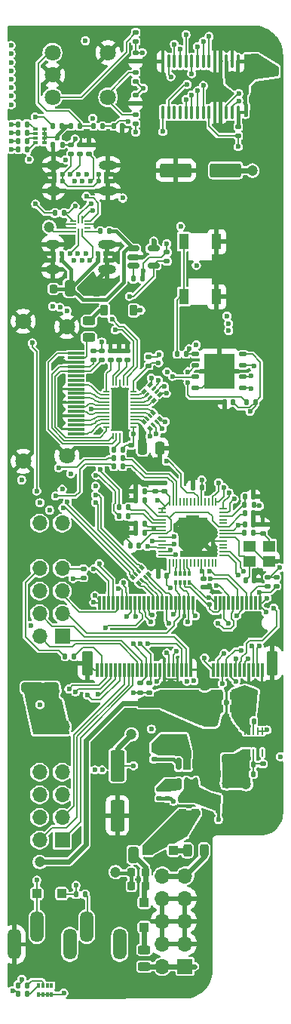
<source format=gbr>
%TF.GenerationSoftware,KiCad,Pcbnew,9.0.0*%
%TF.CreationDate,2025-04-05T19:06:25+02:00*%
%TF.ProjectId,tiliqua-motherboard,74696c69-7175-4612-9d6d-6f7468657262,rev?*%
%TF.SameCoordinates,Original*%
%TF.FileFunction,Copper,L1,Top*%
%TF.FilePolarity,Positive*%
%FSLAX46Y46*%
G04 Gerber Fmt 4.6, Leading zero omitted, Abs format (unit mm)*
G04 Created by KiCad (PCBNEW 9.0.0) date 2025-04-05 19:06:25*
%MOMM*%
%LPD*%
G01*
G04 APERTURE LIST*
G04 Aperture macros list*
%AMRoundRect*
0 Rectangle with rounded corners*
0 $1 Rounding radius*
0 $2 $3 $4 $5 $6 $7 $8 $9 X,Y pos of 4 corners*
0 Add a 4 corners polygon primitive as box body*
4,1,4,$2,$3,$4,$5,$6,$7,$8,$9,$2,$3,0*
0 Add four circle primitives for the rounded corners*
1,1,$1+$1,$2,$3*
1,1,$1+$1,$4,$5*
1,1,$1+$1,$6,$7*
1,1,$1+$1,$8,$9*
0 Add four rect primitives between the rounded corners*
20,1,$1+$1,$2,$3,$4,$5,0*
20,1,$1+$1,$4,$5,$6,$7,0*
20,1,$1+$1,$6,$7,$8,$9,0*
20,1,$1+$1,$8,$9,$2,$3,0*%
%AMRotRect*
0 Rectangle, with rotation*
0 The origin of the aperture is its center*
0 $1 length*
0 $2 width*
0 $3 Rotation angle, in degrees counterclockwise*
0 Add horizontal line*
21,1,$1,$2,0,0,$3*%
G04 Aperture macros list end*
%TA.AperFunction,ComponentPad*%
%ADD10C,0.600000*%
%TD*%
%TA.AperFunction,ComponentPad*%
%ADD11O,1.600000X1.000000*%
%TD*%
%TA.AperFunction,ComponentPad*%
%ADD12O,2.000000X1.000000*%
%TD*%
%TA.AperFunction,ComponentPad*%
%ADD13R,1.700000X1.700000*%
%TD*%
%TA.AperFunction,ComponentPad*%
%ADD14O,1.700000X1.700000*%
%TD*%
%TA.AperFunction,SMDPad,CuDef*%
%ADD15RoundRect,0.147500X-0.147500X-0.172500X0.147500X-0.172500X0.147500X0.172500X-0.147500X0.172500X0*%
%TD*%
%TA.AperFunction,SMDPad,CuDef*%
%ADD16RoundRect,0.250000X1.500000X0.550000X-1.500000X0.550000X-1.500000X-0.550000X1.500000X-0.550000X0*%
%TD*%
%TA.AperFunction,SMDPad,CuDef*%
%ADD17R,0.400000X0.500000*%
%TD*%
%TA.AperFunction,SMDPad,CuDef*%
%ADD18R,0.300000X0.500000*%
%TD*%
%TA.AperFunction,SMDPad,CuDef*%
%ADD19RoundRect,0.125000X-0.262500X-0.125000X0.262500X-0.125000X0.262500X0.125000X-0.262500X0.125000X0*%
%TD*%
%TA.AperFunction,SMDPad,CuDef*%
%ADD20R,3.400000X4.000000*%
%TD*%
%TA.AperFunction,SMDPad,CuDef*%
%ADD21R,1.900000X0.300000*%
%TD*%
%TA.AperFunction,ComponentPad*%
%ADD22C,1.800000*%
%TD*%
%TA.AperFunction,ComponentPad*%
%ADD23C,6.400000*%
%TD*%
%TA.AperFunction,SMDPad,CuDef*%
%ADD24RoundRect,0.135000X-0.135000X-0.185000X0.135000X-0.185000X0.135000X0.185000X-0.135000X0.185000X0*%
%TD*%
%TA.AperFunction,SMDPad,CuDef*%
%ADD25RoundRect,0.243750X0.243750X0.456250X-0.243750X0.456250X-0.243750X-0.456250X0.243750X-0.456250X0*%
%TD*%
%TA.AperFunction,SMDPad,CuDef*%
%ADD26RoundRect,0.218750X-0.218750X-0.256250X0.218750X-0.256250X0.218750X0.256250X-0.218750X0.256250X0*%
%TD*%
%TA.AperFunction,SMDPad,CuDef*%
%ADD27RoundRect,0.135000X0.185000X-0.135000X0.185000X0.135000X-0.185000X0.135000X-0.185000X-0.135000X0*%
%TD*%
%TA.AperFunction,SMDPad,CuDef*%
%ADD28RoundRect,0.250000X-0.550000X1.500000X-0.550000X-1.500000X0.550000X-1.500000X0.550000X1.500000X0*%
%TD*%
%TA.AperFunction,SMDPad,CuDef*%
%ADD29R,0.500000X0.400000*%
%TD*%
%TA.AperFunction,SMDPad,CuDef*%
%ADD30R,0.500000X0.300000*%
%TD*%
%TA.AperFunction,SMDPad,CuDef*%
%ADD31RotRect,0.500000X0.400000X315.000000*%
%TD*%
%TA.AperFunction,SMDPad,CuDef*%
%ADD32RotRect,0.500000X0.300000X315.000000*%
%TD*%
%TA.AperFunction,SMDPad,CuDef*%
%ADD33RoundRect,0.140000X0.170000X-0.140000X0.170000X0.140000X-0.170000X0.140000X-0.170000X-0.140000X0*%
%TD*%
%TA.AperFunction,SMDPad,CuDef*%
%ADD34RoundRect,0.140000X0.140000X0.170000X-0.140000X0.170000X-0.140000X-0.170000X0.140000X-0.170000X0*%
%TD*%
%TA.AperFunction,SMDPad,CuDef*%
%ADD35RoundRect,0.135000X0.135000X0.185000X-0.135000X0.185000X-0.135000X-0.185000X0.135000X-0.185000X0*%
%TD*%
%TA.AperFunction,SMDPad,CuDef*%
%ADD36RoundRect,0.135000X-0.185000X0.135000X-0.185000X-0.135000X0.185000X-0.135000X0.185000X0.135000X0*%
%TD*%
%TA.AperFunction,SMDPad,CuDef*%
%ADD37RoundRect,0.218750X-0.256250X0.218750X-0.256250X-0.218750X0.256250X-0.218750X0.256250X0.218750X0*%
%TD*%
%TA.AperFunction,SMDPad,CuDef*%
%ADD38RoundRect,0.050000X0.050000X-0.387500X0.050000X0.387500X-0.050000X0.387500X-0.050000X-0.387500X0*%
%TD*%
%TA.AperFunction,SMDPad,CuDef*%
%ADD39RoundRect,0.050000X0.387500X-0.050000X0.387500X0.050000X-0.387500X0.050000X-0.387500X-0.050000X0*%
%TD*%
%TA.AperFunction,HeatsinkPad*%
%ADD40C,0.500000*%
%TD*%
%TA.AperFunction,HeatsinkPad*%
%ADD41R,3.200000X3.200000*%
%TD*%
%TA.AperFunction,SMDPad,CuDef*%
%ADD42RoundRect,0.150000X0.150000X-0.512500X0.150000X0.512500X-0.150000X0.512500X-0.150000X-0.512500X0*%
%TD*%
%TA.AperFunction,SMDPad,CuDef*%
%ADD43RoundRect,0.140000X-0.140000X-0.170000X0.140000X-0.170000X0.140000X0.170000X-0.140000X0.170000X0*%
%TD*%
%TA.AperFunction,SMDPad,CuDef*%
%ADD44RoundRect,0.250000X0.650000X-0.325000X0.650000X0.325000X-0.650000X0.325000X-0.650000X-0.325000X0*%
%TD*%
%TA.AperFunction,SMDPad,CuDef*%
%ADD45RoundRect,0.250000X-0.650000X0.325000X-0.650000X-0.325000X0.650000X-0.325000X0.650000X0.325000X0*%
%TD*%
%TA.AperFunction,ComponentPad*%
%ADD46C,0.700000*%
%TD*%
%TA.AperFunction,ComponentPad*%
%ADD47C,4.400000*%
%TD*%
%TA.AperFunction,SMDPad,CuDef*%
%ADD48RoundRect,0.225000X-0.250000X0.225000X-0.250000X-0.225000X0.250000X-0.225000X0.250000X0.225000X0*%
%TD*%
%TA.AperFunction,SMDPad,CuDef*%
%ADD49RoundRect,0.250000X0.300000X-0.300000X0.300000X0.300000X-0.300000X0.300000X-0.300000X-0.300000X0*%
%TD*%
%TA.AperFunction,SMDPad,CuDef*%
%ADD50RoundRect,0.250000X0.325000X0.650000X-0.325000X0.650000X-0.325000X-0.650000X0.325000X-0.650000X0*%
%TD*%
%TA.AperFunction,SMDPad,CuDef*%
%ADD51RoundRect,0.140000X-0.170000X0.140000X-0.170000X-0.140000X0.170000X-0.140000X0.170000X0.140000X0*%
%TD*%
%TA.AperFunction,SMDPad,CuDef*%
%ADD52RoundRect,0.218750X0.218750X0.256250X-0.218750X0.256250X-0.218750X-0.256250X0.218750X-0.256250X0*%
%TD*%
%TA.AperFunction,SMDPad,CuDef*%
%ADD53RoundRect,0.218750X0.256250X-0.218750X0.256250X0.218750X-0.256250X0.218750X-0.256250X-0.218750X0*%
%TD*%
%TA.AperFunction,SMDPad,CuDef*%
%ADD54RoundRect,0.243750X0.456250X-0.243750X0.456250X0.243750X-0.456250X0.243750X-0.456250X-0.243750X0*%
%TD*%
%TA.AperFunction,SMDPad,CuDef*%
%ADD55R,1.400000X1.200000*%
%TD*%
%TA.AperFunction,SMDPad,CuDef*%
%ADD56RoundRect,0.062500X0.062500X-0.350000X0.062500X0.350000X-0.062500X0.350000X-0.062500X-0.350000X0*%
%TD*%
%TA.AperFunction,HeatsinkPad*%
%ADD57R,2.000000X1.200000*%
%TD*%
%TA.AperFunction,SMDPad,CuDef*%
%ADD58RoundRect,0.250000X-0.325000X-0.650000X0.325000X-0.650000X0.325000X0.650000X-0.325000X0.650000X0*%
%TD*%
%TA.AperFunction,SMDPad,CuDef*%
%ADD59RoundRect,0.225000X0.225000X0.250000X-0.225000X0.250000X-0.225000X-0.250000X0.225000X-0.250000X0*%
%TD*%
%TA.AperFunction,SMDPad,CuDef*%
%ADD60RoundRect,0.050000X0.325000X0.050000X-0.325000X0.050000X-0.325000X-0.050000X0.325000X-0.050000X0*%
%TD*%
%TA.AperFunction,SMDPad,CuDef*%
%ADD61RoundRect,0.050000X0.050000X0.325000X-0.050000X0.325000X-0.050000X-0.325000X0.050000X-0.325000X0*%
%TD*%
%TA.AperFunction,HeatsinkPad*%
%ADD62R,1.250000X3.500000*%
%TD*%
%TA.AperFunction,SMDPad,CuDef*%
%ADD63RoundRect,0.036000X0.114000X0.739000X-0.114000X0.739000X-0.114000X-0.739000X0.114000X-0.739000X0*%
%TD*%
%TA.AperFunction,SMDPad,CuDef*%
%ADD64RoundRect,0.252000X0.348000X1.123000X-0.348000X1.123000X-0.348000X-1.123000X0.348000X-1.123000X0*%
%TD*%
%TA.AperFunction,SMDPad,CuDef*%
%ADD65RoundRect,0.150000X-0.512500X-0.150000X0.512500X-0.150000X0.512500X0.150000X-0.512500X0.150000X0*%
%TD*%
%TA.AperFunction,SMDPad,CuDef*%
%ADD66RoundRect,0.250000X-0.300000X-0.300000X0.300000X-0.300000X0.300000X0.300000X-0.300000X0.300000X0*%
%TD*%
%TA.AperFunction,SMDPad,CuDef*%
%ADD67R,1.100000X1.800000*%
%TD*%
%TA.AperFunction,SMDPad,CuDef*%
%ADD68RoundRect,0.250000X0.300000X0.300000X-0.300000X0.300000X-0.300000X-0.300000X0.300000X-0.300000X0*%
%TD*%
%TA.AperFunction,SMDPad,CuDef*%
%ADD69R,2.790000X1.903000*%
%TD*%
%TA.AperFunction,SMDPad,CuDef*%
%ADD70RoundRect,0.050000X0.050000X-0.375000X0.050000X0.375000X-0.050000X0.375000X-0.050000X-0.375000X0*%
%TD*%
%TA.AperFunction,SMDPad,CuDef*%
%ADD71RoundRect,0.050000X0.275000X-0.050000X0.275000X0.050000X-0.275000X0.050000X-0.275000X-0.050000X0*%
%TD*%
%TA.AperFunction,SMDPad,CuDef*%
%ADD72RoundRect,0.100000X-0.100000X0.637500X-0.100000X-0.637500X0.100000X-0.637500X0.100000X0.637500X0*%
%TD*%
%TA.AperFunction,SMDPad,CuDef*%
%ADD73RoundRect,0.250000X0.250000X0.475000X-0.250000X0.475000X-0.250000X-0.475000X0.250000X-0.475000X0*%
%TD*%
%TA.AperFunction,ComponentPad*%
%ADD74O,1.500000X3.500000*%
%TD*%
%TA.AperFunction,SMDPad,CuDef*%
%ADD75RotRect,0.500000X0.400000X45.000000*%
%TD*%
%TA.AperFunction,SMDPad,CuDef*%
%ADD76RotRect,0.500000X0.300000X45.000000*%
%TD*%
%TA.AperFunction,SMDPad,CuDef*%
%ADD77RoundRect,0.225000X-0.225000X-0.375000X0.225000X-0.375000X0.225000X0.375000X-0.225000X0.375000X0*%
%TD*%
%TA.AperFunction,ViaPad*%
%ADD78C,0.600000*%
%TD*%
%TA.AperFunction,ViaPad*%
%ADD79C,1.200000*%
%TD*%
%TA.AperFunction,Conductor*%
%ADD80C,0.200000*%
%TD*%
%TA.AperFunction,Conductor*%
%ADD81C,0.600000*%
%TD*%
%TA.AperFunction,Conductor*%
%ADD82C,0.400000*%
%TD*%
%TA.AperFunction,Conductor*%
%ADD83C,0.150000*%
%TD*%
%TA.AperFunction,Conductor*%
%ADD84C,0.300000*%
%TD*%
G04 APERTURE END LIST*
D10*
%TO.P,J5,A1,GND*%
%TO.N,GND*%
X5565000Y-17145000D03*
%TO.P,J5,A4,VBUS*%
%TO.N,/rp2040_jtag/RP2040_USB_VBUS*%
X6465000Y-17145000D03*
%TO.P,J5,A5,CC1*%
%TO.N,Net-(J5-CC1)*%
X7365000Y-17145000D03*
%TO.P,J5,A6,D+*%
%TO.N,/rp2040_jtag/RP2040_USB_D+*%
X8265000Y-17145000D03*
%TO.P,J5,A7,D-*%
%TO.N,/rp2040_jtag/RP2040_USB_D-*%
X9165000Y-17145000D03*
%TO.P,J5,A9,VBUS*%
%TO.N,/rp2040_jtag/RP2040_USB_VBUS*%
X10515000Y-17145000D03*
%TO.P,J5,A12,GND*%
%TO.N,GND*%
X11415000Y-17145000D03*
%TO.P,J5,B1,GND*%
X5565000Y-17895000D03*
%TO.P,J5,B4,VBUS*%
%TO.N,/rp2040_jtag/RP2040_USB_VBUS*%
X6465000Y-17895000D03*
%TO.P,J5,B5,CC2*%
%TO.N,Net-(J5-CC2)*%
X9615000Y-17895000D03*
%TO.P,J5,B6,D+*%
%TO.N,/rp2040_jtag/RP2040_USB_D+*%
X8715000Y-17895000D03*
%TO.P,J5,B7,D-*%
%TO.N,/rp2040_jtag/RP2040_USB_D-*%
X7815000Y-17895000D03*
%TO.P,J5,B9,VBUS*%
%TO.N,/rp2040_jtag/RP2040_USB_VBUS*%
X10515000Y-17895000D03*
%TO.P,J5,B12,GND*%
%TO.N,GND*%
X11415000Y-17895000D03*
D11*
%TO.P,J5,S1,SHIELD*%
X5440000Y-18950000D03*
D12*
X11540000Y-18950000D03*
D11*
X5440000Y-16090000D03*
D12*
X11540000Y-16090000D03*
%TD*%
D13*
%TO.P,J6,1,Pin_1*%
%TO.N,Net-(J6-Pin_1)*%
X20230000Y-105980000D03*
D14*
%TO.P,J6,2,Pin_2*%
X17690000Y-105980000D03*
%TO.P,J6,3,Pin_3*%
%TO.N,GND*%
X20230000Y-103440000D03*
%TO.P,J6,4,Pin_4*%
X17690000Y-103440000D03*
%TO.P,J6,5,Pin_5*%
X20230000Y-100900000D03*
%TO.P,J6,6,Pin_6*%
X17690000Y-100900000D03*
%TO.P,J6,7,Pin_7*%
X20230000Y-98360000D03*
%TO.P,J6,8,Pin_8*%
X17690000Y-98360000D03*
%TO.P,J6,9,Pin_9*%
%TO.N,Net-(J6-Pin_10)*%
X20230000Y-95820000D03*
%TO.P,J6,10,Pin_10*%
X17690000Y-95820000D03*
%TD*%
D15*
%TO.P,D11,1,K*%
%TO.N,Net-(D11-K)*%
X1500000Y-108090000D03*
%TO.P,D11,2,A*%
%TO.N,Net-(D11-A)*%
X2470000Y-108090000D03*
%TD*%
D16*
%TO.P,C33,1*%
%TO.N,+3V3*%
X24790000Y-16650000D03*
%TO.P,C33,2*%
%TO.N,GND*%
X19190000Y-16650000D03*
%TD*%
D17*
%TO.P,RN3,1,R1.1*%
%TO.N,+3V3*%
X3750000Y-109130000D03*
D18*
%TO.P,RN3,2,R2.1*%
X4250000Y-109130000D03*
%TO.P,RN3,3,R3.1*%
X4750000Y-109130000D03*
D17*
%TO.P,RN3,4,R4.1*%
X5250000Y-109130000D03*
%TO.P,RN3,5,R4.2*%
%TO.N,unconnected-(RN3D-R4.2-Pad5)*%
X5250000Y-108130000D03*
D18*
%TO.P,RN3,6,R3.2*%
%TO.N,unconnected-(RN3C-R3.2-Pad6)*%
X4750000Y-108130000D03*
%TO.P,RN3,7,R2.2*%
%TO.N,Net-(D11-A)*%
X4250000Y-108130000D03*
D17*
%TO.P,RN3,8,R1.2*%
%TO.N,Net-(D7-A)*%
X3750000Y-108130000D03*
%TD*%
D19*
%TO.P,U12,1,~{CS}*%
%TO.N,Net-(U12-~{CS})*%
X21421157Y-37294999D03*
%TO.P,U12,2,DO(IO1)*%
%TO.N,Net-(U12-DO(IO1))*%
X21421157Y-38564999D03*
%TO.P,U12,3,IO2*%
%TO.N,Net-(U12-IO2)*%
X21421157Y-39834999D03*
%TO.P,U12,4,GND*%
%TO.N,GND*%
X21421157Y-41104999D03*
%TO.P,U12,5,DI(IO0)*%
%TO.N,Net-(U12-DI(IO0))*%
X26746157Y-41104999D03*
%TO.P,U12,6,CLK*%
%TO.N,Net-(U12-CLK)*%
X26746157Y-39834999D03*
%TO.P,U12,7,IO3*%
%TO.N,Net-(U12-IO3)*%
X26746157Y-38564999D03*
%TO.P,U12,8,VCC*%
%TO.N,+3V3*%
X26746157Y-37294999D03*
D20*
%TO.P,U12,9,GND*%
%TO.N,GND*%
X24083657Y-39199999D03*
%TD*%
D21*
%TO.P,J10,1,D2+*%
%TO.N,/gpdi/CONN_D2+*%
X7965000Y-46200000D03*
%TO.P,J10,2,D2S*%
%TO.N,GND*%
X7965000Y-45700000D03*
%TO.P,J10,3,D2-*%
%TO.N,/gpdi/CONN_D2-*%
X7965000Y-45200000D03*
%TO.P,J10,4,D1+*%
%TO.N,/gpdi/CONN_D1+*%
X7965000Y-44700000D03*
%TO.P,J10,5,D1S*%
%TO.N,GND*%
X7965000Y-44200000D03*
%TO.P,J10,6,D1-*%
%TO.N,/gpdi/CONN_D1-*%
X7965000Y-43700000D03*
%TO.P,J10,7,D0+*%
%TO.N,/gpdi/CONN_D0+*%
X7965000Y-43200000D03*
%TO.P,J10,8,D0S*%
%TO.N,GND*%
X7965000Y-42700000D03*
%TO.P,J10,9,D0-*%
%TO.N,/gpdi/CONN_D0-*%
X7965000Y-42200000D03*
%TO.P,J10,10,CK+*%
%TO.N,/gpdi/CONN_CK+*%
X7965000Y-41700000D03*
%TO.P,J10,11,CKS*%
%TO.N,GND*%
X7965000Y-41200000D03*
%TO.P,J10,12,CK-*%
%TO.N,/gpdi/CONN_CK-*%
X7965000Y-40700000D03*
%TO.P,J10,13,CEC*%
%TO.N,unconnected-(J10-CEC-Pad13)*%
X7965000Y-40200000D03*
%TO.P,J10,14,UTILITY*%
%TO.N,unconnected-(J10-UTILITY-Pad14)*%
X7965000Y-39700000D03*
%TO.P,J10,15,SCL*%
%TO.N,/gpdi/SCL_Sink*%
X7965000Y-39200000D03*
%TO.P,J10,16,SDA*%
%TO.N,/gpdi/SDA_Sink*%
X7965000Y-38700000D03*
%TO.P,J10,17,GND*%
%TO.N,GND*%
X7965000Y-38200000D03*
%TO.P,J10,18,+5V*%
%TO.N,Net-(J10-+5V)*%
X7965000Y-37700000D03*
%TO.P,J10,19,HPD*%
%TO.N,/gpdi/HPD_Sink*%
X7965000Y-37200000D03*
D22*
%TO.P,J10,SH,SH*%
%TO.N,GND*%
X2065000Y-33600000D03*
X6965000Y-34200000D03*
X6965000Y-48700000D03*
X2065000Y-49300000D03*
%TD*%
D23*
%TO.P,H3,1,1*%
%TO.N,GND*%
X23615000Y-47200000D03*
%TD*%
D24*
%TO.P,R24,1*%
%TO.N,GND*%
X5420000Y-13798293D03*
%TO.P,R24,2*%
%TO.N,Net-(U2-GPIO22{slash}SPI0_SCK{slash}UART1_CTS{slash}I2C1_SDA{slash}PWM3_A{slash}CLOCK_GPIN1{slash}USB_VBUS_DET)*%
X6440000Y-13798293D03*
%TD*%
D25*
%TO.P,F1,1*%
%TO.N,Net-(J6-Pin_10)*%
X22377500Y-92950000D03*
%TO.P,F1,2*%
%TO.N,Net-(D2-A)*%
X20502500Y-92950000D03*
%TD*%
D26*
%TO.P,L2,1*%
%TO.N,-12V*%
X14215000Y-96950000D03*
%TO.P,L2,2*%
%TO.N,Net-(D3-A)*%
X15790000Y-96950000D03*
%TD*%
D27*
%TO.P,R42,1*%
%TO.N,GND*%
X28962497Y-84280595D03*
%TO.P,R42,2*%
%TO.N,Net-(U10-FB)*%
X28962497Y-83260595D03*
%TD*%
D28*
%TO.P,C21,1*%
%TO.N,+3V3*%
X12640000Y-83450000D03*
%TO.P,C21,2*%
%TO.N,GND*%
X12640000Y-89050000D03*
%TD*%
D29*
%TO.P,RN1,1,R1.1*%
%TO.N,+3V3*%
X4430000Y-13570000D03*
D30*
%TO.P,RN1,2,R2.1*%
X4430000Y-13070000D03*
%TO.P,RN1,3,R3.1*%
X4430000Y-12570000D03*
D29*
%TO.P,RN1,4,R4.1*%
X4430000Y-12070000D03*
%TO.P,RN1,5,R4.2*%
%TO.N,Net-(D17-A)*%
X3430000Y-12070000D03*
D30*
%TO.P,RN1,6,R3.2*%
%TO.N,Net-(D13-A)*%
X3430000Y-12570000D03*
%TO.P,RN1,7,R2.2*%
%TO.N,Net-(D9-A)*%
X3430000Y-13070000D03*
D29*
%TO.P,RN1,8,R1.2*%
%TO.N,Net-(D5-A)*%
X3430000Y-13570000D03*
%TD*%
D31*
%TO.P,RN5,1,R1.1*%
%TO.N,FFC_SDIN1*%
X15400434Y-61256116D03*
D32*
%TO.P,RN5,2,R2.1*%
%TO.N,FFC_SDOUT1*%
X15046880Y-61609669D03*
%TO.P,RN5,3,R3.1*%
%TO.N,FFC_LRCK*%
X14693327Y-61963222D03*
D31*
%TO.P,RN5,4,R4.1*%
%TO.N,FFC_BICK*%
X14339774Y-62316776D03*
%TO.P,RN5,5,R4.2*%
%TO.N,Net-(J8-AUD_BCLK)*%
X15046880Y-63023882D03*
D32*
%TO.P,RN5,6,R3.2*%
%TO.N,Net-(J8-G4{slash}BUS4)*%
X15400434Y-62670329D03*
%TO.P,RN5,7,R2.2*%
%TO.N,Net-(J8-G3{slash}BUS3)*%
X15753987Y-62316776D03*
D31*
%TO.P,RN5,8,R1.2*%
%TO.N,Net-(J8-G1{slash}BUS1)*%
X16107540Y-61963222D03*
%TD*%
D33*
%TO.P,C7,1*%
%TO.N,+3V3*%
X17933657Y-52679999D03*
%TO.P,C7,2*%
%TO.N,GND*%
X17933657Y-51719999D03*
%TD*%
D34*
%TO.P,C28,1*%
%TO.N,Net-(U10-EN)*%
X26027843Y-78345623D03*
%TO.P,C28,2*%
%TO.N,GND*%
X25067843Y-78345623D03*
%TD*%
D35*
%TO.P,R10,1*%
%TO.N,Net-(J4-PadS)*%
X9015000Y-97900000D03*
%TO.P,R10,2*%
%TO.N,Net-(D1-K)*%
X7995000Y-97900000D03*
%TD*%
D24*
%TO.P,R43,1*%
%TO.N,+3V3*%
X26914093Y-83288014D03*
%TO.P,R43,2*%
%TO.N,Net-(U10-FB)*%
X27934093Y-83288014D03*
%TD*%
D10*
%TO.P,J7,A1,GND*%
%TO.N,GND*%
X5498750Y-26005000D03*
%TO.P,J7,A4,VBUS*%
%TO.N,SC_USB0_VBUS*%
X6398750Y-26005000D03*
%TO.P,J7,A5,CC1*%
%TO.N,Net-(J7-CC1)*%
X7298750Y-26005000D03*
%TO.P,J7,A6,D+*%
%TO.N,SC_USB0_D+*%
X8198750Y-26005000D03*
%TO.P,J7,A7,D-*%
%TO.N,SC_USB0_D-*%
X9098750Y-26005000D03*
%TO.P,J7,A9,VBUS*%
%TO.N,SC_USB0_VBUS*%
X10448750Y-26005000D03*
%TO.P,J7,A12,GND*%
%TO.N,GND*%
X11348750Y-26005000D03*
%TO.P,J7,B1,GND*%
X5498750Y-26755000D03*
%TO.P,J7,B4,VBUS*%
%TO.N,SC_USB0_VBUS*%
X6398750Y-26755000D03*
%TO.P,J7,B5,CC2*%
%TO.N,Net-(J7-CC2)*%
X9548750Y-26755000D03*
%TO.P,J7,B6,D+*%
%TO.N,SC_USB0_D+*%
X8648750Y-26755000D03*
%TO.P,J7,B7,D-*%
%TO.N,SC_USB0_D-*%
X7748750Y-26755000D03*
%TO.P,J7,B9,VBUS*%
%TO.N,SC_USB0_VBUS*%
X10448750Y-26755000D03*
%TO.P,J7,B12,GND*%
%TO.N,GND*%
X11348750Y-26755000D03*
D11*
%TO.P,J7,S1,SHIELD*%
X5373750Y-27810000D03*
D12*
X11473750Y-27810000D03*
D11*
X5373750Y-24950000D03*
D12*
X11473750Y-24950000D03*
%TD*%
D35*
%TO.P,R20,1*%
%TO.N,SC_USB0_VBUS*%
X11740000Y-23500000D03*
%TO.P,R20,2*%
%TO.N,Net-(U8-VBUS_DET)*%
X10720000Y-23500000D03*
%TD*%
D31*
%TO.P,RN6,1,R1.1*%
%TO.N,Net-(RN6A-R1.1)*%
X16673701Y-43842893D03*
D32*
%TO.P,RN6,2,R2.1*%
%TO.N,Net-(RN6B-R2.1)*%
X16320147Y-44196446D03*
%TO.P,RN6,3,R3.1*%
%TO.N,Net-(RN6C-R3.1)*%
X15966594Y-44549999D03*
D31*
%TO.P,RN6,4,R4.1*%
%TO.N,Net-(RN6D-R4.1)*%
X15613041Y-44903553D03*
%TO.P,RN6,5,R4.2*%
%TO.N,GPDI_D2+*%
X16320147Y-45610659D03*
D32*
%TO.P,RN6,6,R3.2*%
%TO.N,GPDI_D2-*%
X16673701Y-45257106D03*
%TO.P,RN6,7,R2.2*%
%TO.N,GPDI_D1+*%
X17027254Y-44903553D03*
D31*
%TO.P,RN6,8,R1.2*%
%TO.N,GPDI_D1-*%
X17380807Y-44549999D03*
%TD*%
D36*
%TO.P,R25,1*%
%TO.N,GND*%
X12798673Y-36914319D03*
%TO.P,R25,2*%
%TO.N,Net-(U13-OC_S0)*%
X12798673Y-37934317D03*
%TD*%
D37*
%TO.P,L1,1*%
%TO.N,+12V*%
X21404249Y-87165967D03*
%TO.P,L1,2*%
%TO.N,Net-(D2-K)*%
X21404249Y-88740967D03*
%TD*%
D38*
%TO.P,U2,1,IOVDD*%
%TO.N,+3V3*%
X18490000Y-60687500D03*
%TO.P,U2,2,GPIO0/SPI0_RX/UART0_TX/I2C0_SDA/PWM0_A/USB_OVCUR_DET*%
%TO.N,unconnected-(U2-GPIO0{slash}SPI0_RX{slash}UART0_TX{slash}I2C0_SDA{slash}PWM0_A{slash}USB_OVCUR_DET-Pad2)*%
X18890000Y-60687500D03*
%TO.P,U2,3,GPIO1/SPI0_CSn/UART0_RX/I2C0_SCL/PWM0_B/USB_VBUS_DET*%
%TO.N,/rp2040_jtag/SPI0_CSn*%
X19290000Y-60687500D03*
%TO.P,U2,4,GPIO2/SPI0_SCK/UART0_CTS/I2C1_SDA/PWM1_A/USB_VBUS_EN*%
%TO.N,/rp2040_jtag/SPI0_SCK*%
X19690000Y-60687500D03*
%TO.P,U2,5,GPIO3/SPI0_TX/UART0_RTS/I2C1_SCL/PWM1_B/USB_OVCUR_DET*%
%TO.N,/rp2040_jtag/SPI0_TX*%
X20090000Y-60687500D03*
%TO.P,U2,6,GPIO4/SPI0_RX/UART1_TX/I2C0_SDA/PWM2_A/USB_VBUS_DET*%
%TO.N,/rp2040_jtag/SPI0_RX*%
X20490000Y-60687500D03*
%TO.P,U2,7,GPIO5/SPI0_CSn/UART1_RX/I2C0_SCL/PWM2_B/USB_VBUS_EN*%
%TO.N,unconnected-(U2-GPIO5{slash}SPI0_CSn{slash}UART1_RX{slash}I2C0_SCL{slash}PWM2_B{slash}USB_VBUS_EN-Pad7)*%
X20890000Y-60687500D03*
%TO.P,U2,8,GPIO6/SPI0_SCK/UART1_CTS/I2C1_SDA/PWM3_A/USB_OVCUR_DET*%
%TO.N,unconnected-(U2-GPIO6{slash}SPI0_SCK{slash}UART1_CTS{slash}I2C1_SDA{slash}PWM3_A{slash}USB_OVCUR_DET-Pad8)*%
X21290000Y-60687500D03*
%TO.P,U2,9,GPIO7/SPI0_TX/UART1_RTS/I2C1_SCL/PWM3_B/USB_VBUS_DET*%
%TO.N,unconnected-(U2-GPIO7{slash}SPI0_TX{slash}UART1_RTS{slash}I2C1_SCL{slash}PWM3_B{slash}USB_VBUS_DET-Pad9)*%
X21690000Y-60687500D03*
%TO.P,U2,10,IOVDD*%
%TO.N,+3V3*%
X22090000Y-60687500D03*
%TO.P,U2,11,GPIO8/SPI1_RX/UART1_TX/I2C0_SDA/PWM4_A/USB_VBUS_EN*%
%TO.N,unconnected-(U2-GPIO8{slash}SPI1_RX{slash}UART1_TX{slash}I2C0_SDA{slash}PWM4_A{slash}USB_VBUS_EN-Pad11)*%
X22490000Y-60687500D03*
%TO.P,U2,12,GPIO9/SPI1_CSn/UART1_RX/I2C0_SCL/PWM4_B/USB_OVCUR_DET*%
%TO.N,unconnected-(U2-GPIO9{slash}SPI1_CSn{slash}UART1_RX{slash}I2C0_SCL{slash}PWM4_B{slash}USB_OVCUR_DET-Pad12)*%
X22890000Y-60687500D03*
%TO.P,U2,13,GPIO10/SPI1_SCK/UART1_CTS/I2C1_SDA/PWM5_A/USB_VBUS_DET*%
%TO.N,unconnected-(U2-GPIO10{slash}SPI1_SCK{slash}UART1_CTS{slash}I2C1_SDA{slash}PWM5_A{slash}USB_VBUS_DET-Pad13)*%
X23290000Y-60687500D03*
%TO.P,U2,14,GPIO11/SPI1_TX/UART1_RTS/I2C1_SCL/PWM5_B/USB_VBUS_EN*%
%TO.N,unconnected-(U2-GPIO11{slash}SPI1_TX{slash}UART1_RTS{slash}I2C1_SCL{slash}PWM5_B{slash}USB_VBUS_EN-Pad14)*%
X23690000Y-60687500D03*
D39*
%TO.P,U2,15,GPIO12/SPI1_RX/UART0_TX/I2C0_SDA/PWM6_A/USB_OVCUR_DET*%
%TO.N,RP2040_UART0_TX*%
X24527500Y-59850000D03*
%TO.P,U2,16,GPIO13/SPI1_CSn/UART0_RX/I2C0_SCL/PWM6_B/USB_VBUS_DET*%
%TO.N,RP2040_UART0_RX*%
X24527500Y-59450000D03*
%TO.P,U2,17,GPIO14/SPI1_SCK/UART0_CTS/I2C1_SDA/PWM7_A/USB_VBUS_EN*%
%TO.N,unconnected-(U2-GPIO14{slash}SPI1_SCK{slash}UART0_CTS{slash}I2C1_SDA{slash}PWM7_A{slash}USB_VBUS_EN-Pad17)*%
X24527500Y-59050000D03*
%TO.P,U2,18,GPIO15/SPI1_TX/UART0_RTS/I2C1_SCL/PWM7_B/USB_OVCUR_DET*%
%TO.N,unconnected-(U2-GPIO15{slash}SPI1_TX{slash}UART0_RTS{slash}I2C1_SCL{slash}PWM7_B{slash}USB_OVCUR_DET-Pad18)*%
X24527500Y-58650000D03*
%TO.P,U2,19,TESTEN(GND)*%
%TO.N,GND*%
X24527500Y-58250000D03*
%TO.P,U2,20,XIN*%
%TO.N,Net-(U2-XIN)*%
X24527500Y-57850000D03*
%TO.P,U2,21,XOUT*%
%TO.N,Net-(U2-XOUT)*%
X24527500Y-57450000D03*
%TO.P,U2,22,IOVDD*%
%TO.N,+3V3*%
X24527500Y-57050000D03*
%TO.P,U2,23,DVDD*%
%TO.N,Net-(U2-VREG_VOUT)*%
X24527500Y-56650000D03*
%TO.P,U2,24,SWCLK*%
%TO.N,unconnected-(U2-SWCLK-Pad24)*%
X24527500Y-56250000D03*
%TO.P,U2,25,SWDIO*%
%TO.N,unconnected-(U2-SWDIO-Pad25)*%
X24527500Y-55850000D03*
%TO.P,U2,26,RUN(RESET#)*%
%TO.N,Net-(U2-RUN(RESET#))*%
X24527500Y-55450000D03*
%TO.P,U2,27,GPIO16/SPI0_RX/UART0_TX/I2C0_SDA/PWM0_A/USB_VBUS_DET*%
%TO.N,ECP5_R11_TDI*%
X24527500Y-55050000D03*
%TO.P,U2,28,GPIO17/SPI0_CSn/UART0_RX/I2C0_SCL/PWM0_B/USB_VBUS_EN*%
%TO.N,ECP5_M10_TDO*%
X24527500Y-54650000D03*
D38*
%TO.P,U2,29,GPIO18/SPI0_SCK/UART0_CTS/I2C1_SDA/PWM1_A/USB_OVCUR_DET*%
%TO.N,ECP5_T10_TCK*%
X23690000Y-53812500D03*
%TO.P,U2,30,GPIO19/SPI0_TX/UART0_RTS/I2C1_SCL/PWM1_B/USB_VBUS_DET*%
%TO.N,ECP5_T11_TMS*%
X23290000Y-53812500D03*
%TO.P,U2,31,GPIO20/SPI0_RX/UART1_TX/I2C0_SDA/PWM2_A/CLOCK_GPIN0/USB_VBUS_EN*%
%TO.N,unconnected-(U2-GPIO20{slash}SPI0_RX{slash}UART1_TX{slash}I2C0_SDA{slash}PWM2_A{slash}CLOCK_GPIN0{slash}USB_VBUS_EN-Pad31)*%
X22890000Y-53812500D03*
%TO.P,U2,32,GPIO21/SPI0_CSn/UART1_RX/I2C0_SCL/PWM2_B/CLOCK_GPOUT0/USB_OVCUR_DET*%
%TO.N,unconnected-(U2-GPIO21{slash}SPI0_CSn{slash}UART1_RX{slash}I2C0_SCL{slash}PWM2_B{slash}CLOCK_GPOUT0{slash}USB_OVCUR_DET-Pad32)*%
X22490000Y-53812500D03*
%TO.P,U2,33,IOVDD*%
%TO.N,+3V3*%
X22090000Y-53812500D03*
%TO.P,U2,34,GPIO22/SPI0_SCK/UART1_CTS/I2C1_SDA/PWM3_A/CLOCK_GPIN1/USB_VBUS_DET*%
%TO.N,Net-(U2-GPIO22{slash}SPI0_SCK{slash}UART1_CTS{slash}I2C1_SDA{slash}PWM3_A{slash}CLOCK_GPIN1{slash}USB_VBUS_DET)*%
X21690000Y-53812500D03*
%TO.P,U2,35,GPIO23/SPI0_TX/UART1_RTS/I2C1_SCL/PWM3_B/CLOCK_GPOUT1/USB_VBUS_EN*%
%TO.N,unconnected-(U2-GPIO23{slash}SPI0_TX{slash}UART1_RTS{slash}I2C1_SCL{slash}PWM3_B{slash}CLOCK_GPOUT1{slash}USB_VBUS_EN-Pad35)*%
X21290000Y-53812500D03*
%TO.P,U2,36,GPIO24/SPI1_RX/UART1_TX/I2C0_SDA/PWM4_A/CLOCK_GPOUT2/USB_OVCUR_DET*%
%TO.N,unconnected-(U2-GPIO24{slash}SPI1_RX{slash}UART1_TX{slash}I2C0_SDA{slash}PWM4_A{slash}CLOCK_GPOUT2{slash}USB_OVCUR_DET-Pad36)*%
X20890000Y-53812500D03*
%TO.P,U2,37,GPIO25/SPI1_CSn/UART1_RX/I2C0_SCL/PWM4_B/CLOCK_GPOUT3/USB_VBUS_DET*%
%TO.N,unconnected-(U2-GPIO25{slash}SPI1_CSn{slash}UART1_RX{slash}I2C0_SCL{slash}PWM4_B{slash}CLOCK_GPOUT3{slash}USB_VBUS_DET-Pad37)*%
X20490000Y-53812500D03*
%TO.P,U2,38,GPIO26/ADC0/SPI1_SCK/UART1_CTS/I2C1_SDA/PWM5_A/USB_VBUS_EN*%
%TO.N,unconnected-(U2-GPIO26{slash}ADC0{slash}SPI1_SCK{slash}UART1_CTS{slash}I2C1_SDA{slash}PWM5_A{slash}USB_VBUS_EN-Pad38)*%
X20090000Y-53812500D03*
%TO.P,U2,39,GPIO27/ADC1/SPI1_TX/UART1_RTS/I2C1_SCL/PWM5_B/USB_OVCUR_DET*%
%TO.N,unconnected-(U2-GPIO27{slash}ADC1{slash}SPI1_TX{slash}UART1_RTS{slash}I2C1_SCL{slash}PWM5_B{slash}USB_OVCUR_DET-Pad39)*%
X19690000Y-53812500D03*
%TO.P,U2,40,GPIO28/ADC2/SPI1_RX/UART0_TX/I2C0_SDA/PWM6_A/USB_VBUS_DET*%
%TO.N,/rp2040_jtag/I2C0_SDA*%
X19290000Y-53812500D03*
%TO.P,U2,41,GPIO29/ADC3/SPI1_CSn/UART0_RX/I2C0_SCL/PWM6_B/USB_VBUS_EN*%
%TO.N,/rp2040_jtag/I2C0_SCL*%
X18890000Y-53812500D03*
%TO.P,U2,42,IOVDD*%
%TO.N,+3V3*%
X18490000Y-53812500D03*
D39*
%TO.P,U2,43,ADC_AVDD*%
X17652500Y-54650000D03*
%TO.P,U2,44,VREG_VIN*%
X17652500Y-55050000D03*
%TO.P,U2,45,VREG_VOUT*%
%TO.N,Net-(U2-VREG_VOUT)*%
X17652500Y-55450000D03*
%TO.P,U2,46,USB_DM*%
%TO.N,Net-(U2-USB_DM)*%
X17652500Y-55850000D03*
%TO.P,U2,47,USB_DP*%
%TO.N,Net-(U2-USB_DP)*%
X17652500Y-56250000D03*
%TO.P,U2,48,USB_VDD*%
%TO.N,+3V3*%
X17652500Y-56650000D03*
%TO.P,U2,49,IOVDD*%
X17652500Y-57050000D03*
%TO.P,U2,50,DVDD*%
%TO.N,Net-(U2-VREG_VOUT)*%
X17652500Y-57450000D03*
%TO.P,U2,51,QSPI_SD3(Soft_GPIO)*%
%TO.N,Net-(U12-IO3)*%
X17652500Y-57850000D03*
%TO.P,U2,52,QSPI_SCLK(Soft_GPIO)*%
%TO.N,Net-(U12-CLK)*%
X17652500Y-58250000D03*
%TO.P,U2,53,QSPI_SD0(Soft_GPIO)*%
%TO.N,Net-(U12-DI(IO0))*%
X17652500Y-58650000D03*
%TO.P,U2,54,QSPI_SD2(Soft_GPIO)*%
%TO.N,Net-(U12-IO2)*%
X17652500Y-59050000D03*
%TO.P,U2,55,QSPI_SD1(Soft_GPIO)*%
%TO.N,Net-(U12-DO(IO1))*%
X17652500Y-59450000D03*
%TO.P,U2,56,QSPI_SS_N(Soft_GPIO)*%
%TO.N,Net-(U12-~{CS})*%
X17652500Y-59850000D03*
D40*
%TO.P,U2,57,GND(EPAD)*%
%TO.N,GND*%
X19740000Y-58600000D03*
X22440000Y-58600000D03*
D41*
X21090000Y-57250000D03*
D40*
X19740000Y-55900000D03*
X22440000Y-55900000D03*
%TD*%
D35*
%TO.P,R41,1*%
%TO.N,/rp2040_jtag/I2C0_SDA*%
X13233657Y-48939999D03*
%TO.P,R41,2*%
%TO.N,MOBO_I2C_SDA*%
X12213657Y-48939999D03*
%TD*%
D15*
%TO.P,D17,1,K*%
%TO.N,Net-(D17-K)*%
X1495000Y-11485000D03*
%TO.P,D17,2,A*%
%TO.N,Net-(D17-A)*%
X2465000Y-11485000D03*
%TD*%
D36*
%TO.P,R29,1*%
%TO.N,Net-(R14-Pad2)*%
X14690000Y-1200000D03*
%TO.P,R29,2*%
%TO.N,ENC_A*%
X14690000Y-2220000D03*
%TD*%
D13*
%TO.P,J3,1,Pin_1*%
%TO.N,EX1_1*%
X6440000Y-68950000D03*
D14*
%TO.P,J3,2,Pin_2*%
%TO.N,EX1_2*%
X6440000Y-66410000D03*
%TO.P,J3,3,Pin_3*%
%TO.N,EX1_3*%
X6440000Y-63870000D03*
%TO.P,J3,4,Pin_4*%
%TO.N,Net-(J3-Pin_4)*%
X6440000Y-61330000D03*
%TO.P,J3,5,Pin_5*%
%TO.N,GND*%
X6440000Y-58790000D03*
%TO.P,J3,6,Pin_6*%
%TO.N,+3V3*%
X6440000Y-56250000D03*
%TO.P,J3,7,Pin_7*%
%TO.N,EX1_7*%
X3900000Y-68950000D03*
%TO.P,J3,8,Pin_8*%
%TO.N,EX1_8*%
X3900000Y-66410000D03*
%TO.P,J3,9,Pin_9*%
%TO.N,EX1_9*%
X3900000Y-63870000D03*
%TO.P,J3,10,Pin_10*%
%TO.N,Net-(J3-Pin_10)*%
X3900000Y-61330000D03*
%TO.P,J3,11,Pin_11*%
%TO.N,GND*%
X3900000Y-58790000D03*
%TO.P,J3,12,Pin_12*%
%TO.N,+3V3*%
X3900000Y-56250000D03*
%TD*%
D42*
%TO.P,U5,1,FB*%
%TO.N,Net-(U5-FB)*%
X19505000Y-85550000D03*
%TO.P,U5,2,EN*%
%TO.N,+12V*%
X20455000Y-85550000D03*
%TO.P,U5,3,IN*%
X21405000Y-85550000D03*
%TO.P,U5,4,GND*%
%TO.N,GND*%
X21405000Y-83275000D03*
%TO.P,U5,5,SW*%
%TO.N,Net-(U5-SW)*%
X20455000Y-83275000D03*
%TO.P,U5,6,BST*%
%TO.N,Net-(U5-BST)*%
X19505000Y-83275000D03*
%TD*%
D43*
%TO.P,C2,1*%
%TO.N,Net-(U2-RUN(RESET#))*%
X26959999Y-53267266D03*
%TO.P,C2,2*%
%TO.N,GND*%
X27919999Y-53267266D03*
%TD*%
D44*
%TO.P,C22,1*%
%TO.N,+3V3*%
X2790000Y-74700000D03*
%TO.P,C22,2*%
%TO.N,GND*%
X2790000Y-71750000D03*
%TD*%
D17*
%TO.P,RN8,1,R1.1*%
%TO.N,EX1_2*%
X19174281Y-62902219D03*
D18*
%TO.P,RN8,2,R2.1*%
%TO.N,EX1_9*%
X19674281Y-62902219D03*
%TO.P,RN8,3,R3.1*%
%TO.N,EX2_4*%
X20174281Y-62902219D03*
D17*
%TO.P,RN8,4,R4.1*%
%TO.N,EX2_10*%
X20674281Y-62902219D03*
%TO.P,RN8,5,R4.2*%
%TO.N,/rp2040_jtag/SPI0_RX*%
X20674281Y-61902219D03*
D18*
%TO.P,RN8,6,R3.2*%
%TO.N,/rp2040_jtag/SPI0_TX*%
X20174281Y-61902219D03*
%TO.P,RN8,7,R2.2*%
%TO.N,/rp2040_jtag/SPI0_SCK*%
X19674281Y-61902219D03*
D17*
%TO.P,RN8,8,R1.2*%
%TO.N,/rp2040_jtag/SPI0_CSn*%
X19174281Y-61902219D03*
%TD*%
D45*
%TO.P,C38,1*%
%TO.N,+5V*%
X22960694Y-78532234D03*
%TO.P,C38,2*%
%TO.N,GND*%
X22960694Y-81482234D03*
%TD*%
D46*
%TO.P,H1,1,1*%
%TO.N,GND*%
X27082000Y-23758800D03*
X27565274Y-22592074D03*
X27565274Y-24925526D03*
X28732000Y-22108800D03*
D47*
X28732000Y-23758800D03*
D46*
X28732000Y-25408800D03*
X29898726Y-22592074D03*
X29898726Y-24925526D03*
X30382000Y-23758800D03*
%TD*%
D36*
%TO.P,R26,1*%
%TO.N,GND*%
X11858407Y-36914319D03*
%TO.P,R26,2*%
%TO.N,Net-(U13-EQ_S0)*%
X11858407Y-37934317D03*
%TD*%
D35*
%TO.P,R8,1*%
%TO.N,Net-(U12-~{CS})*%
X20335000Y-37275000D03*
%TO.P,R8,2*%
%TO.N,Net-(R8-Pad2)*%
X19315000Y-37275000D03*
%TD*%
D48*
%TO.P,C43,1*%
%TO.N,+3V3*%
X30240000Y-5650000D03*
%TO.P,C43,2*%
%TO.N,GND*%
X30240000Y-7200000D03*
%TD*%
D24*
%TO.P,R38,1*%
%TO.N,Net-(J3-Pin_10)*%
X6757529Y-71188270D03*
%TO.P,R38,2*%
%TO.N,EX1_10*%
X7777529Y-71188270D03*
%TD*%
D36*
%TO.P,R17,1*%
%TO.N,Net-(U5-FB)*%
X18281236Y-86101412D03*
%TO.P,R17,2*%
%TO.N,+5V*%
X18281236Y-87121412D03*
%TD*%
D49*
%TO.P,D3,1,K*%
%TO.N,Net-(D3-K)*%
X15662500Y-101600000D03*
%TO.P,D3,2,A*%
%TO.N,Net-(D3-A)*%
X15662500Y-98800000D03*
%TD*%
D36*
%TO.P,R22,1*%
%TO.N,Net-(R13-Pad2)*%
X14690000Y-5700000D03*
%TO.P,R22,2*%
%TO.N,ENC_S*%
X14690000Y-6720000D03*
%TD*%
D50*
%TO.P,C19,1*%
%TO.N,Net-(D3-A)*%
X14440000Y-93450000D03*
%TO.P,C19,2*%
%TO.N,GND*%
X11490000Y-93450000D03*
%TD*%
D51*
%TO.P,C39,1*%
%TO.N,ENC_S*%
X14690000Y-8200000D03*
%TO.P,C39,2*%
%TO.N,GND*%
X14690000Y-9160000D03*
%TD*%
%TO.P,C37,1*%
%TO.N,+3V3*%
X14173657Y-47509999D03*
%TO.P,C37,2*%
%TO.N,GND*%
X14173657Y-48469999D03*
%TD*%
D52*
%TO.P,L5,1*%
%TO.N,Net-(U10-EN)*%
X25662906Y-75579751D03*
%TO.P,L5,2*%
%TO.N,+5V*%
X24087906Y-75579751D03*
%TD*%
D34*
%TO.P,C11,1*%
%TO.N,+3V3*%
X15670000Y-52700000D03*
%TO.P,C11,2*%
%TO.N,GND*%
X14710000Y-52700000D03*
%TD*%
D15*
%TO.P,D9,1,K*%
%TO.N,Net-(D9-K)*%
X1495000Y-13385000D03*
%TO.P,D9,2,A*%
%TO.N,Net-(D9-A)*%
X2465000Y-13385000D03*
%TD*%
D33*
%TO.P,C30,1*%
%TO.N,Net-(U5-BST)*%
X16770439Y-82701286D03*
%TO.P,C30,2*%
%TO.N,Net-(U5-SW)*%
X16770439Y-81741286D03*
%TD*%
D34*
%TO.P,C3,1*%
%TO.N,+3V3*%
X18200000Y-62110000D03*
%TO.P,C3,2*%
%TO.N,GND*%
X17240000Y-62110000D03*
%TD*%
D53*
%TO.P,L6,1*%
%TO.N,Net-(D2-K)*%
X19926156Y-88753655D03*
%TO.P,L6,2*%
%TO.N,+12V*%
X19926156Y-87178655D03*
%TD*%
D34*
%TO.P,C18,1*%
%TO.N,Net-(U10-FB)*%
X27912567Y-84406989D03*
%TO.P,C18,2*%
%TO.N,+3V3*%
X26952567Y-84406989D03*
%TD*%
D27*
%TO.P,R39,1*%
%TO.N,EX1_4*%
X8822488Y-62372128D03*
%TO.P,R39,2*%
%TO.N,Net-(J3-Pin_4)*%
X8822488Y-61352128D03*
%TD*%
D54*
%TO.P,F3,1*%
%TO.N,Net-(J10-+5V)*%
X9443657Y-35437499D03*
%TO.P,F3,2*%
%TO.N,Net-(D4-K)*%
X9443657Y-33562499D03*
%TD*%
D27*
%TO.P,R11,1*%
%TO.N,Net-(J5-CC1)*%
X8440000Y-14818293D03*
%TO.P,R11,2*%
%TO.N,GND*%
X8440000Y-13798293D03*
%TD*%
D33*
%TO.P,C10,1*%
%TO.N,+3V3*%
X16927314Y-52679999D03*
%TO.P,C10,2*%
%TO.N,GND*%
X16927314Y-51719999D03*
%TD*%
D55*
%TO.P,Y1,1,1*%
%TO.N,Net-(U2-XIN)*%
X27456811Y-60510800D03*
%TO.P,Y1,2,2*%
%TO.N,GND*%
X29656811Y-60510800D03*
%TO.P,Y1,3,3*%
%TO.N,Net-(C15-Pad1)*%
X29656811Y-58810800D03*
%TO.P,Y1,4,4*%
%TO.N,GND*%
X27456811Y-58810800D03*
%TD*%
D43*
%TO.P,C5,1*%
%TO.N,+3V3*%
X26943353Y-56400000D03*
%TO.P,C5,2*%
%TO.N,GND*%
X27903353Y-56400000D03*
%TD*%
D52*
%TO.P,L4,1*%
%TO.N,Net-(U10-EN)*%
X25662906Y-77089751D03*
%TO.P,L4,2*%
%TO.N,+5V*%
X24087906Y-77089751D03*
%TD*%
D36*
%TO.P,R33,1*%
%TO.N,+3V3*%
X18190000Y-25823593D03*
%TO.P,R33,2*%
%TO.N,USB_VBUS_EN*%
X18190000Y-26843593D03*
%TD*%
D27*
%TO.P,R32,1*%
%TO.N,MOBO_LED_OE*%
X26215000Y-12760000D03*
%TO.P,R32,2*%
%TO.N,+3V3*%
X26215000Y-11740000D03*
%TD*%
D56*
%TO.P,U10,1,OUT*%
%TO.N,+3V3*%
X26940000Y-82012500D03*
%TO.P,U10,2,OUT*%
X27440000Y-82012500D03*
%TO.P,U10,3,FB*%
%TO.N,Net-(U10-FB)*%
X27940000Y-82012500D03*
%TO.P,U10,4,GND*%
%TO.N,GND*%
X28440000Y-82012500D03*
%TO.P,U10,5,PG*%
%TO.N,unconnected-(U10-PG-Pad5)*%
X28940000Y-82012500D03*
%TO.P,U10,6,SS_CTRL*%
%TO.N,Net-(U10-EN)*%
X28940000Y-79587500D03*
%TO.P,U10,7,EN*%
X28440000Y-79587500D03*
%TO.P,U10,8,NR/SS*%
%TO.N,Net-(U10-NR{slash}SS)*%
X27940000Y-79587500D03*
%TO.P,U10,9,IN*%
%TO.N,Net-(U10-EN)*%
X27440000Y-79587500D03*
%TO.P,U10,10,IN*%
X26940000Y-79587500D03*
D40*
%TO.P,U10,11,GND*%
%TO.N,GND*%
X27190000Y-81150000D03*
X27940000Y-81150000D03*
X28690000Y-81150000D03*
D57*
X27940000Y-80800000D03*
D40*
X27190000Y-80450000D03*
X27940000Y-80450000D03*
X28690000Y-80450000D03*
%TD*%
D27*
%TO.P,R13,1*%
%TO.N,+3V3*%
X14690000Y-11460000D03*
%TO.P,R13,2*%
%TO.N,Net-(R13-Pad2)*%
X14690000Y-10440000D03*
%TD*%
D43*
%TO.P,C1,1*%
%TO.N,GND*%
X24695000Y-42705000D03*
%TO.P,C1,2*%
%TO.N,+3V3*%
X25655000Y-42705000D03*
%TD*%
D35*
%TO.P,R14,1*%
%TO.N,+3V3*%
X6400000Y-11700000D03*
%TO.P,R14,2*%
%TO.N,Net-(R14-Pad2)*%
X5380000Y-11700000D03*
%TD*%
D50*
%TO.P,C20,1*%
%TO.N,GND*%
X22915000Y-90620474D03*
%TO.P,C20,2*%
%TO.N,Net-(D2-K)*%
X19965000Y-90620474D03*
%TD*%
D58*
%TO.P,C26,1*%
%TO.N,SC_USB0_VBUS*%
X7305000Y-29870000D03*
%TO.P,C26,2*%
%TO.N,GND*%
X10255000Y-29870000D03*
%TD*%
D34*
%TO.P,C9,1*%
%TO.N,+3V3*%
X15670000Y-56300000D03*
%TO.P,C9,2*%
%TO.N,GND*%
X14710000Y-56300000D03*
%TD*%
D59*
%TO.P,C27,1*%
%TO.N,SC_USB0_VBUS*%
X5465000Y-29950000D03*
%TO.P,C27,2*%
%TO.N,GND*%
X3915000Y-29950000D03*
%TD*%
D22*
%TO.P,SW3,A,A*%
%TO.N,Net-(R21-Pad2)*%
X5340000Y-3450000D03*
%TO.P,SW3,B,B*%
%TO.N,Net-(R14-Pad2)*%
X5340000Y-8450000D03*
%TO.P,SW3,C,C*%
%TO.N,GND*%
X5340000Y-5950000D03*
%TO.P,SW3,S1,S1*%
X11590000Y-3450000D03*
%TO.P,SW3,S2,S2*%
%TO.N,Net-(R13-Pad2)*%
X11590000Y-8450000D03*
%TD*%
D44*
%TO.P,C24,1*%
%TO.N,+3V3*%
X5115000Y-74700000D03*
%TO.P,C24,2*%
%TO.N,GND*%
X5115000Y-71750000D03*
%TD*%
D54*
%TO.P,F2,1*%
%TO.N,Net-(J6-Pin_1)*%
X15662500Y-106000000D03*
%TO.P,F2,2*%
%TO.N,Net-(D3-K)*%
X15662500Y-104125000D03*
%TD*%
D45*
%TO.P,C42,1*%
%TO.N,+3V3*%
X28340000Y-5750000D03*
%TO.P,C42,2*%
%TO.N,GND*%
X28340000Y-8700000D03*
%TD*%
D13*
%TO.P,J2,1,Pin_1*%
%TO.N,EX2_1*%
X6440000Y-91810000D03*
D14*
%TO.P,J2,2,Pin_2*%
%TO.N,EX2_2*%
X6440000Y-89270000D03*
%TO.P,J2,3,Pin_3*%
%TO.N,EX2_3*%
X6440000Y-86730000D03*
%TO.P,J2,4,Pin_4*%
%TO.N,Net-(J2-Pin_4)*%
X6440000Y-84190000D03*
%TO.P,J2,5,Pin_5*%
%TO.N,GND*%
X6440000Y-81650000D03*
%TO.P,J2,6,Pin_6*%
%TO.N,+3V3*%
X6440000Y-79110000D03*
%TO.P,J2,7,Pin_7*%
%TO.N,EX2_7*%
X3900000Y-91810000D03*
%TO.P,J2,8,Pin_8*%
%TO.N,EX2_8*%
X3900000Y-89270000D03*
%TO.P,J2,9,Pin_9*%
%TO.N,EX2_9*%
X3900000Y-86730000D03*
%TO.P,J2,10,Pin_10*%
%TO.N,Net-(J2-Pin_10)*%
X3900000Y-84190000D03*
%TO.P,J2,11,Pin_11*%
%TO.N,GND*%
X3900000Y-81650000D03*
%TO.P,J2,12,Pin_12*%
%TO.N,+3V3*%
X3900000Y-79110000D03*
%TD*%
D60*
%TO.P,U13,1,VDD*%
%TO.N,+3V3*%
X14433657Y-45449999D03*
%TO.P,U13,2,CEXT*%
%TO.N,Net-(U13-CEXT)*%
X14433657Y-45049999D03*
%TO.P,U13,3,IN_D2-*%
%TO.N,Net-(RN6D-R4.1)*%
X14433657Y-44649999D03*
%TO.P,U13,4,IN_D2+*%
%TO.N,Net-(RN6C-R3.1)*%
X14433657Y-44249999D03*
%TO.P,U13,5,IN_D1-*%
%TO.N,Net-(RN6B-R2.1)*%
X14433657Y-43849999D03*
%TO.P,U13,6,IN_D1+*%
%TO.N,Net-(RN6A-R1.1)*%
X14433657Y-43449999D03*
%TO.P,U13,7,IN_D0-*%
%TO.N,Net-(RN7D-R4.1)*%
X14433657Y-43049999D03*
%TO.P,U13,8,IN_D0+*%
%TO.N,Net-(RN7C-R3.1)*%
X14433657Y-42649999D03*
%TO.P,U13,9,IN_CLK-*%
%TO.N,Net-(RN7B-R2.1)*%
X14433657Y-42249999D03*
%TO.P,U13,10,IN_CLK+*%
%TO.N,Net-(RN7A-R1.1)*%
X14433657Y-41849999D03*
%TO.P,U13,11,HPD_SRC*%
%TO.N,GPDI_HPD*%
X14433657Y-41449999D03*
D61*
%TO.P,U13,12,SDA_SRC*%
%TO.N,MOBO_I2C_SDA*%
X13733657Y-40449999D03*
%TO.P,U13,13,SCL_SRC*%
%TO.N,MOBO_I2C_SCL*%
X13333657Y-40449999D03*
%TO.P,U13,14,GND*%
%TO.N,GND*%
X12933657Y-40449999D03*
%TO.P,U13,15,ROUT_S0*%
%TO.N,Net-(U13-ROUT_S0)*%
X12533657Y-40449999D03*
%TO.P,U13,16,OC_S0*%
%TO.N,Net-(U13-OC_S0)*%
X12133657Y-40449999D03*
D60*
%TO.P,U13,17,EQ_S0*%
%TO.N,Net-(U13-EQ_S0)*%
X11433657Y-41449999D03*
%TO.P,U13,18,OUT_CLK+*%
%TO.N,/gpdi/CONN_CK-*%
X11433657Y-41849999D03*
%TO.P,U13,19,OUT_CLK-*%
%TO.N,/gpdi/CONN_CK+*%
X11433657Y-42249999D03*
%TO.P,U13,20,OUT_D2+*%
%TO.N,/gpdi/CONN_D0-*%
X11433657Y-42649999D03*
%TO.P,U13,21,OUT_D2-*%
%TO.N,/gpdi/CONN_D0+*%
X11433657Y-43049999D03*
%TO.P,U13,22,VDD*%
%TO.N,+3V3*%
X11433657Y-43449999D03*
%TO.P,U13,23,OUT_D1+*%
%TO.N,/gpdi/CONN_D1-*%
X11433657Y-43849999D03*
%TO.P,U13,24,OUT_D1-*%
%TO.N,/gpdi/CONN_D1+*%
X11433657Y-44249999D03*
%TO.P,U13,25,OUT_D0+*%
%TO.N,/gpdi/CONN_D2-*%
X11433657Y-44649999D03*
%TO.P,U13,26,OUT_D0-*%
%TO.N,/gpdi/CONN_D2+*%
X11433657Y-45049999D03*
%TO.P,U13,27,SCL_Sink*%
%TO.N,/gpdi/SCL_Sink*%
X11433657Y-45449999D03*
D61*
%TO.P,U13,28,SDA_Sink*%
%TO.N,/gpdi/SDA_Sink*%
X12133657Y-46449999D03*
%TO.P,U13,29,HPD_Sink*%
%TO.N,/gpdi/HPD_Sink*%
X12533657Y-46449999D03*
%TO.P,U13,30,~OE*%
%TO.N,Net-(U13-~OE)*%
X12933657Y-46449999D03*
%TO.P,U13,31,GND*%
%TO.N,GND*%
X13333657Y-46449999D03*
%TO.P,U13,32,GND*%
X13733657Y-46449999D03*
D62*
%TO.P,U13,33,HGND*%
X12933657Y-43449999D03*
%TD*%
D44*
%TO.P,C32,1*%
%TO.N,+3V3*%
X25280137Y-82706662D03*
%TO.P,C32,2*%
%TO.N,GND*%
X25280137Y-79756662D03*
%TD*%
D24*
%TO.P,R7,1*%
%TO.N,/rp2040_jtag/RP2040_USB_D+*%
X12830000Y-55475000D03*
%TO.P,R7,2*%
%TO.N,Net-(U2-USB_DP)*%
X13850000Y-55475000D03*
%TD*%
%TO.P,R6,1*%
%TO.N,/rp2040_jtag/RP2040_USB_D-*%
X12830000Y-54475000D03*
%TO.P,R6,2*%
%TO.N,Net-(U2-USB_DM)*%
X13850000Y-54475000D03*
%TD*%
D36*
%TO.P,R18,1*%
%TO.N,GND*%
X18280038Y-84205632D03*
%TO.P,R18,2*%
%TO.N,Net-(U5-FB)*%
X18280038Y-85225632D03*
%TD*%
D27*
%TO.P,R16,1*%
%TO.N,MIDI_RX*%
X29540000Y-63300000D03*
%TO.P,R16,2*%
%TO.N,Net-(R15-Pad1)*%
X29540000Y-62280000D03*
%TD*%
%TO.P,R31,1*%
%TO.N,/gpdi/SDA_Sink*%
X9923657Y-37929999D03*
%TO.P,R31,2*%
%TO.N,+5V*%
X9923657Y-36909999D03*
%TD*%
D35*
%TO.P,R40,1*%
%TO.N,/rp2040_jtag/I2C0_SCL*%
X13243657Y-49879999D03*
%TO.P,R40,2*%
%TO.N,MOBO_I2C_SCL*%
X12223657Y-49879999D03*
%TD*%
D34*
%TO.P,C12,1*%
%TO.N,Net-(U2-VREG_VOUT)*%
X15670000Y-53700000D03*
%TO.P,C12,2*%
%TO.N,GND*%
X14710000Y-53700000D03*
%TD*%
D63*
%TO.P,J8,1,GND*%
%TO.N,GND*%
X28890000Y-72709400D03*
%TO.P,J8,2,3.3V*%
%TO.N,+3V3*%
X28640000Y-65159400D03*
%TO.P,J8,3,USB_D+*%
%TO.N,SC_USB0_D+*%
X28390000Y-72709400D03*
%TO.P,J8,4,3.3V_EN*%
%TO.N,unconnected-(J8-3.3V_EN-Pad4)*%
X28140000Y-65159400D03*
%TO.P,J8,5,USB_D-*%
%TO.N,SC_USB0_D-*%
X27890000Y-72709400D03*
%TO.P,J8,6,~{RESET}*%
%TO.N,MIDI_RX*%
X27640000Y-65159400D03*
%TO.P,J8,7,GND*%
%TO.N,GND*%
X27390000Y-72709400D03*
%TO.P,J8,8,G11*%
%TO.N,ENC_A*%
X27140000Y-65159400D03*
%TO.P,J8,9,USB_VIN*%
%TO.N,SC_USB0_VBUS*%
X26890000Y-72709400D03*
%TO.P,J8,10,D0*%
%TO.N,ECP5_T10_TCK*%
X26640000Y-65159400D03*
%TO.P,J8,11,~{BOOT}*%
%TO.N,MOBO_LED_OE*%
X26390000Y-72709400D03*
%TO.P,J8,12,I2C_SDA*%
%TO.N,ENC_B*%
X26140000Y-65159400D03*
%TO.P,J8,13,RTS1*%
%TO.N,EX2_9*%
X25890000Y-72709400D03*
%TO.P,J8,14,I2C_SCL*%
%TO.N,EX2_3*%
X25640000Y-65159400D03*
%TO.P,J8,15,CTS1*%
%TO.N,EX2_8*%
X25390000Y-72709400D03*
%TO.P,J8,16,I2C_~{INT}*%
%TO.N,SC_USB0_ID*%
X25140000Y-65159400D03*
%TO.P,J8,17,TX1*%
%TO.N,RP2040_UART0_RX*%
X24890000Y-72709400D03*
%TO.P,J8,18,D1/CAM_TRIG*%
%TO.N,ECP5_R11_TDI*%
X24640000Y-65159400D03*
%TO.P,J8,19,RX1*%
%TO.N,RP2040_UART0_TX*%
X24390000Y-72709400D03*
%TO.P,J8,20,RX2*%
%TO.N,EX2_4*%
X24140000Y-65159400D03*
%TO.P,J8,21,SWDCK*%
%TO.N,ECP5_T11_TMS*%
X23890000Y-72709400D03*
%TO.P,J8,22,TX2*%
%TO.N,EX2_10*%
X23640000Y-65159400D03*
%TO.P,J8,23,SWDIO*%
%TO.N,ECP5_M10_TDO*%
X23390000Y-72709400D03*
%TO.P,J8,32,PWM0*%
%TO.N,USB_VBUS_EN*%
X21140000Y-65159400D03*
%TO.P,J8,33,GND*%
%TO.N,GND*%
X20890000Y-72709400D03*
%TO.P,J8,34,A0*%
%TO.N,EX1_9*%
X20640000Y-65159400D03*
%TO.P,J8,35,USBHOST_D+*%
%TO.N,EX1_8*%
X20390000Y-72709400D03*
%TO.P,J8,36,GND*%
%TO.N,GND*%
X20140000Y-65159400D03*
%TO.P,J8,37,USBHOST_D-*%
%TO.N,GPDI_HPD*%
X19890000Y-72709400D03*
%TO.P,J8,38,A1*%
%TO.N,EX1_2*%
X19640000Y-65159400D03*
%TO.P,J8,39,GND*%
%TO.N,GND*%
X19390000Y-72709400D03*
%TO.P,J8,40,G0/BUS0*%
%TO.N,PLL_CLK1*%
X19140000Y-65159400D03*
%TO.P,J8,41,CAN-RX*%
%TO.N,EX1_4*%
X18890000Y-72709400D03*
%TO.P,J8,42,G1/BUS1*%
%TO.N,Net-(J8-G1{slash}BUS1)*%
X18640000Y-65159400D03*
%TO.P,J8,43,CAN-TX*%
%TO.N,ENC_S*%
X18390000Y-72709400D03*
%TO.P,J8,44,G2/BUS2*%
%TO.N,PLL_CLK0*%
X18140000Y-65159400D03*
%TO.P,J8,45,GND*%
%TO.N,GND*%
X17890000Y-72709400D03*
%TO.P,J8,46,G3/BUS3*%
%TO.N,Net-(J8-G3{slash}BUS3)*%
X17640000Y-65159400D03*
%TO.P,J8,47,PWM1*%
%TO.N,USB_INT*%
X17390000Y-72709400D03*
%TO.P,J8,48,G4/BUS4*%
%TO.N,Net-(J8-G4{slash}BUS4)*%
X17140000Y-65159400D03*
%TO.P,J8,49,BATT_VIN/3*%
%TO.N,unconnected-(J8-BATT_VIN{slash}3-Pad49)*%
X16890000Y-72709400D03*
%TO.P,J8,50,AUD_BCLK*%
%TO.N,Net-(J8-AUD_BCLK)*%
X16640000Y-65159400D03*
%TO.P,J8,51,I2C_SDA1*%
%TO.N,MOBO_I2C_SDA*%
X16390000Y-72709400D03*
%TO.P,J8,52,AUD_LRCLK*%
%TO.N,GPDI_D1+*%
X16140000Y-65159400D03*
%TO.P,J8,53,I2C_SCL1*%
%TO.N,MOBO_I2C_SCL*%
X15890000Y-72709400D03*
%TO.P,J8,54,AUD_IN/CAM_PCLK*%
%TO.N,GPDI_D1-*%
X15640000Y-65159400D03*
%TO.P,J8,55,SPI_~{CS}*%
%TO.N,EX1_1*%
X15390000Y-72709400D03*
%TO.P,J8,56,AUD_OUT/CAM_MCLK*%
%TO.N,FFC_PDN_CLK*%
X15140000Y-65159400D03*
%TO.P,J8,57,SPI_SCK*%
%TO.N,EX1_7*%
X14890000Y-72709400D03*
%TO.P,J8,58,AUD_MCLK*%
%TO.N,GPDI_D2-*%
X14640000Y-65159400D03*
%TO.P,J8,59,SPI_SDO*%
%TO.N,EX2_1*%
X14390000Y-72709400D03*
%TO.P,J8,60,SPI_SCK1/SDIO_CLK*%
%TO.N,GPDI_D2+*%
X14140000Y-65159400D03*
%TO.P,J8,61,SPI_SDI*%
%TO.N,EX2_7*%
X13890000Y-72709400D03*
%TO.P,J8,62,SPI_SDO1/SDIO_CMD*%
%TO.N,GPDI_CK+*%
X13640000Y-65159400D03*
%TO.P,J8,63,G10/ADC_D+/CAM_VSYNC*%
%TO.N,EX2_2*%
X13390000Y-72709400D03*
%TO.P,J8,64,SPI_SDI1/SDIO_DATA0*%
%TO.N,GPDI_CK-*%
X13140000Y-65159400D03*
%TO.P,J8,65,G9/ADC_D-/CAM_HSYNC*%
%TO.N,FFC_PDN_D*%
X12890000Y-72709400D03*
%TO.P,J8,66,SDIO_DATA1*%
%TO.N,EX1_3*%
X12640000Y-65159400D03*
%TO.P,J8,67,G8*%
%TO.N,Net-(J8-G8)*%
X12390000Y-72709400D03*
%TO.P,J8,68,SDIO_DATA2*%
%TO.N,GPDI_D0+*%
X12140000Y-65159400D03*
%TO.P,J8,69,G7/BUS7*%
%TO.N,Net-(J8-G7{slash}BUS7)*%
X11890000Y-72709400D03*
%TO.P,J8,70,SPI_~{CS1}/SDIO_DATA3*%
%TO.N,GPDI_D0-*%
X11640000Y-65159400D03*
%TO.P,J8,71,G6/BUS6*%
%TO.N,Net-(J8-G6{slash}BUS6)*%
X11390000Y-72709400D03*
%TO.P,J8,72,RTC_3V*%
%TO.N,unconnected-(J8-RTC_3V-Pad72)*%
X11140000Y-65159400D03*
%TO.P,J8,73,G5/BUS5*%
%TO.N,EX1_10*%
X10890000Y-72709400D03*
%TO.P,J8,74,3.3V*%
%TO.N,+3V3*%
X10640000Y-65159400D03*
%TO.P,J8,75,GND*%
%TO.N,GND*%
X10390000Y-72709400D03*
D64*
%TO.P,J8,S1,GND*%
X29990000Y-71934400D03*
%TO.P,J8,S2,GND*%
X9290000Y-71934400D03*
%TD*%
D43*
%TO.P,C13,1*%
%TO.N,Net-(U2-VREG_VOUT)*%
X26960000Y-55125000D03*
%TO.P,C13,2*%
%TO.N,GND*%
X27920000Y-55125000D03*
%TD*%
D35*
%TO.P,R19,1*%
%TO.N,SC_USB0_ID*%
X6650000Y-21450000D03*
%TO.P,R19,2*%
%TO.N,+3V3*%
X5630000Y-21450000D03*
%TD*%
D36*
%TO.P,R15,1*%
%TO.N,Net-(R15-Pad1)*%
X30515000Y-62290000D03*
%TO.P,R15,2*%
%TO.N,+3V3*%
X30515000Y-63310000D03*
%TD*%
D43*
%TO.P,C16,1*%
%TO.N,Net-(U2-XIN)*%
X27046309Y-62651682D03*
%TO.P,C16,2*%
%TO.N,GND*%
X28006309Y-62651682D03*
%TD*%
D65*
%TO.P,U9,1,OUT*%
%TO.N,SC_USB0_VBUS*%
X14415000Y-25433593D03*
%TO.P,U9,2,GND*%
%TO.N,GND*%
X14415000Y-26383593D03*
%TO.P,U9,3,~{FLG}*%
%TO.N,/usbc/~{USB_VBUS_FLG}*%
X14415000Y-27333593D03*
%TO.P,U9,4,~{EN}*%
%TO.N,USB_VBUS_EN*%
X16690000Y-27333593D03*
%TO.P,U9,5,IN*%
%TO.N,+5V*%
X16690000Y-25433593D03*
%TD*%
D35*
%TO.P,R50,1*%
%TO.N,+3V3*%
X13233657Y-47999999D03*
%TO.P,R50,2*%
%TO.N,Net-(U13-~OE)*%
X12213657Y-47999999D03*
%TD*%
D36*
%TO.P,R9,1*%
%TO.N,GND*%
X13733657Y-36914319D03*
%TO.P,R9,2*%
%TO.N,Net-(U13-ROUT_S0)*%
X13733657Y-37934317D03*
%TD*%
%TO.P,R44,1*%
%TO.N,+3V3*%
X16133657Y-37559999D03*
%TO.P,R44,2*%
%TO.N,GPDI_HPD*%
X16133657Y-38579999D03*
%TD*%
D15*
%TO.P,D5,1,K*%
%TO.N,Net-(D5-K)*%
X1500000Y-14325000D03*
%TO.P,D5,2,A*%
%TO.N,Net-(D5-A)*%
X2470000Y-14325000D03*
%TD*%
%TO.P,D7,1,K*%
%TO.N,Net-(D7-K)*%
X1500000Y-109080000D03*
%TO.P,D7,2,A*%
%TO.N,Net-(D7-A)*%
X2470000Y-109080000D03*
%TD*%
D35*
%TO.P,R27,1*%
%TO.N,+3V3*%
X15440000Y-28833593D03*
%TO.P,R27,2*%
%TO.N,/usbc/~{USB_VBUS_FLG}*%
X14420000Y-28833593D03*
%TD*%
D58*
%TO.P,C29,1*%
%TO.N,Net-(U10-EN)*%
X27240374Y-75949999D03*
%TO.P,C29,2*%
%TO.N,GND*%
X30190374Y-75949999D03*
%TD*%
D66*
%TO.P,D2,1,K*%
%TO.N,Net-(D2-K)*%
X16140000Y-92950000D03*
%TO.P,D2,2,A*%
%TO.N,Net-(D2-A)*%
X18940000Y-92950000D03*
%TD*%
D27*
%TO.P,R28,1*%
%TO.N,/gpdi/SCL_Sink*%
X10883657Y-37933587D03*
%TO.P,R28,2*%
%TO.N,+5V*%
X10883657Y-36913587D03*
%TD*%
D35*
%TO.P,R3,1*%
%TO.N,+3V3*%
X28135000Y-42675000D03*
%TO.P,R3,2*%
%TO.N,Net-(U12-~{CS})*%
X27115000Y-42675000D03*
%TD*%
D67*
%TO.P,SW2,1,1*%
%TO.N,GND*%
X23790001Y-24650000D03*
X23790001Y-30850000D03*
%TO.P,SW2,2,2*%
%TO.N,Net-(R8-Pad2)*%
X20089999Y-24650000D03*
X20089999Y-30850000D03*
%TD*%
D43*
%TO.P,C25,1*%
%TO.N,+12V*%
X23940000Y-88450000D03*
%TO.P,C25,2*%
%TO.N,GND*%
X24900000Y-88450000D03*
%TD*%
%TO.P,C17,1*%
%TO.N,Net-(U10-NR{slash}SS)*%
X27960000Y-78450000D03*
%TO.P,C17,2*%
%TO.N,GND*%
X28920000Y-78450000D03*
%TD*%
D36*
%TO.P,R1,1*%
%TO.N,MOBO_I2C_SCL*%
X15165000Y-74215000D03*
%TO.P,R1,2*%
%TO.N,+3V3*%
X15165000Y-75235000D03*
%TD*%
D68*
%TO.P,D1,1,K*%
%TO.N,Net-(D1-K)*%
X6390000Y-97825000D03*
%TO.P,D1,2,A*%
%TO.N,Net-(D1-A)*%
X3590000Y-97825000D03*
%TD*%
D51*
%TO.P,C41,1*%
%TO.N,ENC_A*%
X14690000Y-3470000D03*
%TO.P,C41,2*%
%TO.N,GND*%
X14690000Y-4430000D03*
%TD*%
D15*
%TO.P,D13,1,K*%
%TO.N,Net-(D13-K)*%
X1505000Y-12435000D03*
%TO.P,D13,2,A*%
%TO.N,Net-(D13-A)*%
X2475000Y-12435000D03*
%TD*%
D33*
%TO.P,C15,1*%
%TO.N,Net-(C15-Pad1)*%
X28960274Y-57385395D03*
%TO.P,C15,2*%
%TO.N,GND*%
X28960274Y-56425395D03*
%TD*%
D27*
%TO.P,R12,1*%
%TO.N,Net-(J5-CC2)*%
X9430000Y-14818293D03*
%TO.P,R12,2*%
%TO.N,GND*%
X9430000Y-13798293D03*
%TD*%
D44*
%TO.P,C23,1*%
%TO.N,+12V*%
X23330380Y-87309233D03*
%TO.P,C23,2*%
%TO.N,GND*%
X23330380Y-84359233D03*
%TD*%
D43*
%TO.P,C40,1*%
%TO.N,ENC_B*%
X12230000Y-11700000D03*
%TO.P,C40,2*%
%TO.N,GND*%
X13190000Y-11700000D03*
%TD*%
D51*
%TO.P,C4,1*%
%TO.N,+3V3*%
X22290940Y-62469999D03*
%TO.P,C4,2*%
%TO.N,GND*%
X22290940Y-63429999D03*
%TD*%
D35*
%TO.P,R5,1*%
%TO.N,Net-(C15-Pad1)*%
X27940000Y-57350000D03*
%TO.P,R5,2*%
%TO.N,Net-(U2-XOUT)*%
X26920000Y-57350000D03*
%TD*%
D48*
%TO.P,C34,1*%
%TO.N,+5V*%
X15447765Y-76442234D03*
%TO.P,C34,2*%
%TO.N,GND*%
X15447765Y-77992234D03*
%TD*%
D36*
%TO.P,R2,1*%
%TO.N,MOBO_I2C_SDA*%
X16215000Y-74215000D03*
%TO.P,R2,2*%
%TO.N,+3V3*%
X16215000Y-75235000D03*
%TD*%
D69*
%TO.P,L3,1*%
%TO.N,Net-(U5-SW)*%
X19005905Y-80823882D03*
%TO.P,L3,2*%
%TO.N,+5V*%
X19005905Y-75970882D03*
%TD*%
D46*
%TO.P,H2,1,1*%
%TO.N,GND*%
X27082000Y-88842074D03*
X27565274Y-87675348D03*
X27565274Y-90008800D03*
X28732000Y-87192074D03*
D47*
X28732000Y-88842074D03*
D46*
X28732000Y-90492074D03*
X29898726Y-87675348D03*
X29898726Y-90008800D03*
X30382000Y-88842074D03*
%TD*%
D24*
%TO.P,R30,1*%
%TO.N,Net-(R21-Pad2)*%
X9940000Y-11700000D03*
%TO.P,R30,2*%
%TO.N,ENC_B*%
X10960000Y-11700000D03*
%TD*%
D51*
%TO.P,C31,1*%
%TO.N,Net-(U5-FB)*%
X17327542Y-86140624D03*
%TO.P,C31,2*%
%TO.N,+5V*%
X17327542Y-87100624D03*
%TD*%
D70*
%TO.P,U8,1,CC1*%
%TO.N,Net-(J7-CC1)*%
X8269220Y-23656686D03*
%TO.P,U8,2,CC2*%
%TO.N,Net-(J7-CC2)*%
X8669220Y-23656686D03*
D71*
%TO.P,U8,3,VBUS_DET*%
%TO.N,Net-(U8-VBUS_DET)*%
X9294220Y-23531686D03*
%TO.P,U8,4,DIR*%
%TO.N,/usbc/~{USB_DIR}*%
X9294220Y-23131686D03*
%TO.P,U8,5,ADDR*%
%TO.N,GND*%
X9294220Y-22731686D03*
%TO.P,U8,6,~{INT}/OUT3*%
%TO.N,USB_INT*%
X9294220Y-22331686D03*
D70*
%TO.P,U8,7,SDA/OUT1*%
%TO.N,MOBO_I2C_SDA*%
X8669220Y-22206686D03*
%TO.P,U8,8,SCL/OUT2*%
%TO.N,MOBO_I2C_SCL*%
X8269220Y-22206686D03*
D71*
%TO.P,U8,9,ID*%
%TO.N,SC_USB0_ID*%
X7644220Y-22331686D03*
%TO.P,U8,10,GND*%
%TO.N,GND*%
X7644220Y-22731686D03*
%TO.P,U8,11,~{EN}*%
X7644220Y-23131686D03*
%TO.P,U8,12,VDD*%
%TO.N,+5V*%
X7644220Y-23531686D03*
%TD*%
D34*
%TO.P,C14,1*%
%TO.N,Net-(U2-VREG_VOUT)*%
X15070000Y-58760000D03*
%TO.P,C14,2*%
%TO.N,GND*%
X14110000Y-58760000D03*
%TD*%
D35*
%TO.P,R4,1*%
%TO.N,+3V3*%
X27945642Y-54200000D03*
%TO.P,R4,2*%
%TO.N,Net-(U2-RUN(RESET#))*%
X26925642Y-54200000D03*
%TD*%
D72*
%TO.P,U7,1,A0*%
%TO.N,+3V3*%
X26190000Y-4450000D03*
%TO.P,U7,2,A1*%
%TO.N,GND*%
X25540000Y-4450000D03*
%TO.P,U7,3,A2*%
%TO.N,+3V3*%
X24890000Y-4450000D03*
%TO.P,U7,4,A3*%
%TO.N,GND*%
X24240000Y-4450000D03*
%TO.P,U7,5,A4*%
X23590000Y-4450000D03*
%TO.P,U7,6,LED0*%
%TO.N,Net-(D5-K)*%
X22940000Y-4450000D03*
%TO.P,U7,7,LED1*%
%TO.N,Net-(D9-K)*%
X22290000Y-4450000D03*
%TO.P,U7,8,LED2*%
%TO.N,Net-(D13-K)*%
X21640000Y-4450000D03*
%TO.P,U7,9,LED3*%
%TO.N,Net-(D17-K)*%
X20990000Y-4450000D03*
%TO.P,U7,10,LED4*%
%TO.N,Net-(D6-K)*%
X20340000Y-4450000D03*
%TO.P,U7,11,LED5*%
%TO.N,Net-(D10-K)*%
X19690000Y-4450000D03*
%TO.P,U7,12,LED6*%
%TO.N,Net-(D14-K)*%
X19040000Y-4450000D03*
%TO.P,U7,13,LED7*%
%TO.N,Net-(D18-K)*%
X18390000Y-4450000D03*
%TO.P,U7,14,VSS*%
%TO.N,GND*%
X17740000Y-4450000D03*
%TO.P,U7,15,LED8*%
%TO.N,Net-(D7-K)*%
X17740000Y-10175000D03*
%TO.P,U7,16,LED9*%
%TO.N,Net-(D11-K)*%
X18390000Y-10175000D03*
%TO.P,U7,17,LED10*%
%TO.N,unconnected-(U7-LED10-Pad17)*%
X19040000Y-10175000D03*
%TO.P,U7,18,LED11*%
%TO.N,unconnected-(U7-LED11-Pad18)*%
X19690000Y-10175000D03*
%TO.P,U7,19,LED12*%
%TO.N,Net-(D8-K)*%
X20340000Y-10175000D03*
%TO.P,U7,20,LED13*%
%TO.N,Net-(D12-K)*%
X20990000Y-10175000D03*
%TO.P,U7,21,LED14*%
%TO.N,Net-(D16-K)*%
X21640000Y-10175000D03*
%TO.P,U7,22,LED15*%
%TO.N,Net-(D20-K)*%
X22290000Y-10175000D03*
%TO.P,U7,23,~{OE}*%
%TO.N,MOBO_LED_OE*%
X22940000Y-10175000D03*
%TO.P,U7,24,A5*%
%TO.N,GND*%
X23590000Y-10175000D03*
%TO.P,U7,25,A6*%
X24240000Y-10175000D03*
%TO.P,U7,26,SCL*%
%TO.N,MOBO_I2C_SCL*%
X24890000Y-10175000D03*
%TO.P,U7,27,SDA*%
%TO.N,MOBO_I2C_SDA*%
X25540000Y-10175000D03*
%TO.P,U7,28,VDD*%
%TO.N,+3V3*%
X26190000Y-10175000D03*
%TD*%
D73*
%TO.P,C45,1*%
%TO.N,GND*%
X17383657Y-47849999D03*
%TO.P,C45,2*%
%TO.N,Net-(U13-CEXT)*%
X15483657Y-47849999D03*
%TD*%
D34*
%TO.P,C6,1*%
%TO.N,+3V3*%
X22103870Y-52204428D03*
%TO.P,C6,2*%
%TO.N,GND*%
X21143870Y-52204428D03*
%TD*%
D74*
%TO.P,J4,G*%
%TO.N,GND*%
X1090000Y-103507736D03*
%TO.P,J4,S*%
%TO.N,Net-(J4-PadS)*%
X9190000Y-101507736D03*
%TO.P,J4,SN*%
%TO.N,unconnected-(J4-PadSN)*%
X7290000Y-103507736D03*
%TO.P,J4,T*%
%TO.N,Net-(D1-A)*%
X3590000Y-101507736D03*
%TO.P,J4,TN*%
%TO.N,unconnected-(J4-PadTN)*%
X12890000Y-103507736D03*
%TD*%
D34*
%TO.P,C8,1*%
%TO.N,+3V3*%
X15670000Y-57300000D03*
%TO.P,C8,2*%
%TO.N,GND*%
X14710000Y-57300000D03*
%TD*%
D75*
%TO.P,RN7,1,R1.1*%
%TO.N,Net-(RN7A-R1.1)*%
X15622997Y-41469194D03*
D76*
%TO.P,RN7,2,R2.1*%
%TO.N,Net-(RN7B-R2.1)*%
X15976550Y-41822748D03*
%TO.P,RN7,3,R3.1*%
%TO.N,Net-(RN7C-R3.1)*%
X16330103Y-42176301D03*
D75*
%TO.P,RN7,4,R4.1*%
%TO.N,Net-(RN7D-R4.1)*%
X16683657Y-42529854D03*
%TO.P,RN7,5,R4.2*%
%TO.N,GPDI_D0+*%
X17390763Y-41822748D03*
D76*
%TO.P,RN7,6,R3.2*%
%TO.N,GPDI_D0-*%
X17037210Y-41469194D03*
%TO.P,RN7,7,R2.2*%
%TO.N,GPDI_CK+*%
X16683657Y-41115641D03*
D75*
%TO.P,RN7,8,R1.2*%
%TO.N,GPDI_CK-*%
X16330103Y-40762088D03*
%TD*%
D77*
%TO.P,D4,1,K*%
%TO.N,Net-(D4-K)*%
X11173657Y-32369999D03*
%TO.P,D4,2,A*%
%TO.N,+5V*%
X14473657Y-32369999D03*
%TD*%
D36*
%TO.P,R23,1*%
%TO.N,Net-(U2-GPIO22{slash}SPI0_SCK{slash}UART1_CTS{slash}I2C1_SDA{slash}PWM3_A{slash}CLOCK_GPIN1{slash}USB_VBUS_DET)*%
X7430000Y-13778293D03*
%TO.P,R23,2*%
%TO.N,/rp2040_jtag/RP2040_USB_VBUS*%
X7430000Y-14798293D03*
%TD*%
D24*
%TO.P,R21,1*%
%TO.N,+3V3*%
X7420000Y-11700000D03*
%TO.P,R21,2*%
%TO.N,Net-(R21-Pad2)*%
X8440000Y-11700000D03*
%TD*%
D52*
%TO.P,L7,1*%
%TO.N,Net-(D3-A)*%
X15790000Y-95450000D03*
%TO.P,L7,2*%
%TO.N,-12V*%
X14215000Y-95450000D03*
%TD*%
D78*
%TO.N,GND*%
X28440000Y-20450000D03*
X23940000Y-79950000D03*
X28333657Y-36849999D03*
X24440000Y-1450000D03*
X16440000Y-14450000D03*
X6183657Y-45199999D03*
X18690000Y-700000D03*
X28440000Y-10450000D03*
X17890000Y-60699999D03*
D79*
X17440000Y-78450000D03*
D78*
X1183657Y-94449999D03*
X19940000Y-84412500D03*
X23756961Y-85950000D03*
X1933657Y-949999D03*
X19733657Y-6249999D03*
X14440000Y-108450000D03*
X30433657Y-44449999D03*
X12933657Y-43449999D03*
X25440000Y-80950000D03*
X14533657Y-51649999D03*
X20933657Y-34449999D03*
X25169540Y-74553293D03*
X6590000Y-22800000D03*
X30433657Y-35949999D03*
X10492191Y-46051000D03*
X1183657Y-80449999D03*
X6378235Y-72938235D03*
X12933657Y-44349999D03*
X28440000Y-12450000D03*
X6182657Y-43099999D03*
X30933657Y-56449999D03*
X23863657Y-33699999D03*
X8440000Y-108450000D03*
X15433657Y-40449999D03*
X690000Y-20450000D03*
D79*
X22440000Y-74450000D03*
D78*
X1440000Y-42450000D03*
X20333657Y-33049999D03*
X12940000Y-850000D03*
X690000Y-28450000D03*
X16433657Y-60699999D03*
X10440000Y-108450000D03*
X14433657Y-50749999D03*
X16440000Y-18450000D03*
X22964998Y-63250002D03*
X940000Y-1699999D03*
X2146733Y-73625000D03*
X1183657Y-92449999D03*
X9497000Y-40152197D03*
X1183657Y-78449999D03*
X1440000Y-36450000D03*
X28740000Y-61550000D03*
X1440000Y-46450000D03*
X17133657Y-49949999D03*
X28440000Y-74450000D03*
X1183657Y-82449999D03*
X23726511Y-82924737D03*
X19133657Y-74249999D03*
X1183657Y-88449999D03*
X6243657Y-44149999D03*
X29975971Y-74217349D03*
X16983657Y-49149999D03*
X1183657Y-84449999D03*
X21133657Y-43049999D03*
X6683657Y-51449999D03*
X7340000Y-75950000D03*
X1690000Y-31450000D03*
X30433657Y-46449999D03*
X30683657Y-86449999D03*
X29986855Y-69766042D03*
D79*
X25654247Y-90171510D03*
D78*
X28725307Y-45506879D03*
X11133657Y-52449999D03*
X690000Y-26450000D03*
X21988362Y-84371891D03*
X18733657Y-38649999D03*
X30433657Y-48449999D03*
X30433657Y-50449999D03*
X30133657Y-9449999D03*
X12933657Y-42449999D03*
X1440000Y-44450000D03*
X28440000Y-18450000D03*
X15933657Y-59699999D03*
X30240000Y-78150000D03*
X28940000Y-77450000D03*
X30683657Y-84449999D03*
X20940000Y-79450000D03*
X17527956Y-67528773D03*
X20940000Y-84450000D03*
X6540000Y-75550000D03*
X26440000Y-1450000D03*
X690000Y-30450000D03*
X30465000Y-8450000D03*
X28640000Y-47449999D03*
X30433657Y-52449999D03*
X30433657Y-54449999D03*
X12233657Y-50749999D03*
X1440000Y-38450000D03*
X1183657Y-90449999D03*
D79*
X22750000Y-69740000D03*
D78*
X690000Y-24450000D03*
X28640000Y-49449999D03*
X28440000Y-14450000D03*
X1183657Y-86449999D03*
X690000Y-22450000D03*
X29440000Y-85450000D03*
X28440000Y-1450000D03*
X9440000Y-63950000D03*
X1440000Y-40450000D03*
X6572201Y-38082230D03*
X24933657Y-35699999D03*
X10212782Y-22800000D03*
X30933657Y-26449999D03*
X30440000Y-3450000D03*
X28640000Y-51449999D03*
X17683657Y-43199999D03*
X15933657Y-30449999D03*
X1683657Y-10449999D03*
D79*
X10790000Y-90950000D03*
D78*
X12440000Y-108450000D03*
X6333657Y-36249999D03*
X19933657Y-21449999D03*
X16440000Y-16450000D03*
D79*
X14219756Y-91350000D03*
D78*
X18440000Y-83450000D03*
X11440000Y-54450000D03*
%TO.N,+3V3*%
X18574281Y-63512070D03*
X9990000Y-65150000D03*
D79*
X27790000Y-16690000D03*
D78*
X9683657Y-43449999D03*
X22185887Y-61625745D03*
X16705127Y-56849999D03*
X9860233Y-10820232D03*
D79*
X27092867Y-85524340D03*
D78*
X29340000Y-66250000D03*
X10127879Y-64393492D03*
X14481809Y-75235000D03*
D79*
X24940000Y-85450000D03*
D78*
X17133657Y-53681349D03*
X29440000Y-64650000D03*
X15580000Y-27960000D03*
X27533657Y-43725000D03*
X28590000Y-54300000D03*
X14433657Y-46249999D03*
X14433657Y-83449999D03*
D79*
X25940000Y-84450000D03*
D78*
X28590001Y-64002182D03*
X6615000Y-108975000D03*
X3445735Y-20440000D03*
D79*
X28265000Y-4375000D03*
D78*
X18190000Y-24900000D03*
X17343657Y-37329999D03*
X10187351Y-52096169D03*
X26190000Y-56518666D03*
X9040000Y-2130000D03*
D79*
X14219756Y-79949998D03*
D78*
X14690000Y-12375000D03*
X22115000Y-51400000D03*
X5923866Y-13045686D03*
%TO.N,Net-(D1-A)*%
X3590000Y-96300000D03*
%TO.N,Net-(D1-K)*%
X7990000Y-96900000D03*
%TO.N,Net-(D5-K)*%
X22930000Y-1640000D03*
X732000Y-14320000D03*
%TO.N,Net-(D6-K)*%
X20340000Y-1450000D03*
X699500Y-2650000D03*
%TO.N,Net-(D7-K)*%
X17750000Y-12300000D03*
X867626Y-108695513D03*
X2733657Y-15449999D03*
%TO.N,Net-(R15-Pad1)*%
X30841970Y-61231722D03*
X30940000Y-82450000D03*
D79*
%TO.N,+5V*%
X3933657Y-94250000D03*
D78*
X15243657Y-32349999D03*
X16715000Y-24600000D03*
X10883657Y-35919999D03*
D79*
X4965000Y-23025000D03*
D78*
X21940000Y-77450000D03*
X18940000Y-87450000D03*
%TO.N,Net-(U2-GPIO22{slash}SPI0_SCK{slash}UART1_CTS{slash}I2C1_SDA{slash}PWM3_A{slash}CLOCK_GPIN1{slash}USB_VBUS_DET)*%
X7887249Y-13145306D03*
X19740000Y-22950000D03*
X18133657Y-49300000D03*
D79*
%TO.N,-12V*%
X12440000Y-95400000D03*
D78*
X6440000Y-52450000D03*
%TO.N,+12V*%
X7399998Y-50700000D03*
X23990000Y-89489496D03*
%TO.N,ENC_S*%
X18188322Y-70816957D03*
X24933657Y-32997016D03*
X15533657Y-7449999D03*
%TO.N,ENC_B*%
X13881675Y-11203769D03*
X25133657Y-33849999D03*
X23115000Y-62449999D03*
%TO.N,ENC_A*%
X25133657Y-34649999D03*
X15433657Y-3449999D03*
X22985886Y-61623320D03*
%TO.N,GPDI_HPD*%
X16047383Y-69776945D03*
X3567893Y-52647893D03*
X17273657Y-38239999D03*
X3080000Y-36019999D03*
%TO.N,SC_USB0_ID*%
X7890000Y-20700000D03*
X23765000Y-63249999D03*
%TO.N,FFC_SDIN1*%
X10175982Y-53096276D03*
%TO.N,FFC_BICK*%
X6524828Y-54524629D03*
%TO.N,FFC_LRCK*%
X7015000Y-53892383D03*
%TO.N,ECP5_M10_TDO*%
X25166726Y-52854313D03*
X22440000Y-71350000D03*
%TO.N,/rp2040_jtag/RP2040_USB_D+*%
X10240000Y-50850000D03*
X13243528Y-19775000D03*
%TO.N,FFC_SDOUT1*%
X10200001Y-53949998D03*
%TO.N,EX2_4*%
X22990000Y-65405072D03*
%TO.N,EX2_8*%
X25934832Y-73984400D03*
%TO.N,EX2_10*%
X22915205Y-64608574D03*
%TO.N,SC_USB0_VBUS*%
X27314999Y-71434400D03*
%TO.N,EX2_9*%
X25940000Y-71450000D03*
%TO.N,EX2_3*%
X23940000Y-67450000D03*
%TO.N,ECP5_R11_TDI*%
X25140000Y-67501472D03*
X25766726Y-53550000D03*
%TO.N,ECP5_T10_TCK*%
X24615000Y-52275000D03*
X26042373Y-66600510D03*
%TO.N,EX1_9*%
X20540000Y-67335785D03*
%TO.N,ECP5_T11_TMS*%
X24015000Y-51725000D03*
X24633139Y-70859869D03*
%TO.N,/rp2040_jtag/RP2040_USB_D-*%
X10733621Y-50188291D03*
X6830000Y-15468981D03*
%TO.N,EX1_4*%
X19265735Y-70624265D03*
X7655917Y-62449999D03*
%TO.N,PLL_CLK1*%
X18933657Y-66449999D03*
X21228961Y-73935649D03*
%TO.N,RP2040_UART0_TX*%
X26190000Y-62100000D03*
X24440000Y-74225000D03*
%TO.N,Net-(D8-K)*%
X20340000Y-8700000D03*
X714500Y-6440000D03*
%TO.N,Net-(D9-K)*%
X732000Y-13370000D03*
X22290000Y-2220000D03*
%TO.N,Net-(D10-K)*%
X19700000Y-3090000D03*
X699500Y-3575000D03*
%TO.N,Net-(D11-K)*%
X21510003Y-27320000D03*
X20455144Y-7017180D03*
X5030000Y-54790000D03*
X1910007Y-107415846D03*
%TO.N,Net-(D12-K)*%
X714500Y-7390000D03*
X20973715Y-8211728D03*
%TO.N,Net-(D13-K)*%
X21640000Y-2780000D03*
X760000Y-12410000D03*
%TO.N,Net-(D14-K)*%
X19030000Y-2520000D03*
X699500Y-4550000D03*
%TO.N,Net-(U12-~{CS})*%
X20565000Y-40450000D03*
X19211908Y-59750536D03*
X20683657Y-36699999D03*
%TO.N,Net-(U12-DO(IO1))*%
X20565000Y-39250000D03*
X18587838Y-59250000D03*
%TO.N,Net-(U12-CLK)*%
X21503657Y-36239999D03*
X27683657Y-39699999D03*
X16540947Y-58247196D03*
X18208396Y-39253410D03*
%TO.N,Net-(U12-DI(IO0))*%
X27690000Y-41125000D03*
X18990000Y-58558430D03*
%TO.N,Net-(U12-IO3)*%
X18989998Y-57758428D03*
X27990000Y-38650000D03*
%TO.N,Net-(D16-K)*%
X714500Y-8340000D03*
X21640000Y-7740000D03*
%TO.N,Net-(D17-K)*%
X760000Y-11490000D03*
X20990000Y-5830000D03*
%TO.N,Net-(D18-K)*%
X699500Y-5500000D03*
X18640000Y-6150000D03*
%TO.N,Net-(D20-K)*%
X714500Y-9290000D03*
X22290000Y-7150000D03*
%TO.N,SC_USB0_D+*%
X28565000Y-70025000D03*
%TO.N,SC_USB0_D-*%
X27715000Y-70025000D03*
%TO.N,Net-(U12-IO2)*%
X18815000Y-39775000D03*
X16026528Y-58859876D03*
%TO.N,Net-(R14-Pad2)*%
X3415784Y-10645686D03*
%TO.N,MOBO_LED_OE*%
X26215000Y-14000000D03*
X30201507Y-65779648D03*
%TO.N,FFC_PDN_D*%
X9271915Y-75538257D03*
%TO.N,GPDI_D1+*%
X17683657Y-45671812D03*
X16540266Y-66558879D03*
%TO.N,GPDI_CK+*%
X13340521Y-62949479D03*
X17224121Y-40208785D03*
%TO.N,GPDI_D2+*%
X13683657Y-66699999D03*
X16271904Y-46496332D03*
%TO.N,GPDI_D0-*%
X17927526Y-40927008D03*
X9990371Y-61359787D03*
%TO.N,GPDI_CK-*%
X12739479Y-63550521D03*
X16433657Y-39949999D03*
%TO.N,GPDI_D2-*%
X14683657Y-66717326D03*
X17015000Y-46199999D03*
%TO.N,GPDI_D1-*%
X16408628Y-67347977D03*
X18027973Y-44844315D03*
%TO.N,GPDI_D0+*%
X18133657Y-41699999D03*
X10591413Y-60758745D03*
%TO.N,USB_VBUS_EN*%
X13990000Y-30790000D03*
X5390000Y-31925000D03*
X21390000Y-66649999D03*
%TO.N,MOBO_I2C_SCL*%
X5683657Y-53199999D03*
X14410000Y-69810000D03*
X6976137Y-32425000D03*
X10933657Y-83949999D03*
X9665000Y-20375000D03*
X12409392Y-34574265D03*
X26260000Y-8054634D03*
X2953482Y-67718389D03*
%TO.N,RP2040_UART0_RX*%
X26515000Y-70500000D03*
X26826347Y-61615164D03*
%TO.N,USB_INT*%
X9150000Y-19560000D03*
X17029279Y-73991289D03*
X3940000Y-76600000D03*
X1890000Y-51400000D03*
%TO.N,FFC_PDN_CLK*%
X11290000Y-67970000D03*
%TO.N,MOBO_I2C_SDA*%
X3933657Y-53949999D03*
X12033657Y-33350000D03*
X10133654Y-83949999D03*
X15209694Y-69787786D03*
X6185202Y-32025000D03*
X9871131Y-21200000D03*
X6033035Y-50030743D03*
X26260000Y-8863520D03*
X16457467Y-79349998D03*
%TO.N,Net-(U10-EN)*%
X29440000Y-79450000D03*
X26940000Y-78450000D03*
%TO.N,PLL_CLK0*%
X20428324Y-73984400D03*
X18433657Y-67449999D03*
%TO.N,Net-(J8-G8)*%
X10471370Y-75450000D03*
%TO.N,Net-(J8-G7{slash}BUS7)*%
X7931604Y-75172976D03*
%TO.N,Net-(J8-G6{slash}BUS6)*%
X7203040Y-74842523D03*
%TD*%
D80*
%TO.N,GPDI_HPD*%
X3080000Y-36019999D02*
X3080000Y-36496342D01*
X3080000Y-36496342D02*
X3563657Y-36979999D01*
X3563657Y-36979999D02*
X3563657Y-52643657D01*
X3563657Y-52643657D02*
X3567893Y-52647893D01*
%TO.N,MOBO_I2C_SCL*%
X12409392Y-34574265D02*
X13157923Y-34574265D01*
X13157923Y-34574265D02*
X14443657Y-35859999D01*
X14443657Y-35859999D02*
X14443657Y-38574314D01*
X14443657Y-38574314D02*
X13333657Y-39684314D01*
X13333657Y-39684314D02*
X13333657Y-40449999D01*
%TO.N,MOBO_I2C_SDA*%
X13733657Y-40449999D02*
X13733657Y-39849999D01*
X13733657Y-39849999D02*
X14853657Y-38729999D01*
X14853657Y-38729999D02*
X14853657Y-35704314D01*
X14853657Y-35704314D02*
X13323608Y-34174265D01*
X13323608Y-34174265D02*
X12857922Y-34174265D01*
X12857922Y-34174265D02*
X12033657Y-33350000D01*
%TO.N,GPDI_D2+*%
X16320147Y-45610659D02*
X16320147Y-46448089D01*
X16320147Y-46448089D02*
X16271904Y-46496332D01*
%TO.N,GPDI_D1-*%
X17380807Y-44549999D02*
X17650807Y-44819999D01*
X17650807Y-44819999D02*
X18003657Y-44819999D01*
X18003657Y-44819999D02*
X18027973Y-44844315D01*
%TO.N,GPDI_D1+*%
X17027254Y-44903553D02*
X17027254Y-44903596D01*
X17683657Y-45559999D02*
X17683657Y-45671812D01*
X17027254Y-44903596D02*
X17683657Y-45559999D01*
%TO.N,GPDI_D2-*%
X16673701Y-45257106D02*
X16680764Y-45257106D01*
X16680764Y-45257106D02*
X17015000Y-45591342D01*
X17015000Y-45591342D02*
X17015000Y-46199999D01*
%TO.N,GPDI_D1+*%
X17683657Y-45671812D02*
X17622576Y-45671812D01*
X17622576Y-45671812D02*
X17523657Y-45572893D01*
%TO.N,GND*%
X22785001Y-63429999D02*
X22290940Y-63429999D01*
X17890000Y-72709400D02*
X17890000Y-73538572D01*
X10390000Y-72709400D02*
X10065000Y-72709400D01*
X19390000Y-73740000D02*
X19390000Y-72709400D01*
D81*
X10130000Y-29153750D02*
X11473750Y-27810000D01*
D80*
X29256811Y-60510800D02*
X29656811Y-60510800D01*
X19345600Y-73784400D02*
X19390000Y-73740000D01*
X11440000Y-54450000D02*
X11440000Y-55780001D01*
X22790000Y-58250000D02*
X22440000Y-58600000D01*
X10065000Y-72709400D02*
X9290000Y-71934400D01*
X28006309Y-62283691D02*
X28006309Y-62651682D01*
X7644220Y-22731686D02*
X6658314Y-22731686D01*
D81*
X10130000Y-29870000D02*
X10130000Y-29153750D01*
D80*
X24527500Y-58250000D02*
X22790000Y-58250000D01*
X22964998Y-63250002D02*
X22785001Y-63429999D01*
X20140000Y-64330228D02*
X20140000Y-65159400D01*
X6921686Y-23131686D02*
X6590000Y-22800000D01*
X17890000Y-73538572D02*
X18135828Y-73784400D01*
X21421157Y-41104999D02*
X22178657Y-41104999D01*
X6658314Y-22731686D02*
X6590000Y-22800000D01*
X22178657Y-41104999D02*
X24083657Y-39199999D01*
X27556811Y-58810800D02*
X29256811Y-60510800D01*
X27456811Y-58810800D02*
X27556811Y-58810800D01*
X9294220Y-22731686D02*
X10144468Y-22731686D01*
X11440000Y-55780001D02*
X14110000Y-58450001D01*
X28740000Y-61550000D02*
X28006309Y-62283691D01*
X18135828Y-73784400D02*
X19345600Y-73784400D01*
X7644220Y-23131686D02*
X6921686Y-23131686D01*
X14110000Y-58450001D02*
X14110000Y-58760000D01*
X10144468Y-22731686D02*
X10212782Y-22800000D01*
%TO.N,+3V3*%
X28135000Y-42675000D02*
X28683657Y-42126343D01*
X5250000Y-109130000D02*
X6460000Y-109130000D01*
X16216407Y-26443593D02*
X15580000Y-27080000D01*
D82*
X26215000Y-11740000D02*
X26215000Y-10200000D01*
D80*
X14433657Y-46249999D02*
X14433657Y-45449999D01*
X27533657Y-43725000D02*
X28135000Y-43123657D01*
X14433657Y-47329999D02*
X14313657Y-47449999D01*
X14481809Y-75235000D02*
X15165000Y-75235000D01*
X15580000Y-27080000D02*
X15580000Y-27960000D01*
D83*
X17113657Y-37559999D02*
X17343657Y-37329999D01*
D81*
X28240000Y-5925000D02*
X28240000Y-4400000D01*
D80*
X26943353Y-56400000D02*
X26967219Y-56400000D01*
D82*
X5923866Y-13045686D02*
X5923866Y-12666134D01*
D80*
X5630000Y-21450000D02*
X4455735Y-21450000D01*
X17652500Y-54650000D02*
X17971250Y-54331250D01*
D82*
X15440000Y-28100000D02*
X15580000Y-27960000D01*
D80*
X26308666Y-56400000D02*
X26190000Y-56518666D01*
X16505128Y-56650000D02*
X16365000Y-56650000D01*
X14173657Y-47509999D02*
X13573657Y-47509999D01*
D81*
X27750000Y-16650000D02*
X27790000Y-16690000D01*
X24790000Y-16650000D02*
X27750000Y-16650000D01*
D80*
X17321349Y-53681349D02*
X17971250Y-54331250D01*
X30515000Y-63310000D02*
X29822818Y-64002182D01*
X17652500Y-56650000D02*
X16365000Y-56650000D01*
X11433657Y-43449999D02*
X9683657Y-43449999D01*
D81*
X14219756Y-79949998D02*
X12640000Y-81529754D01*
D80*
X26943353Y-56400000D02*
X26308666Y-56400000D01*
X29822818Y-64002182D02*
X28590001Y-64002182D01*
X10640000Y-64905613D02*
X10127879Y-64393492D01*
X22090000Y-61800000D02*
X22090000Y-60687500D01*
X4455735Y-21450000D02*
X3445735Y-20440000D01*
X18490000Y-60687500D02*
X18490000Y-61820000D01*
X9999400Y-65159400D02*
X9990000Y-65150000D01*
X22103870Y-52204428D02*
X22103870Y-51411130D01*
X28135000Y-43123657D02*
X28135000Y-42675000D01*
X18490000Y-61820000D02*
X18200000Y-62110000D01*
X18190000Y-25823593D02*
X18190000Y-24900000D01*
X4810000Y-12950000D02*
X4430000Y-12570000D01*
X28683657Y-38199999D02*
X27778657Y-37294999D01*
X27778657Y-37294999D02*
X26746157Y-37294999D01*
X17570000Y-26443593D02*
X16216407Y-26443593D01*
X27945642Y-54312475D02*
X28577525Y-54312475D01*
D82*
X15440000Y-28833593D02*
X15440000Y-28100000D01*
D80*
X22090000Y-52218298D02*
X22103870Y-52204428D01*
X27515000Y-43295000D02*
X28135000Y-42675000D01*
X15920000Y-57050000D02*
X15670000Y-57300000D01*
X13573657Y-47509999D02*
X13233657Y-47849999D01*
D81*
X12640000Y-81529754D02*
X12640000Y-83450000D01*
D80*
X26931076Y-56400000D02*
X26943353Y-56400000D01*
X17652500Y-55050000D02*
X17652500Y-54650000D01*
X22103870Y-51411130D02*
X22115000Y-51400000D01*
X3750000Y-109130000D02*
X5250000Y-109130000D01*
X28640000Y-65159400D02*
X28930600Y-65159400D01*
X25658666Y-57050000D02*
X26190000Y-56518666D01*
X28640000Y-65550000D02*
X29340000Y-66250000D01*
X18490000Y-53236342D02*
X17933657Y-52679999D01*
X17133657Y-53681349D02*
X17321349Y-53681349D01*
X28640000Y-65159400D02*
X28640000Y-65550000D01*
D82*
X6890000Y-11700000D02*
X7420000Y-11700000D01*
D80*
X28683657Y-42126343D02*
X28683657Y-38199999D01*
X10640000Y-65159400D02*
X9999400Y-65159400D01*
D82*
X5923866Y-12666134D02*
X6890000Y-11700000D01*
D80*
X16365000Y-56650000D02*
X16020000Y-56650000D01*
X18190000Y-25823593D02*
X17570000Y-26443593D01*
D82*
X6400000Y-11700000D02*
X6890000Y-11700000D01*
D80*
X16020000Y-56650000D02*
X15670000Y-56300000D01*
X28640000Y-64052181D02*
X28640000Y-65159400D01*
X14690000Y-11460000D02*
X14690000Y-12375000D01*
X5828180Y-12950000D02*
X4810000Y-12950000D01*
X17652500Y-57050000D02*
X15920000Y-57050000D01*
X28930600Y-65159400D02*
X29440000Y-64650000D01*
X10640000Y-65159400D02*
X10640000Y-64905613D01*
X6460000Y-109130000D02*
X6615000Y-108975000D01*
X17933657Y-52679999D02*
X17913656Y-52700000D01*
X4430000Y-13570000D02*
X4430000Y-12070000D01*
X28577525Y-54312475D02*
X28590000Y-54300000D01*
X5923866Y-13045686D02*
X5828180Y-12950000D01*
D81*
X28515000Y-5650000D02*
X28240000Y-5925000D01*
D80*
X14433657Y-83449999D02*
X12640001Y-83449999D01*
X22290940Y-61730798D02*
X22185887Y-61625745D01*
D82*
X26215000Y-10200000D02*
X26190000Y-10175000D01*
D80*
X26245000Y-43295000D02*
X27515000Y-43295000D01*
X16705127Y-56849999D02*
X16505128Y-56650000D01*
X18574281Y-63512070D02*
X18200000Y-63137789D01*
X22290940Y-62469999D02*
X22290940Y-61730798D01*
X17913656Y-52700000D02*
X15670000Y-52700000D01*
X12640001Y-83449999D02*
X12640000Y-83450000D01*
D81*
X28240000Y-4400000D02*
X28265000Y-4375000D01*
X30240000Y-5650000D02*
X28515000Y-5650000D01*
D80*
X15165000Y-75235000D02*
X16215000Y-75235000D01*
D83*
X16133657Y-37559999D02*
X17113657Y-37559999D01*
D80*
X28590001Y-64002182D02*
X28640000Y-64052181D01*
X24527500Y-57050000D02*
X25658666Y-57050000D01*
X22090000Y-53812500D02*
X22090000Y-52218298D01*
X25655000Y-42705000D02*
X26245000Y-43295000D01*
X17971250Y-54331250D02*
X18490000Y-53812500D01*
X18490000Y-53812500D02*
X18490000Y-53236342D01*
X14433657Y-46249999D02*
X14433657Y-47329999D01*
X18200000Y-63137789D02*
X18200000Y-62110000D01*
%TO.N,Net-(U2-RUN(RESET#))*%
X25515000Y-55450000D02*
X26959999Y-54005001D01*
X24527500Y-55450000D02*
X25515000Y-55450000D01*
X26959999Y-54005001D02*
X26959999Y-53267266D01*
%TO.N,Net-(U2-VREG_VOUT)*%
X17118640Y-55450000D02*
X15670000Y-54001360D01*
X22840000Y-55025000D02*
X19115000Y-55025000D01*
X23993640Y-56650000D02*
X23290000Y-55946360D01*
X18640000Y-55875000D02*
X18427500Y-55662500D01*
X24527500Y-56650000D02*
X23993640Y-56650000D01*
X23290000Y-55946360D02*
X23290000Y-55475000D01*
X18477500Y-55662500D02*
X18427500Y-55662500D01*
X15670000Y-54001360D02*
X15670000Y-53700000D01*
X19115000Y-55025000D02*
X18477500Y-55662500D01*
X18427500Y-55662500D02*
X18215000Y-55450000D01*
X24527500Y-56650000D02*
X25153803Y-56650000D01*
X25153803Y-56650000D02*
X26491328Y-55312475D01*
X23290000Y-55475000D02*
X22840000Y-55025000D01*
X26491328Y-55312475D02*
X26945642Y-55312475D01*
X17652500Y-57450000D02*
X16456134Y-57450000D01*
X17652500Y-55450000D02*
X17118640Y-55450000D01*
X18640000Y-56996360D02*
X18640000Y-55875000D01*
X18186360Y-57450000D02*
X18640000Y-56996360D01*
X18215000Y-55450000D02*
X17652500Y-55450000D01*
X15146134Y-58760000D02*
X15070000Y-58760000D01*
X17652500Y-57450000D02*
X18186360Y-57450000D01*
X16456134Y-57450000D02*
X15146134Y-58760000D01*
%TO.N,Net-(C15-Pad1)*%
X29656811Y-58081932D02*
X28960274Y-57385395D01*
X27975395Y-57385395D02*
X27940000Y-57350000D01*
X28960274Y-57385395D02*
X27975395Y-57385395D01*
X29656811Y-58810800D02*
X29656811Y-58081932D01*
%TO.N,Net-(U2-XIN)*%
X24527500Y-57850000D02*
X25900000Y-57850000D01*
X26390000Y-59950000D02*
X26896011Y-59950000D01*
X26265000Y-58215000D02*
X26265000Y-59825000D01*
X27456811Y-62241180D02*
X27046309Y-62651682D01*
X27456811Y-60510800D02*
X27456811Y-62241180D01*
X26265000Y-59825000D02*
X26390000Y-59950000D01*
X26896011Y-59950000D02*
X27456811Y-60510800D01*
X25900000Y-57850000D02*
X26265000Y-58215000D01*
%TO.N,Net-(D1-A)*%
X3590000Y-101408163D02*
X3689573Y-101507736D01*
X3590000Y-96300000D02*
X3590000Y-97825000D01*
X3590000Y-97825000D02*
X3590000Y-101408163D01*
%TO.N,Net-(D1-K)*%
X7995000Y-97900000D02*
X6465000Y-97900000D01*
X7990000Y-97895000D02*
X7995000Y-97900000D01*
X6465000Y-97900000D02*
X6390000Y-97825000D01*
X7990000Y-96900000D02*
X7990000Y-97895000D01*
%TO.N,Net-(D5-A)*%
X2470000Y-14325000D02*
X2675000Y-14325000D01*
X2675000Y-14325000D02*
X3430000Y-13570000D01*
%TO.N,Net-(D5-K)*%
X22930000Y-1640000D02*
X22940000Y-1650000D01*
X22940000Y-1650000D02*
X22940000Y-4450000D01*
X737000Y-14325000D02*
X732000Y-14320000D01*
X1500000Y-14325000D02*
X737000Y-14325000D01*
%TO.N,Net-(D6-K)*%
X20340000Y-1450000D02*
X20340000Y-4450000D01*
%TO.N,Net-(D7-K)*%
X867626Y-108695513D02*
X1115513Y-108695513D01*
X17740000Y-12290000D02*
X17740000Y-10175000D01*
X1115513Y-108695513D02*
X1500000Y-109080000D01*
X17750000Y-12300000D02*
X17740000Y-12290000D01*
%TO.N,Net-(D9-A)*%
X2780000Y-13070000D02*
X3430000Y-13070000D01*
X2465000Y-13385000D02*
X2780000Y-13070000D01*
%TO.N,Net-(J4-PadS)*%
X9289573Y-101507736D02*
X9289573Y-98174573D01*
X9289573Y-98174573D02*
X9015000Y-97900000D01*
%TO.N,Net-(U2-XOUT)*%
X24527500Y-57450000D02*
X26820000Y-57450000D01*
X26820000Y-57450000D02*
X26920000Y-57350000D01*
%TO.N,Net-(R15-Pad1)*%
X29540000Y-62280000D02*
X30505000Y-62280000D01*
X30505000Y-62280000D02*
X30515000Y-62290000D01*
X29793692Y-62280000D02*
X30841970Y-61231722D01*
X29540000Y-62280000D02*
X29793692Y-62280000D01*
D82*
%TO.N,+5V*%
X18611412Y-87121412D02*
X18940000Y-87450000D01*
D80*
X7644220Y-23531686D02*
X5471686Y-23531686D01*
D81*
X16690000Y-24625000D02*
X16690000Y-25433593D01*
D83*
X9923657Y-36909999D02*
X10880069Y-36909999D01*
D81*
X16715000Y-24600000D02*
X16690000Y-24625000D01*
X3933657Y-94250000D02*
X7165000Y-94250000D01*
D82*
X15223657Y-32369999D02*
X15243657Y-32349999D01*
D83*
X10880069Y-36909999D02*
X10883657Y-36913587D01*
D82*
X17327542Y-87100624D02*
X18260448Y-87100624D01*
D81*
X13247766Y-76442234D02*
X15447765Y-76442234D01*
D82*
X18260448Y-87100624D02*
X18281236Y-87121412D01*
X18281236Y-87121412D02*
X18611412Y-87121412D01*
D80*
X5471686Y-23531686D02*
X4965000Y-23025000D01*
D81*
X9115000Y-92300000D02*
X9115000Y-80575000D01*
X9115000Y-80575000D02*
X13247766Y-76442234D01*
D83*
X10883657Y-36913587D02*
X10883657Y-35919999D01*
D82*
X14473657Y-32369999D02*
X15223657Y-32369999D01*
D81*
X7165000Y-94250000D02*
X9115000Y-92300000D01*
D80*
%TO.N,/gpdi/CONN_D2-*%
X9679036Y-45200000D02*
X7965000Y-45200000D01*
X10301829Y-44825735D02*
X10103300Y-45024264D01*
X11433657Y-44649999D02*
X10726093Y-44649999D01*
X10103300Y-45024264D02*
G75*
G02*
X9679036Y-45200025I-424300J424264D01*
G01*
X10301829Y-44825735D02*
G75*
G02*
X10726093Y-44649994I424271J-424265D01*
G01*
%TO.N,/gpdi/CONN_D1-*%
X10054214Y-43937867D02*
X10028950Y-43963131D01*
X8959451Y-43700000D02*
X7965000Y-43700000D01*
X9816818Y-44050999D02*
X9558978Y-44050999D01*
X11433657Y-43849999D02*
X10266346Y-43849999D01*
X9346846Y-43963131D02*
X9171583Y-43787868D01*
X8959451Y-43700000D02*
G75*
G02*
X9171608Y-43787843I49J-300000D01*
G01*
X10028950Y-43963131D02*
G75*
G02*
X9816818Y-44051012I-212150J212131D01*
G01*
X10266346Y-43849999D02*
G75*
G03*
X10054191Y-43937844I-46J-300001D01*
G01*
X9346846Y-43963131D02*
G75*
G03*
X9558978Y-44051015I212154J212131D01*
G01*
%TO.N,/gpdi/CONN_D0-*%
X11433657Y-42649999D02*
X10557643Y-42649999D01*
X9610588Y-42200000D02*
X7965000Y-42200000D01*
X10133379Y-42474263D02*
X10034852Y-42375736D01*
X10133379Y-42474263D02*
G75*
G03*
X10557643Y-42649969I424221J424263D01*
G01*
X9610588Y-42200000D02*
G75*
G02*
X10034858Y-42375730I12J-600000D01*
G01*
%TO.N,Net-(D7-A)*%
X2800000Y-109080000D02*
X3750000Y-108130000D01*
X2470000Y-109080000D02*
X2800000Y-109080000D01*
%TO.N,Net-(U2-GPIO22{slash}SPI0_SCK{slash}UART1_CTS{slash}I2C1_SDA{slash}PWM3_A{slash}CLOCK_GPIN1{slash}USB_VBUS_DET)*%
X18133657Y-49300000D02*
X18420000Y-49300000D01*
X19810000Y-52140000D02*
X20490000Y-52820000D01*
X21690000Y-53278640D02*
X21690000Y-53812500D01*
X18420000Y-49300000D02*
X19810000Y-50690000D01*
X19810000Y-50690000D02*
X19810000Y-52140000D01*
X7887249Y-13321044D02*
X7430000Y-13778293D01*
X21231360Y-52820000D02*
X21690000Y-53278640D01*
X20490000Y-52820000D02*
X21231360Y-52820000D01*
X6440000Y-13798293D02*
X7410000Y-13798293D01*
X7410000Y-13798293D02*
X7430000Y-13778293D01*
X7887249Y-13145306D02*
X7887249Y-13321044D01*
D82*
%TO.N,-12V*%
X12560000Y-95520000D02*
X14145000Y-95520000D01*
X14215000Y-96950000D02*
X14215000Y-95450000D01*
D84*
X14145000Y-95520000D02*
X14215000Y-95450000D01*
D82*
X12440000Y-95400000D02*
X12560000Y-95520000D01*
D84*
%TO.N,+12V*%
X23990000Y-88500000D02*
X23940000Y-88450000D01*
X23990000Y-89489496D02*
X23990000Y-88500000D01*
D81*
%TO.N,Net-(D2-A)*%
X18940000Y-92950000D02*
X20502500Y-92950000D01*
%TO.N,Net-(D3-K)*%
X15662500Y-104125000D02*
X15662500Y-101600000D01*
%TO.N,Net-(D3-A)*%
X15790000Y-95450000D02*
X15790000Y-96950000D01*
X15790000Y-95450000D02*
X15790000Y-94800000D01*
X15662500Y-98800000D02*
X15662500Y-97077500D01*
X15790000Y-94800000D02*
X14440000Y-93450000D01*
D80*
%TO.N,ENC_S*%
X15419999Y-7449999D02*
X14690000Y-6720000D01*
X15533657Y-7449999D02*
X15419999Y-7449999D01*
X14690000Y-8200000D02*
X14783656Y-8200000D01*
X18390000Y-71018635D02*
X18188322Y-70816957D01*
X18390000Y-72709400D02*
X18390000Y-71018635D01*
X14783656Y-8200000D02*
X15533657Y-7449999D01*
%TO.N,ENC_B*%
X13767906Y-11090000D02*
X12840000Y-11090000D01*
X10960000Y-11700000D02*
X12230000Y-11700000D01*
X26140000Y-63656342D02*
X26140000Y-65159400D01*
X13881675Y-11203769D02*
X13767906Y-11090000D01*
X12840000Y-11090000D02*
X12230000Y-11700000D01*
X23115000Y-62449999D02*
X24933657Y-62449999D01*
X24933657Y-62449999D02*
X26140000Y-63656342D01*
%TO.N,ENC_A*%
X14690000Y-2220000D02*
X14690000Y-3470000D01*
X14710001Y-3449999D02*
X14690000Y-3470000D01*
X23563529Y-62049999D02*
X23136850Y-61623320D01*
X27140000Y-64090656D02*
X25099343Y-62049999D01*
X23136850Y-61623320D02*
X22985886Y-61623320D01*
X25099343Y-62049999D02*
X23563529Y-62049999D01*
X27140000Y-65159400D02*
X27140000Y-64090656D01*
X15433657Y-3449999D02*
X14710001Y-3449999D01*
%TO.N,GPDI_HPD*%
X16133657Y-38579999D02*
X14433657Y-40279999D01*
X16473657Y-38239999D02*
X16133657Y-38579999D01*
X14433657Y-40279999D02*
X14433657Y-41449999D01*
X17273657Y-38239999D02*
X16473657Y-38239999D01*
X19890000Y-70400000D02*
X19890000Y-72709400D01*
X19266945Y-69776945D02*
X19890000Y-70400000D01*
X16047383Y-69776945D02*
X19266945Y-69776945D01*
%TO.N,SC_USB0_ID*%
X24059771Y-63249999D02*
X25140000Y-64330228D01*
X7890000Y-20700000D02*
X7140000Y-21450000D01*
X25140000Y-64330228D02*
X25140000Y-65159400D01*
X6762534Y-21450000D02*
X7644220Y-22331686D01*
X7140000Y-21450000D02*
X6762534Y-21450000D01*
X23765000Y-63249999D02*
X24059771Y-63249999D01*
%TO.N,FFC_SDIN1*%
X10840000Y-56834970D02*
X14903606Y-60898577D01*
X10528462Y-53096276D02*
X10840000Y-53407814D01*
X14903606Y-60898577D02*
X15042895Y-60898577D01*
X10840000Y-53407814D02*
X10840000Y-56834970D01*
X10175982Y-53096276D02*
X10528462Y-53096276D01*
X15042895Y-60898577D02*
X15400434Y-61256116D01*
%TO.N,FFC_BICK*%
X14028684Y-61720712D02*
X6832601Y-54524629D01*
X14028684Y-62005686D02*
X14028684Y-61720712D01*
X14339774Y-62316776D02*
X14028684Y-62005686D01*
X6832601Y-54524629D02*
X6524828Y-54524629D01*
%TO.N,FFC_LRCK*%
X14428684Y-61555026D02*
X7015000Y-54141342D01*
X7015000Y-54141342D02*
X7015000Y-53892383D01*
X14428684Y-61698578D02*
X14428684Y-61555026D01*
X14693327Y-61963222D02*
X14428684Y-61698578D01*
%TO.N,ECP5_M10_TDO*%
X24527500Y-54650000D02*
X24527500Y-53878186D01*
X22440000Y-71350000D02*
X22440000Y-71759400D01*
X24527500Y-53878186D02*
X25166726Y-53238960D01*
X22440000Y-71759400D02*
X23390000Y-72709400D01*
X25166726Y-53238960D02*
X25166726Y-52854313D01*
%TO.N,/rp2040_jtag/RP2040_USB_D+*%
X12380000Y-53986076D02*
X12260000Y-54106076D01*
X12380000Y-55025000D02*
X12830000Y-55475000D01*
X10546801Y-50850000D02*
X12380000Y-52683199D01*
X12380000Y-54963924D02*
X12380000Y-55025000D01*
X12380000Y-52683199D02*
X12380000Y-53986076D01*
X12260000Y-54106076D02*
X12260000Y-54843924D01*
X12260000Y-54843924D02*
X12380000Y-54963924D01*
X10240000Y-50850000D02*
X10546801Y-50850000D01*
%TO.N,FFC_SDOUT1*%
X14828684Y-61389340D02*
X14828684Y-61391473D01*
X14828684Y-61391473D02*
X15046880Y-61609669D01*
X10440000Y-57000656D02*
X14828684Y-61389340D01*
X10200001Y-53949998D02*
X10440000Y-54189997D01*
X10440000Y-54189997D02*
X10440000Y-57000656D01*
%TO.N,EX2_7*%
X8115000Y-89221346D02*
X8115000Y-80160786D01*
X5290000Y-90420000D02*
X6916346Y-90420000D01*
X8115000Y-80160786D02*
X13890000Y-74385786D01*
X13890000Y-74385786D02*
X13890000Y-72709400D01*
X3900000Y-91810000D02*
X5290000Y-90420000D01*
X6916346Y-90420000D02*
X8115000Y-89221346D01*
%TO.N,EX2_4*%
X24140000Y-65988572D02*
X24140000Y-65159400D01*
X20761991Y-63452219D02*
X22714844Y-65405072D01*
X22990000Y-65838572D02*
X23385828Y-66234400D01*
X22990000Y-65405072D02*
X22990000Y-65838572D01*
X20174281Y-63374937D02*
X20251563Y-63452219D01*
X20251563Y-63452219D02*
X20761991Y-63452219D01*
X23385828Y-66234400D02*
X23894172Y-66234400D01*
X22714844Y-65405072D02*
X22990000Y-65405072D01*
X20174281Y-62902219D02*
X20174281Y-63374937D01*
X23894172Y-66234400D02*
X24140000Y-65988572D01*
%TO.N,EX2_8*%
X25835828Y-73984400D02*
X25934832Y-73984400D01*
X25390000Y-73538572D02*
X25835828Y-73984400D01*
X25390000Y-72709400D02*
X25390000Y-73538572D01*
%TO.N,EX2_10*%
X23089174Y-64608574D02*
X23640000Y-65159400D01*
X22915205Y-64608574D02*
X23089174Y-64608574D01*
X22533381Y-64608574D02*
X20827026Y-62902219D01*
X20827026Y-62902219D02*
X20674281Y-62902219D01*
X22915205Y-64608574D02*
X22533381Y-64608574D01*
D82*
%TO.N,SC_USB0_VBUS*%
X13340000Y-25846094D02*
X13752501Y-25433593D01*
D80*
X26940000Y-71809399D02*
X26940000Y-72659400D01*
D82*
X7430000Y-29870000D02*
X8735753Y-31175753D01*
D80*
X26940000Y-72659400D02*
X26890000Y-72709400D01*
D82*
X6398750Y-26005000D02*
X6398750Y-26755000D01*
X6398750Y-26755000D02*
X7430000Y-27786250D01*
D80*
X27314999Y-71434400D02*
X26940000Y-71809399D01*
D82*
X10448750Y-26851250D02*
X10448750Y-26755000D01*
X8735753Y-31175753D02*
X11358704Y-31175753D01*
X5465000Y-29950000D02*
X7350000Y-29950000D01*
X7350000Y-29950000D02*
X7430000Y-29870000D01*
X13340000Y-29194457D02*
X13340000Y-25846094D01*
X13752501Y-25433593D02*
X14415000Y-25433593D01*
X12481407Y-23500000D02*
X11740000Y-23500000D01*
X10448750Y-26005000D02*
X10448750Y-26755000D01*
X14415000Y-25433593D02*
X12481407Y-23500000D01*
X7430000Y-29870000D02*
X10448750Y-26851250D01*
X11358704Y-31175753D02*
X13340000Y-29194457D01*
X7430000Y-27786250D02*
X7430000Y-29870000D01*
D80*
%TO.N,EX2_9*%
X25940000Y-71450000D02*
X25940000Y-72659400D01*
X25940000Y-72659400D02*
X25890000Y-72709400D01*
%TO.N,EX2_3*%
X25640000Y-66154354D02*
X25442373Y-66351981D01*
X25740000Y-67252943D02*
X25740000Y-67750001D01*
X25442373Y-66955316D02*
X25740000Y-67252943D01*
X25740000Y-67750001D02*
X25388529Y-68101472D01*
X25640000Y-65159400D02*
X25640000Y-66154354D01*
X25442373Y-66351981D02*
X25442373Y-66955316D01*
X25388529Y-68101472D02*
X24591472Y-68101472D01*
X24591472Y-68101472D02*
X23940000Y-67450000D01*
%TO.N,EX2_1*%
X14390000Y-74451472D02*
X14390000Y-72709400D01*
X6440000Y-91810000D02*
X8515000Y-89735000D01*
X8515000Y-80326472D02*
X14390000Y-74451472D01*
X8515000Y-89735000D02*
X8515000Y-80326472D01*
%TO.N,EX2_2*%
X13390000Y-74305524D02*
X13390000Y-72709400D01*
X7715000Y-87995000D02*
X7715000Y-79980524D01*
X7715000Y-79980524D02*
X13390000Y-74305524D01*
X6440000Y-89270000D02*
X7715000Y-87995000D01*
%TO.N,EX1_1*%
X6882202Y-69392202D02*
X13067660Y-69392202D01*
X6440000Y-68950000D02*
X6882202Y-69392202D01*
X15390000Y-71714542D02*
X15390000Y-72709400D01*
X13067660Y-69392202D02*
X15390000Y-71714542D01*
%TO.N,EX1_2*%
X19640000Y-66743656D02*
X19640000Y-65159400D01*
X19033657Y-67349999D02*
X19640000Y-66743656D01*
X19640000Y-64254871D02*
X19174281Y-63789152D01*
X6440000Y-66410000D02*
X6989254Y-66410000D01*
X19640000Y-65159400D02*
X19640000Y-64254871D01*
X18147785Y-68584400D02*
X19033657Y-67698528D01*
X6989254Y-66410000D02*
X9163654Y-68584400D01*
X19033657Y-67698528D02*
X19033657Y-67349999D01*
X19174281Y-63789152D02*
X19174281Y-62902219D01*
X9163654Y-68584400D02*
X18147785Y-68584400D01*
%TO.N,ECP5_R11_TDI*%
X25740000Y-53550000D02*
X25766726Y-53550000D01*
X25265000Y-54846360D02*
X25265000Y-54025000D01*
X24527500Y-55050000D02*
X25061360Y-55050000D01*
X25265000Y-54025000D02*
X25740000Y-53550000D01*
X25061360Y-55050000D02*
X25265000Y-54846360D01*
X25140000Y-67501472D02*
X24640000Y-67001472D01*
X24640000Y-67001472D02*
X24640000Y-65159400D01*
%TO.N,EX1_10*%
X9940000Y-70192202D02*
X10890000Y-71142202D01*
X7761057Y-71204742D02*
X8773597Y-70192202D01*
X10890000Y-71142202D02*
X10890000Y-72709400D01*
X7761057Y-71248785D02*
X7761057Y-71204742D01*
X8773597Y-70192202D02*
X9940000Y-70192202D01*
%TO.N,ECP5_T10_TCK*%
X26042373Y-66600510D02*
X26640000Y-66002883D01*
X24566726Y-52323274D02*
X24615000Y-52275000D01*
X24027500Y-53812500D02*
X24566726Y-53273274D01*
X24566726Y-53273274D02*
X24566726Y-52323274D01*
X26640000Y-66002883D02*
X26640000Y-65159400D01*
X23690000Y-53812500D02*
X24027500Y-53812500D01*
%TO.N,EX1_7*%
X7897798Y-69792202D02*
X12901974Y-69792202D01*
X7590000Y-70100000D02*
X7897798Y-69792202D01*
X5050000Y-70100000D02*
X7590000Y-70100000D01*
X12901974Y-69792202D02*
X14890000Y-71780228D01*
X14890000Y-71780228D02*
X14890000Y-72709400D01*
X3900000Y-68950000D02*
X5050000Y-70100000D01*
%TO.N,EX1_8*%
X20390000Y-72709400D02*
X20390000Y-70334314D01*
X8974400Y-68984400D02*
X7790000Y-67800000D01*
X20390000Y-70334314D02*
X19040086Y-68984400D01*
X5290000Y-67800000D02*
X3900000Y-66410000D01*
X7790000Y-67800000D02*
X5290000Y-67800000D01*
X19040086Y-68984400D02*
X8974400Y-68984400D01*
%TO.N,EX1_9*%
X20640000Y-67235785D02*
X20640000Y-65159400D01*
X20085877Y-63852219D02*
X20335877Y-63852219D01*
X19674281Y-62902219D02*
X19674281Y-63440623D01*
X19674281Y-63440623D02*
X20085877Y-63852219D01*
X20640000Y-64156342D02*
X20640000Y-65159400D01*
X20335877Y-63852219D02*
X20640000Y-64156342D01*
X20540000Y-67335785D02*
X20640000Y-67235785D01*
%TO.N,ECP5_T11_TMS*%
X23290000Y-53278640D02*
X23493640Y-53075000D01*
X23890000Y-71603008D02*
X23890000Y-72709400D01*
X24633139Y-70859869D02*
X23890000Y-71603008D01*
X23493640Y-53075000D02*
X23590000Y-53075000D01*
X23290000Y-53812500D02*
X23290000Y-53278640D01*
X23590000Y-53075000D02*
X24015000Y-52650000D01*
X24015000Y-52650000D02*
X24015000Y-51725000D01*
%TO.N,EX1_3*%
X6440000Y-64303869D02*
X8370531Y-66234400D01*
X12640000Y-65988572D02*
X12640000Y-65159400D01*
X12394172Y-66234400D02*
X12640000Y-65988572D01*
X6440000Y-63870000D02*
X6440000Y-64303869D01*
X8370531Y-66234400D02*
X12394172Y-66234400D01*
%TO.N,/rp2040_jtag/RP2040_USB_D-*%
X10733621Y-50400422D02*
X12830000Y-52496801D01*
X10733621Y-50188291D02*
X10733621Y-50400422D01*
X12830000Y-52496801D02*
X12830000Y-54475000D01*
%TO.N,EX1_4*%
X19265735Y-70624265D02*
X18890000Y-71000000D01*
X18890000Y-71000000D02*
X18890000Y-72709400D01*
X7655917Y-62449999D02*
X8744617Y-62449999D01*
X8744617Y-62449999D02*
X8822488Y-62372128D01*
%TO.N,PLL_CLK1*%
X19140000Y-66243656D02*
X18933657Y-66449999D01*
X19140000Y-65159400D02*
X19140000Y-66243656D01*
%TO.N,RP2040_UART0_TX*%
X25990000Y-61875000D02*
X25965000Y-61875000D01*
X26190000Y-62075000D02*
X25990000Y-61875000D01*
X24440000Y-74225000D02*
X24440000Y-72759400D01*
X25083658Y-59850000D02*
X24527500Y-59850000D01*
X24440000Y-72759400D02*
X24390000Y-72709400D01*
X25965000Y-61875000D02*
X25965000Y-60731342D01*
X25965000Y-60731342D02*
X25083658Y-59850000D01*
X26190000Y-62100000D02*
X26190000Y-62075000D01*
D82*
%TO.N,Net-(U5-BST)*%
X16770439Y-82701286D02*
X18931286Y-82701286D01*
X18931286Y-82701286D02*
X19505000Y-83275000D01*
D81*
%TO.N,Net-(J6-Pin_10)*%
X22377500Y-93672500D02*
X20230000Y-95820000D01*
X17690000Y-95820000D02*
X20230000Y-95820000D01*
X22377500Y-92950000D02*
X22377500Y-93672500D01*
%TO.N,Net-(J6-Pin_1)*%
X16120000Y-105980000D02*
X16100000Y-106000000D01*
X18752500Y-105980000D02*
X15682500Y-105980000D01*
X21292500Y-105980000D02*
X18752500Y-105980000D01*
D80*
%TO.N,Net-(U2-USB_DM)*%
X16721820Y-55850000D02*
X15671820Y-54800000D01*
X14175000Y-54800000D02*
X13850000Y-54475000D01*
X17652500Y-55850000D02*
X16721820Y-55850000D01*
X15671820Y-54800000D02*
X14175000Y-54800000D01*
%TO.N,Net-(U2-USB_DP)*%
X15506134Y-55200000D02*
X14125000Y-55200000D01*
X14125000Y-55200000D02*
X13850000Y-55475000D01*
X17652500Y-56250000D02*
X16556134Y-56250000D01*
X16556134Y-56250000D02*
X15506134Y-55200000D01*
%TO.N,Net-(R8-Pad2)*%
X19689999Y-30850000D02*
X19315000Y-31224999D01*
X20089999Y-24650000D02*
X20089999Y-30850000D01*
X19315000Y-31224999D02*
X19315000Y-37275000D01*
%TO.N,Net-(D8-K)*%
X20340000Y-8700000D02*
X20340000Y-10175000D01*
%TO.N,Net-(D9-K)*%
X1495000Y-13385000D02*
X747000Y-13385000D01*
X22290000Y-2220000D02*
X22290000Y-4450000D01*
X747000Y-13385000D02*
X732000Y-13370000D01*
%TO.N,Net-(D10-K)*%
X19700000Y-3090000D02*
X19700000Y-4440000D01*
X19700000Y-4440000D02*
X19690000Y-4450000D01*
%TO.N,Net-(D11-K)*%
X18390000Y-8849085D02*
X18390000Y-10175000D01*
X20221905Y-7017180D02*
X18390000Y-8849085D01*
X1910007Y-107415846D02*
X1910007Y-107679993D01*
X1910007Y-107679993D02*
X1500000Y-108090000D01*
X20455144Y-7017180D02*
X20221905Y-7017180D01*
%TO.N,Net-(D11-A)*%
X4250000Y-107680000D02*
X4250000Y-108130000D01*
X2470000Y-108090000D02*
X2980000Y-107580000D01*
X4150000Y-107580000D02*
X4250000Y-107680000D01*
X2980000Y-107580000D02*
X4150000Y-107580000D01*
%TO.N,Net-(D12-K)*%
X20973715Y-8211728D02*
X20973715Y-10158715D01*
X20973715Y-10158715D02*
X20990000Y-10175000D01*
%TO.N,Net-(D13-K)*%
X785000Y-12435000D02*
X760000Y-12410000D01*
X1505000Y-12435000D02*
X785000Y-12435000D01*
X21640000Y-2780000D02*
X21640000Y-4450000D01*
%TO.N,Net-(D13-A)*%
X2610000Y-12570000D02*
X3430000Y-12570000D01*
X2475000Y-12435000D02*
X2610000Y-12570000D01*
%TO.N,Net-(D14-K)*%
X19030000Y-4440000D02*
X19040000Y-4450000D01*
X19030000Y-2520000D02*
X19030000Y-4440000D01*
%TO.N,Net-(U12-~{CS})*%
X20565000Y-40450000D02*
X20565000Y-41831342D01*
X20828658Y-42095000D02*
X26535000Y-42095000D01*
X20683657Y-36926343D02*
X20335000Y-37275000D01*
X19112444Y-59850000D02*
X17652500Y-59850000D01*
X20683657Y-36699999D02*
X20683657Y-36926343D01*
X26535000Y-42095000D02*
X27115000Y-42675000D01*
X21401158Y-37275000D02*
X21421157Y-37294999D01*
X19211908Y-59750536D02*
X19112444Y-59850000D01*
X20335000Y-37275000D02*
X21401158Y-37275000D01*
X20565000Y-41831342D02*
X20828658Y-42095000D01*
%TO.N,Net-(U12-DO(IO1))*%
X20565000Y-39250000D02*
X20736156Y-39250000D01*
X18587838Y-59250000D02*
X18387838Y-59450000D01*
X20736156Y-39250000D02*
X21421157Y-38564999D01*
X18387838Y-59450000D02*
X17652500Y-59450000D01*
%TO.N,Net-(U12-CLK)*%
X16540947Y-58247196D02*
X17115836Y-58247196D01*
X17118640Y-58250000D02*
X17652500Y-58250000D01*
X17115836Y-58247196D02*
X17118640Y-58250000D01*
X27548657Y-39834999D02*
X26746157Y-39834999D01*
X27683657Y-39699999D02*
X27548657Y-39834999D01*
%TO.N,Net-(U12-DI(IO0))*%
X18898430Y-58650000D02*
X17652500Y-58650000D01*
X27669999Y-41104999D02*
X27690000Y-41125000D01*
X18990000Y-58558430D02*
X18898430Y-58650000D01*
X26746157Y-41104999D02*
X27669999Y-41104999D01*
%TO.N,Net-(U12-IO3)*%
X18898426Y-57850000D02*
X17652500Y-57850000D01*
X27904999Y-38564999D02*
X27990000Y-38650000D01*
X18989998Y-57758428D02*
X18898426Y-57850000D01*
X26746157Y-38564999D02*
X27904999Y-38564999D01*
%TO.N,Net-(J10-+5V)*%
X9216000Y-35665156D02*
X9443657Y-35437499D01*
X7965000Y-37700000D02*
X9051686Y-37700000D01*
X9051686Y-37700000D02*
X9216000Y-37535686D01*
X9216000Y-37535686D02*
X9216000Y-35665156D01*
%TO.N,Net-(D16-K)*%
X21640000Y-7740000D02*
X21640000Y-10175000D01*
%TO.N,Net-(D17-A)*%
X2465000Y-11485000D02*
X2845000Y-11485000D01*
X2845000Y-11485000D02*
X3430000Y-12070000D01*
%TO.N,Net-(D17-K)*%
X20990000Y-5830000D02*
X20990000Y-4450000D01*
X1495000Y-11485000D02*
X765000Y-11485000D01*
X765000Y-11485000D02*
X760000Y-11490000D01*
%TO.N,Net-(D18-K)*%
X18390000Y-5900000D02*
X18390000Y-4450000D01*
X18640000Y-6150000D02*
X18390000Y-5900000D01*
%TO.N,Net-(D20-K)*%
X22290000Y-7150000D02*
X22290000Y-10175000D01*
%TO.N,SC_USB0_D+*%
X28390000Y-72709400D02*
X28365001Y-72684401D01*
X28365001Y-70224999D02*
X28565000Y-70025000D01*
X28365001Y-72684401D02*
X28365001Y-70224999D01*
%TO.N,SC_USB0_D-*%
X27914999Y-70224999D02*
X27715000Y-70025000D01*
X27890000Y-72709400D02*
X27914999Y-72684401D01*
X27914999Y-72684401D02*
X27914999Y-70224999D01*
%TO.N,/rp2040_jtag/RP2040_USB_VBUS*%
X6465000Y-17145000D02*
X7430000Y-16180000D01*
X7065000Y-18495000D02*
X9915000Y-18495000D01*
X6465000Y-17895000D02*
X7065000Y-18495000D01*
X10515000Y-17895000D02*
X10515000Y-17145000D01*
X7430000Y-16180000D02*
X7430000Y-14798293D01*
X6465000Y-17895000D02*
X6465000Y-17145000D01*
X9915000Y-18495000D02*
X10515000Y-17895000D01*
%TO.N,Net-(J5-CC1)*%
X8440000Y-16070000D02*
X8440000Y-14818293D01*
X7365000Y-17145000D02*
X8440000Y-16070000D01*
%TO.N,Net-(J5-CC2)*%
X9915000Y-15303293D02*
X9430000Y-14818293D01*
X9615000Y-17895000D02*
X9915000Y-17595000D01*
X9915000Y-17595000D02*
X9915000Y-15303293D01*
%TO.N,Net-(U12-IO2)*%
X21421157Y-39834999D02*
X21406156Y-39850000D01*
X17018639Y-58949999D02*
X17118640Y-59050000D01*
X16116651Y-58949999D02*
X17018639Y-58949999D01*
X17118640Y-59050000D02*
X17652500Y-59050000D01*
X16026528Y-58859876D02*
X16116651Y-58949999D01*
X18890000Y-39850000D02*
X18815000Y-39775000D01*
X21406156Y-39850000D02*
X18890000Y-39850000D01*
%TO.N,Net-(R13-Pad2)*%
X14690000Y-5700000D02*
X13940000Y-5700000D01*
X13180000Y-10440000D02*
X11190000Y-8450000D01*
X13940000Y-5700000D02*
X11190000Y-8450000D01*
X14690000Y-10440000D02*
X13180000Y-10440000D01*
%TO.N,Net-(R14-Pad2)*%
X13640000Y-3375000D02*
X8565000Y-8450000D01*
X14690000Y-1200000D02*
X13640000Y-2250000D01*
X8565000Y-8450000D02*
X4940000Y-8450000D01*
X4325686Y-10645686D02*
X3415784Y-10645686D01*
X13640000Y-2250000D02*
X13640000Y-3375000D01*
X5380000Y-11700000D02*
X4325686Y-10645686D01*
%TO.N,Net-(R21-Pad2)*%
X4940000Y-3450000D02*
X3740000Y-4650000D01*
X8440000Y-11300000D02*
X8440000Y-11700000D01*
X7165000Y-10025000D02*
X8440000Y-11300000D01*
X4665000Y-10025000D02*
X7165000Y-10025000D01*
X3740000Y-4650000D02*
X3740000Y-9100000D01*
X3740000Y-9100000D02*
X4665000Y-10025000D01*
X9940000Y-11700000D02*
X8440000Y-11700000D01*
%TO.N,MOBO_LED_OE*%
X23975000Y-12760000D02*
X22940000Y-11725000D01*
X30540000Y-67807192D02*
X30540000Y-66118141D01*
X26540000Y-71323529D02*
X27115000Y-70748529D01*
X27115000Y-70748529D02*
X27115000Y-69776471D01*
X26215000Y-14000000D02*
X26215000Y-12760000D01*
X28922192Y-69425000D02*
X30540000Y-67807192D01*
X26215000Y-12760000D02*
X23975000Y-12760000D01*
X22940000Y-11725000D02*
X22940000Y-10175000D01*
X26390000Y-72709400D02*
X26390000Y-71848529D01*
X26390000Y-71848529D02*
X26540000Y-71698529D01*
X27115000Y-69776471D02*
X27466471Y-69425000D01*
X26540000Y-71698529D02*
X26540000Y-71323529D01*
X27466471Y-69425000D02*
X28922192Y-69425000D01*
X30540000Y-66118141D02*
X30201507Y-65779648D01*
%TO.N,FFC_PDN_D*%
X10719899Y-76050000D02*
X12890000Y-73879899D01*
X9783658Y-76050000D02*
X10719899Y-76050000D01*
X9271915Y-75538257D02*
X9783658Y-76050000D01*
X12890000Y-73879899D02*
X12890000Y-72709400D01*
%TO.N,Net-(J7-CC2)*%
X9848750Y-26455000D02*
X9848750Y-25261216D01*
X9848750Y-25261216D02*
X8669220Y-24081686D01*
X8669220Y-24081686D02*
X8669220Y-23656686D01*
X9548750Y-26755000D02*
X9848750Y-26455000D01*
%TO.N,Net-(J7-CC1)*%
X8269220Y-25034530D02*
X8269220Y-23656686D01*
X7298750Y-26005000D02*
X8269220Y-25034530D01*
%TO.N,Net-(U8-VBUS_DET)*%
X10618314Y-23531686D02*
X10690000Y-23460000D01*
X9294220Y-23531686D02*
X10618314Y-23531686D01*
%TO.N,/usbc/~{USB_VBUS_FLG}*%
X14415000Y-28828593D02*
X14420000Y-28833593D01*
X14415000Y-27333593D02*
X14415000Y-28828593D01*
%TO.N,/gpdi/CONN_CK-*%
X9252230Y-40700000D02*
X7965000Y-40700000D01*
X10475021Y-41674263D02*
X9676494Y-40875736D01*
X11433657Y-41849999D02*
X10899285Y-41849999D01*
X10899285Y-41849999D02*
G75*
G02*
X10475029Y-41674255I15J599999D01*
G01*
X9252230Y-40700000D02*
G75*
G02*
X9676479Y-40875751I-30J-600000D01*
G01*
%TO.N,/gpdi/CONN_D2+*%
X10468929Y-45225735D02*
X9670400Y-46024264D01*
X11433657Y-45049999D02*
X10893193Y-45049999D01*
X9246136Y-46200000D02*
X7965000Y-46200000D01*
X10468929Y-45225735D02*
G75*
G02*
X10893193Y-45049994I424271J-424265D01*
G01*
X9670400Y-46024264D02*
G75*
G02*
X9246136Y-46200025I-424300J424264D01*
G01*
%TO.N,/gpdi/CONN_D1+*%
X9611936Y-44700000D02*
X7965000Y-44700000D01*
X11433657Y-44249999D02*
X10558993Y-44249999D01*
X10134729Y-44425735D02*
X10036200Y-44524264D01*
X9611936Y-44700000D02*
G75*
G03*
X10036182Y-44524246I-36J600000D01*
G01*
X10558993Y-44249999D02*
G75*
G03*
X10134732Y-44425738I7J-600001D01*
G01*
%TO.N,/gpdi/CONN_D0+*%
X11433657Y-43049999D02*
X10266279Y-43049999D01*
X8959449Y-43200000D02*
X7965000Y-43200000D01*
X10054147Y-42962131D02*
X10028883Y-42936867D01*
X9346846Y-42936867D02*
X9171581Y-43112132D01*
X9816751Y-42848999D02*
X9558978Y-42848999D01*
X10266279Y-43049999D02*
G75*
G02*
X10054158Y-42962120I21J299999D01*
G01*
X8959449Y-43200000D02*
G75*
G03*
X9171557Y-43112108I-49J300000D01*
G01*
X10028883Y-42936867D02*
G75*
G03*
X9816751Y-42849034I-212083J-212133D01*
G01*
X9346846Y-42936867D02*
G75*
G02*
X9558978Y-42848984I212154J-212133D01*
G01*
%TO.N,/gpdi/CONN_CK+*%
X10307921Y-42074263D02*
X10109394Y-41875736D01*
X11433657Y-42249999D02*
X10732185Y-42249999D01*
X9685130Y-41700000D02*
X7965000Y-41700000D01*
X9685130Y-41700000D02*
G75*
G02*
X10109379Y-41875751I-30J-600000D01*
G01*
X10732185Y-42249999D02*
G75*
G02*
X10307929Y-42074255I15J599999D01*
G01*
%TO.N,GPDI_D1+*%
X16215000Y-66093628D02*
X16215000Y-66516456D01*
X16215000Y-66516456D02*
X16257423Y-66558879D01*
X16140000Y-66018628D02*
X16215000Y-66093628D01*
X16140000Y-65159400D02*
X16140000Y-66018628D01*
X16257423Y-66558879D02*
X16540266Y-66558879D01*
%TO.N,GPDI_CK+*%
X13340521Y-63232322D02*
X13340521Y-62949479D01*
X13640000Y-63996899D02*
X13615000Y-63971899D01*
X13615000Y-63971899D02*
X13615000Y-63506801D01*
X17224121Y-40208785D02*
X17224121Y-40575177D01*
X13640000Y-65159400D02*
X13640000Y-63996899D01*
X13615000Y-63506801D02*
X13340521Y-63232322D01*
X17224121Y-40575177D02*
X16683657Y-41115641D01*
%TO.N,GPDI_D2+*%
X13683657Y-66699999D02*
X14164999Y-66218657D01*
X14164999Y-65184399D02*
X14140000Y-65159400D01*
X14164999Y-66218657D02*
X14164999Y-65184399D01*
%TO.N,GPDI_D0-*%
X9990371Y-61359787D02*
X10273214Y-61359787D01*
X10273214Y-61359787D02*
X11665000Y-62751573D01*
X11665000Y-63971899D02*
X11640000Y-63996899D01*
X17605075Y-40901329D02*
X17037210Y-41469194D01*
X17927526Y-40927008D02*
X17901847Y-40901329D01*
X17901847Y-40901329D02*
X17605075Y-40901329D01*
X11640000Y-63996899D02*
X11640000Y-65159400D01*
X11665000Y-62751573D02*
X11665000Y-63971899D01*
%TO.N,GPDI_CK-*%
X13140000Y-65159400D02*
X13140000Y-63996899D01*
X13165000Y-63971899D02*
X13165000Y-63693199D01*
X13140000Y-63996899D02*
X13165000Y-63971899D01*
X16433657Y-39949999D02*
X16433657Y-40658534D01*
X16433657Y-40658534D02*
X16330103Y-40762088D01*
X13165000Y-63693199D02*
X13022322Y-63550521D01*
X13022322Y-63550521D02*
X12739479Y-63550521D01*
%TO.N,GPDI_D2-*%
X14615001Y-65184399D02*
X14640000Y-65159400D01*
X14683657Y-66717326D02*
X14615001Y-66648670D01*
X14615001Y-66648670D02*
X14615001Y-65184399D01*
%TO.N,GPDI_D1-*%
X15815000Y-66752854D02*
X15815000Y-66259314D01*
X15640000Y-66084314D02*
X15640000Y-65159400D01*
X15815000Y-66259314D02*
X15640000Y-66084314D01*
X16408628Y-67347977D02*
X16408628Y-67346482D01*
X16408628Y-67346482D02*
X15815000Y-66752854D01*
%TO.N,GPDI_D0+*%
X12140000Y-63996899D02*
X12140000Y-65159400D01*
X12115000Y-62565175D02*
X12115000Y-63971899D01*
X10591413Y-61041588D02*
X12115000Y-62565175D01*
X10591413Y-60770761D02*
X10591413Y-61041588D01*
X10591413Y-60758745D02*
X10591413Y-60770761D01*
X17513512Y-41699999D02*
X17390763Y-41822748D01*
X18133657Y-41699999D02*
X17513512Y-41699999D01*
X12115000Y-63971899D02*
X12140000Y-63996899D01*
%TO.N,Net-(J8-AUD_BCLK)*%
X15605458Y-63299619D02*
X16255838Y-63949999D01*
X16640000Y-64330228D02*
X16640000Y-65159400D01*
X16259771Y-63949999D02*
X16640000Y-64330228D01*
X15046880Y-63023882D02*
X15322617Y-63299619D01*
X16255838Y-63949999D02*
X16259771Y-63949999D01*
X15322617Y-63299619D02*
X15605458Y-63299619D01*
%TO.N,USB_VBUS_EN*%
X14422517Y-30790000D02*
X16690000Y-28522517D01*
X16690000Y-28522517D02*
X16690000Y-27333593D01*
X21390000Y-66649999D02*
X21140000Y-66399999D01*
X17180000Y-26843593D02*
X16690000Y-27333593D01*
X18190000Y-26843593D02*
X17180000Y-26843593D01*
X13990000Y-30790000D02*
X14422517Y-30790000D01*
X21140000Y-66399999D02*
X21140000Y-65159400D01*
%TO.N,MOBO_I2C_SCL*%
X9046365Y-49587291D02*
X11930949Y-49587291D01*
X12223657Y-49879999D02*
X12223657Y-49749999D01*
X15890000Y-73538572D02*
X15890000Y-72709400D01*
X8415000Y-50218656D02*
X9046365Y-49587291D01*
X8415000Y-52718656D02*
X8415000Y-50218656D01*
X15890000Y-71366011D02*
X15890000Y-72709400D01*
X8269220Y-21685326D02*
X9579546Y-20375000D01*
X26220357Y-8054634D02*
X24890000Y-9384991D01*
X15213572Y-74215000D02*
X15890000Y-73538572D01*
X9579546Y-20375000D02*
X9665000Y-20375000D01*
X26260000Y-8054634D02*
X26220357Y-8054634D01*
X7933657Y-53199999D02*
X8415000Y-52718656D01*
X24890000Y-9384991D02*
X24890000Y-10175000D01*
X14410000Y-69886011D02*
X15890000Y-71366011D01*
X11930949Y-49587291D02*
X12223657Y-49879999D01*
X5683657Y-53199999D02*
X7933657Y-53199999D01*
X14410000Y-69810000D02*
X14410000Y-69886011D01*
X8269220Y-22206686D02*
X8269220Y-21685326D01*
X15165000Y-74215000D02*
X15213572Y-74215000D01*
%TO.N,MIDI_RX*%
X28443654Y-63300000D02*
X29540000Y-63300000D01*
X27640000Y-65159400D02*
X27640000Y-64103654D01*
X27640000Y-64103654D02*
X28443654Y-63300000D01*
%TO.N,RP2040_UART0_RX*%
X25249344Y-59450000D02*
X26456811Y-60657467D01*
X25841537Y-70500000D02*
X26515000Y-70500000D01*
X24527500Y-59450000D02*
X25249344Y-59450000D01*
X24890000Y-71451537D02*
X25841537Y-70500000D01*
X26456811Y-61245628D02*
X26826347Y-61615164D01*
X26456811Y-60657467D02*
X26456811Y-61245628D01*
X24890000Y-72709400D02*
X24890000Y-71451537D01*
%TO.N,USB_INT*%
X10471131Y-20332602D02*
X10471131Y-21479775D01*
X10471131Y-21479775D02*
X9619220Y-22331686D01*
X17029279Y-73991289D02*
X17390000Y-73630568D01*
X9150000Y-19560000D02*
X9365000Y-19775000D01*
X17390000Y-73630568D02*
X17390000Y-72709400D01*
X9619220Y-22331686D02*
X9294220Y-22331686D01*
X9913529Y-19775000D02*
X10471131Y-20332602D01*
X9365000Y-19775000D02*
X9913529Y-19775000D01*
%TO.N,FFC_PDN_CLK*%
X11560001Y-67699999D02*
X14683657Y-67699999D01*
X14683657Y-67699999D02*
X15415000Y-66968656D01*
X15415000Y-66468797D02*
X15140000Y-66193797D01*
X15140000Y-66193797D02*
X15140000Y-65159400D01*
X11290000Y-67970000D02*
X11560001Y-67699999D01*
X15415000Y-66968656D02*
X15415000Y-66468797D01*
%TO.N,MOBO_I2C_SDA*%
X15209694Y-69787786D02*
X16390000Y-70968092D01*
X26195524Y-8863520D02*
X25540000Y-9519044D01*
X11643657Y-48939999D02*
X12086714Y-48939999D01*
X16390000Y-74040000D02*
X16390000Y-72709400D01*
X25540000Y-9519044D02*
X25540000Y-10175000D01*
X26260000Y-8863520D02*
X26195524Y-8863520D01*
X6113779Y-49949999D02*
X8117971Y-49949999D01*
X12086714Y-48939999D02*
X12214748Y-48811965D01*
X9604546Y-21200000D02*
X8669220Y-22135326D01*
X16390000Y-70968092D02*
X16390000Y-72709400D01*
X8917971Y-49149999D02*
X11433657Y-49149999D01*
X16215000Y-74215000D02*
X16390000Y-74040000D01*
X9871131Y-21200000D02*
X9604546Y-21200000D01*
X8669220Y-22135326D02*
X8669220Y-22206686D01*
X11433657Y-49149999D02*
X11643657Y-48939999D01*
X6033035Y-50030743D02*
X6113779Y-49949999D01*
X8117971Y-49949999D02*
X8917971Y-49149999D01*
%TO.N,Net-(U10-NR{slash}SS)*%
X27960000Y-78450000D02*
X27940000Y-78470000D01*
X27940000Y-78470000D02*
X27940000Y-79587500D01*
%TO.N,Net-(U10-FB)*%
X27961512Y-83260595D02*
X27934093Y-83288014D01*
X27940000Y-84379556D02*
X27912567Y-84406989D01*
X27940000Y-82012500D02*
X27940000Y-84379556D01*
X28962497Y-83260595D02*
X27961512Y-83260595D01*
%TO.N,Net-(U10-EN)*%
X29302500Y-79587500D02*
X29440000Y-79450000D01*
X28440000Y-79587500D02*
X28940000Y-79587500D01*
X28940000Y-79587500D02*
X29302500Y-79587500D01*
%TO.N,Net-(J8-G3{slash}BUS3)*%
X16587210Y-63149999D02*
X16591143Y-63149999D01*
X17640000Y-64198856D02*
X17640000Y-65159400D01*
X16591143Y-63149999D02*
X17640000Y-64198856D01*
X15753987Y-62316776D02*
X16587210Y-63149999D01*
%TO.N,Net-(J8-G1{slash}BUS1)*%
X16336830Y-62192512D02*
X16336830Y-62333933D01*
X16752896Y-62749999D02*
X16756829Y-62749999D01*
X18091230Y-64084400D02*
X18394172Y-64084400D01*
X16336830Y-62333933D02*
X16752896Y-62749999D01*
X16756829Y-62749999D02*
X18091230Y-64084400D01*
X18394172Y-64084400D02*
X18640000Y-64330228D01*
X16107540Y-61963222D02*
X16336830Y-62192512D01*
X18640000Y-64330228D02*
X18640000Y-64759400D01*
%TO.N,Net-(J8-G4{slash}BUS4)*%
X15771144Y-62899619D02*
X16421524Y-63549999D01*
X17140000Y-64264542D02*
X17140000Y-65159400D01*
X16425457Y-63549999D02*
X17140000Y-64264542D01*
X15471144Y-62670329D02*
X15700434Y-62899619D01*
X15400434Y-62670329D02*
X15471144Y-62670329D01*
X15700434Y-62899619D02*
X15771144Y-62899619D01*
X16421524Y-63549999D02*
X16425457Y-63549999D01*
%TO.N,PLL_CLK0*%
X18433657Y-67449999D02*
X18140000Y-67156342D01*
X18140000Y-67156342D02*
X18140000Y-65159400D01*
%TO.N,Net-(J8-G8)*%
X12390000Y-73735630D02*
X12390000Y-72709400D01*
X10471370Y-75450000D02*
X10675630Y-75450000D01*
X10675630Y-75450000D02*
X12390000Y-73735630D01*
%TO.N,Net-(J8-G7{slash}BUS7)*%
X8254580Y-74850000D02*
X10709944Y-74850000D01*
X7931604Y-75172976D02*
X8254580Y-74850000D01*
X10709944Y-74850000D02*
X11890000Y-73669944D01*
X11890000Y-73669944D02*
X11890000Y-72709400D01*
%TO.N,Net-(J8-G6{slash}BUS6)*%
X10544258Y-74450000D02*
X11390000Y-73604258D01*
X7203040Y-74842523D02*
X7595563Y-74450000D01*
X7595563Y-74450000D02*
X10544258Y-74450000D01*
X11390000Y-73604258D02*
X11390000Y-72709400D01*
%TO.N,Net-(J3-Pin_10)*%
X6069259Y-70500000D02*
X3823654Y-70500000D01*
X2303482Y-62926518D02*
X3900000Y-61330000D01*
X6757529Y-71188270D02*
X6069259Y-70500000D01*
X2303482Y-68979828D02*
X2303482Y-62926518D01*
X3823654Y-70500000D02*
X2303482Y-68979828D01*
%TO.N,Net-(J3-Pin_4)*%
X6462128Y-61352128D02*
X6440000Y-61330000D01*
X8822488Y-61352128D02*
X6462128Y-61352128D01*
%TO.N,/rp2040_jtag/SPI0_RX*%
X20490000Y-60687500D02*
X20490000Y-61256342D01*
X20490000Y-61256342D02*
X20674281Y-61440623D01*
X20674281Y-61440623D02*
X20674281Y-61902219D01*
%TO.N,/rp2040_jtag/SPI0_CSn*%
X19174281Y-61337079D02*
X19290000Y-61221360D01*
X19290000Y-61221360D02*
X19290000Y-60687500D01*
X19174281Y-61902219D02*
X19174281Y-61337079D01*
%TO.N,/rp2040_jtag/SPI0_SCK*%
X19690000Y-61886500D02*
X19690000Y-60687500D01*
X19674281Y-61902219D02*
X19690000Y-61886500D01*
%TO.N,/rp2040_jtag/SPI0_TX*%
X20090000Y-61422028D02*
X20090000Y-60687500D01*
X20174281Y-61506309D02*
X20090000Y-61422028D01*
X20174281Y-61902219D02*
X20174281Y-61506309D01*
%TO.N,/rp2040_jtag/I2C0_SCL*%
X13243657Y-49749999D02*
X14293657Y-49749999D01*
X14293657Y-49749999D02*
X15683657Y-51139999D01*
X18289791Y-51139999D02*
X18890000Y-51740208D01*
X18890000Y-51740208D02*
X18890000Y-53812500D01*
X15683657Y-51139999D02*
X18289791Y-51139999D01*
%TO.N,/rp2040_jtag/I2C0_SDA*%
X19290000Y-51574522D02*
X19290000Y-53812500D01*
X13572782Y-49149999D02*
X14273657Y-49149999D01*
X15863657Y-50739999D02*
X18455477Y-50739999D01*
X14273657Y-49149999D02*
X15863657Y-50739999D01*
X18455477Y-50739999D02*
X19290000Y-51574522D01*
X13234748Y-48811965D02*
X13572782Y-49149999D01*
%TO.N,Net-(RN6B-R2.1)*%
X16149436Y-44025735D02*
X16320147Y-44196446D01*
X14433657Y-43849999D02*
X15725172Y-43849999D01*
X15725172Y-43849999D02*
G75*
G02*
X16149450Y-44025721I28J-600001D01*
G01*
%TO.N,Net-(RN6C-R3.1)*%
X15842330Y-44425735D02*
X15966594Y-44549999D01*
X14433657Y-44249999D02*
X15418066Y-44249999D01*
X15842330Y-44425735D02*
G75*
G03*
X15418066Y-44250023I-424230J-424265D01*
G01*
%TO.N,Net-(RN6A-R1.1)*%
X14433657Y-43449999D02*
X16032279Y-43449999D01*
X16456543Y-43625735D02*
X16673701Y-43842893D01*
X16032279Y-43449999D02*
G75*
G02*
X16456554Y-43625724I21J-600001D01*
G01*
%TO.N,Net-(RN6D-R4.1)*%
X14433657Y-44649999D02*
X15110959Y-44649999D01*
X15535223Y-44825735D02*
X15613041Y-44903553D01*
X15110959Y-44649999D02*
G75*
G02*
X15535244Y-44825714I41J-600001D01*
G01*
%TO.N,Net-(RN7D-R4.1)*%
X14433657Y-43049999D02*
X15914984Y-43049999D01*
X16339248Y-42874263D02*
X16683657Y-42529854D01*
X16339248Y-42874263D02*
G75*
G02*
X15914984Y-43049988I-424248J424263D01*
G01*
%TO.N,Net-(RN7A-R1.1)*%
X15417928Y-41674263D02*
X15622997Y-41469194D01*
X14433657Y-41849999D02*
X14993664Y-41849999D01*
X14993664Y-41849999D02*
G75*
G03*
X15417946Y-41674281I36J599999D01*
G01*
%TO.N,Net-(RN7C-R3.1)*%
X16032141Y-42474263D02*
X16330103Y-42176301D01*
X14433657Y-42649999D02*
X15607877Y-42649999D01*
X16032141Y-42474263D02*
G75*
G02*
X15607877Y-42649983I-424241J424263D01*
G01*
%TO.N,Net-(RN7B-R2.1)*%
X14433657Y-42249999D02*
X15300771Y-42249999D01*
X15725035Y-42074263D02*
X15976550Y-41822748D01*
X15300771Y-42249999D02*
G75*
G03*
X15725049Y-42074277I29J599999D01*
G01*
%TO.N,Net-(U13-ROUT_S0)*%
X12533657Y-40449999D02*
X12533657Y-39849999D01*
X12533657Y-39849999D02*
X13666447Y-38717209D01*
X13666447Y-38717209D02*
X13666447Y-37934317D01*
%TO.N,Net-(U13-CEXT)*%
X14933657Y-45049999D02*
X15483657Y-45599999D01*
X15483657Y-45599999D02*
X15483657Y-47849999D01*
X14433657Y-45049999D02*
X14933657Y-45049999D01*
D82*
%TO.N,Net-(D4-K)*%
X11173657Y-32369999D02*
X10636157Y-32369999D01*
X10636157Y-32369999D02*
X9443657Y-33562499D01*
D80*
%TO.N,Net-(U13-OC_S0)*%
X12798673Y-39017883D02*
X12798673Y-37934317D01*
X12133657Y-40449999D02*
X12133657Y-39682899D01*
X12133657Y-39682899D02*
X12798673Y-39017883D01*
%TO.N,Net-(U13-~OE)*%
X12273657Y-47849999D02*
X12933657Y-47189999D01*
X12933657Y-47189999D02*
X12933657Y-46449999D01*
X12213657Y-47849999D02*
X12273657Y-47849999D01*
D83*
%TO.N,/gpdi/HPD_Sink*%
X12533657Y-46887419D02*
X12094076Y-47327000D01*
X12533657Y-46449999D02*
X12533657Y-46887419D01*
X4906657Y-45731778D02*
X4906657Y-38186999D01*
X12094076Y-47327000D02*
X6501879Y-47327000D01*
X5893656Y-37200000D02*
X7965000Y-37200000D01*
X4906657Y-38186999D02*
X5893656Y-37200000D01*
X6501879Y-47327000D02*
X4906657Y-45731778D01*
%TO.N,/gpdi/SCL_Sink*%
X7965000Y-39200000D02*
X9617244Y-39200000D01*
X6795070Y-46626000D02*
X5607657Y-45438587D01*
X5607657Y-39805999D02*
X6213656Y-39200000D01*
X5607657Y-45438587D02*
X5607657Y-39805999D01*
X9617244Y-39200000D02*
X10883657Y-37933587D01*
X10731782Y-46626000D02*
X6795070Y-46626000D01*
X11433657Y-45924125D02*
X10731782Y-46626000D01*
X11433657Y-45449999D02*
X11433657Y-45924125D01*
X6213656Y-39200000D02*
X7965000Y-39200000D01*
%TO.N,/gpdi/SDA_Sink*%
X9923657Y-38339999D02*
X9923657Y-37929999D01*
X6143656Y-38700000D02*
X7965000Y-38700000D01*
X9563656Y-38700000D02*
X9923657Y-38339999D01*
X12133657Y-46449999D02*
X11607656Y-46976000D01*
X5256657Y-39586999D02*
X6143656Y-38700000D01*
X11607656Y-46976000D02*
X6645853Y-46976000D01*
X7965000Y-38700000D02*
X9563656Y-38700000D01*
X6645853Y-46976000D02*
X5256657Y-45586804D01*
X5256657Y-45586804D02*
X5256657Y-39586999D01*
D80*
%TO.N,Net-(U13-EQ_S0)*%
X11433657Y-39499999D02*
X11858407Y-39075249D01*
X11433657Y-41449999D02*
X11433657Y-39499999D01*
X11858407Y-39075249D02*
X11858407Y-37934317D01*
%TD*%
%TA.AperFunction,Conductor*%
%TO.N,Net-(D2-K)*%
G36*
X21883039Y-88469685D02*
G01*
X21928794Y-88522489D01*
X21940000Y-88574000D01*
X21940000Y-88915654D01*
X21922329Y-88979451D01*
X20458578Y-91419036D01*
X20407704Y-91466148D01*
X19007181Y-92166409D01*
X18951728Y-92179500D01*
X18595000Y-92179500D01*
X18538960Y-92185525D01*
X18538957Y-92185525D01*
X18538956Y-92185526D01*
X18412195Y-92232805D01*
X18303884Y-92313884D01*
X18222805Y-92422195D01*
X18222804Y-92422197D01*
X18177330Y-92544121D01*
X18135459Y-92600055D01*
X18116603Y-92611697D01*
X16466182Y-93436909D01*
X16410727Y-93450000D01*
X15564000Y-93450000D01*
X15496961Y-93430315D01*
X15451206Y-93377511D01*
X15440000Y-93326000D01*
X15440000Y-92501362D01*
X15459685Y-92434323D01*
X15476319Y-92413681D01*
X19403681Y-88486319D01*
X19465004Y-88452834D01*
X19491362Y-88450000D01*
X21816000Y-88450000D01*
X21883039Y-88469685D01*
G37*
%TD.AperFunction*%
%TD*%
%TA.AperFunction,Conductor*%
%TO.N,+3V3*%
G36*
X26835632Y-81595457D02*
G01*
X26853965Y-81607707D01*
X26853966Y-81607707D01*
X26853967Y-81607708D01*
X26892483Y-81615368D01*
X26918281Y-81620500D01*
X27113607Y-81620499D01*
X27128056Y-81620499D01*
X27128057Y-81620500D01*
X27251729Y-81620500D01*
X27251733Y-81620501D01*
X27307182Y-81633591D01*
X27525954Y-81742977D01*
X27577113Y-81790564D01*
X27594500Y-81853886D01*
X27594500Y-82404757D01*
X27597245Y-82428415D01*
X27608934Y-82454887D01*
X27610983Y-82464604D01*
X27614477Y-82470040D01*
X27619500Y-82504975D01*
X27619500Y-82728491D01*
X27599815Y-82795530D01*
X27583181Y-82816172D01*
X27505771Y-82893582D01*
X27505769Y-82893583D01*
X27453660Y-83000171D01*
X27453660Y-83000174D01*
X27443593Y-83069272D01*
X27443593Y-83506756D01*
X27451143Y-83558579D01*
X27453660Y-83575856D01*
X27505769Y-83682444D01*
X27574913Y-83751588D01*
X27608398Y-83812911D01*
X27603414Y-83882603D01*
X27566754Y-83931573D01*
X27567457Y-83932276D01*
X27562569Y-83937163D01*
X27561542Y-83938536D01*
X27560256Y-83939476D01*
X27475115Y-84024616D01*
X27422277Y-84132699D01*
X27422276Y-84132701D01*
X27422276Y-84132703D01*
X27412067Y-84202774D01*
X27412067Y-84202778D01*
X27412067Y-84202779D01*
X27412067Y-84611202D01*
X27418221Y-84653442D01*
X27422276Y-84681275D01*
X27422276Y-84681276D01*
X27422277Y-84681278D01*
X27422277Y-84681280D01*
X27475115Y-84789361D01*
X27475117Y-84789364D01*
X27529977Y-84844224D01*
X27563462Y-84905547D01*
X27565338Y-84947285D01*
X27453577Y-85841380D01*
X27425730Y-85905460D01*
X27367658Y-85944313D01*
X27330535Y-85950000D01*
X24564000Y-85950000D01*
X24496961Y-85930315D01*
X24451206Y-85877511D01*
X24440000Y-85826000D01*
X24440000Y-84820269D01*
X24443324Y-84791752D01*
X24444853Y-84785279D01*
X24444853Y-84785278D01*
X24444855Y-84785273D01*
X24450880Y-84729233D01*
X24450880Y-83989233D01*
X24444855Y-83933193D01*
X24444853Y-83933188D01*
X24444853Y-83933186D01*
X24443322Y-83926704D01*
X24440000Y-83898194D01*
X24440000Y-83020207D01*
X24459685Y-82953168D01*
X24500199Y-82913880D01*
X26702950Y-81592229D01*
X26770559Y-81574619D01*
X26835632Y-81595457D01*
G37*
%TD.AperFunction*%
%TD*%
%TA.AperFunction,Conductor*%
%TO.N,+5V*%
G36*
X21795315Y-74969685D02*
G01*
X21815952Y-74986314D01*
X21895896Y-75066258D01*
X21916963Y-75087325D01*
X22051341Y-75177114D01*
X22051347Y-75177117D01*
X22051348Y-75177118D01*
X22200669Y-75238969D01*
X22359183Y-75270499D01*
X22359187Y-75270500D01*
X22359188Y-75270500D01*
X22520813Y-75270500D01*
X22520814Y-75270499D01*
X22679331Y-75238969D01*
X22828652Y-75177118D01*
X22963038Y-75087324D01*
X23064044Y-74986317D01*
X23125365Y-74952834D01*
X23151724Y-74950000D01*
X24312200Y-74950000D01*
X24379239Y-74969685D01*
X24424994Y-75022489D01*
X24436143Y-75077741D01*
X24433144Y-75177114D01*
X24375780Y-77077334D01*
X24372573Y-77101851D01*
X23962409Y-78854259D01*
X23927964Y-78915049D01*
X23866122Y-78947566D01*
X23841672Y-78950000D01*
X21966315Y-78950000D01*
X21915954Y-78939313D01*
X21861360Y-78915049D01*
X17440000Y-76950000D01*
X17439998Y-76950000D01*
X15064000Y-76950000D01*
X14996961Y-76930315D01*
X14951206Y-76877511D01*
X14940000Y-76826000D01*
X14940000Y-76033952D01*
X14959685Y-75966913D01*
X15012489Y-75921158D01*
X15017939Y-75918824D01*
X15698791Y-75646483D01*
X15768342Y-75639863D01*
X15816890Y-75660696D01*
X15820569Y-75663322D01*
X15820571Y-75663324D01*
X15876288Y-75690563D01*
X15927157Y-75715432D01*
X15927158Y-75715432D01*
X15927160Y-75715433D01*
X15996258Y-75725500D01*
X15996264Y-75725500D01*
X16433736Y-75725500D01*
X16433742Y-75725500D01*
X16502840Y-75715433D01*
X16609429Y-75663324D01*
X16609430Y-75663323D01*
X16609432Y-75663322D01*
X16693322Y-75579432D01*
X16693323Y-75579430D01*
X16693324Y-75579429D01*
X16745433Y-75472840D01*
X16755500Y-75403742D01*
X16755500Y-75307751D01*
X16775185Y-75240712D01*
X16827989Y-75194957D01*
X16833419Y-75192632D01*
X17300952Y-75005619D01*
X17417828Y-74958869D01*
X17463880Y-74950000D01*
X21728276Y-74950000D01*
X21795315Y-74969685D01*
G37*
%TD.AperFunction*%
%TD*%
%TA.AperFunction,Conductor*%
%TO.N,Net-(U10-EN)*%
G36*
X26979195Y-74463065D02*
G01*
X28058086Y-74822695D01*
X28106553Y-74852650D01*
X28120406Y-74866503D01*
X28239095Y-74935028D01*
X28332893Y-74960161D01*
X28392552Y-74996527D01*
X28423081Y-75059374D01*
X28424040Y-75093629D01*
X28122311Y-77809193D01*
X28095343Y-77873649D01*
X28037809Y-77913293D01*
X27999070Y-77919500D01*
X27785786Y-77919500D01*
X27736342Y-77926703D01*
X27715714Y-77929709D01*
X27715712Y-77929709D01*
X27715710Y-77929710D01*
X27715708Y-77929710D01*
X27607627Y-77982548D01*
X27607624Y-77982550D01*
X27522550Y-78067624D01*
X27522548Y-78067627D01*
X27469710Y-78175710D01*
X27469709Y-78175712D01*
X27469709Y-78175714D01*
X27459500Y-78245785D01*
X27459500Y-78245789D01*
X27459500Y-78245790D01*
X27459500Y-78654213D01*
X27465654Y-78696453D01*
X27469709Y-78724286D01*
X27469709Y-78724287D01*
X27469710Y-78724289D01*
X27469710Y-78724291D01*
X27522548Y-78832372D01*
X27522550Y-78832374D01*
X27522551Y-78832375D01*
X27583182Y-78893006D01*
X27597888Y-78919937D01*
X27614477Y-78945751D01*
X27615368Y-78951950D01*
X27616666Y-78954327D01*
X27619500Y-78980686D01*
X27619500Y-79095023D01*
X27608935Y-79145108D01*
X27597245Y-79171582D01*
X27597245Y-79171584D01*
X27594500Y-79195242D01*
X27594500Y-79855500D01*
X27591949Y-79864185D01*
X27593238Y-79873147D01*
X27582259Y-79897187D01*
X27574815Y-79922539D01*
X27567974Y-79928466D01*
X27564213Y-79936703D01*
X27541978Y-79950992D01*
X27522011Y-79968294D01*
X27511496Y-79970581D01*
X27505435Y-79974477D01*
X27470500Y-79979500D01*
X27271794Y-79979500D01*
X27204755Y-79959815D01*
X27203011Y-79958674D01*
X26460635Y-79463756D01*
X26426244Y-79429365D01*
X26418052Y-79417077D01*
X26397937Y-79361551D01*
X26394612Y-79330622D01*
X26347331Y-79203857D01*
X26323172Y-79171584D01*
X26266253Y-79095548D01*
X26158428Y-79014832D01*
X26129566Y-78984349D01*
X25584050Y-78166075D01*
X25564519Y-78115168D01*
X25558134Y-78071337D01*
X25558133Y-78071334D01*
X25558132Y-78071331D01*
X25505294Y-77963250D01*
X25505292Y-77963247D01*
X25476319Y-77934274D01*
X25442834Y-77872951D01*
X25440000Y-77846593D01*
X25440000Y-75068647D01*
X25448946Y-75038179D01*
X25456258Y-75007266D01*
X25458920Y-75004212D01*
X25459685Y-75001608D01*
X25477915Y-74979398D01*
X25485985Y-74971614D01*
X25489134Y-74969796D01*
X25523529Y-74935400D01*
X25524291Y-74934666D01*
X25530403Y-74931470D01*
X25571161Y-74906279D01*
X26900790Y-74463069D01*
X26970612Y-74460545D01*
X26979195Y-74463065D01*
G37*
%TD.AperFunction*%
%TD*%
%TA.AperFunction,Conductor*%
%TO.N,Net-(U13-CEXT)*%
G36*
X15136621Y-45071777D02*
G01*
X15283812Y-45160092D01*
X15307684Y-45178730D01*
X15427311Y-45298356D01*
X15474129Y-45345174D01*
X15497356Y-45377400D01*
X15853228Y-46089143D01*
X15865603Y-46157909D01*
X15849707Y-46206597D01*
X15796194Y-46299285D01*
X15796194Y-46299286D01*
X15761404Y-46429123D01*
X15761404Y-46563541D01*
X15786849Y-46658501D01*
X15796194Y-46693379D01*
X15796195Y-46693380D01*
X15863399Y-46809782D01*
X15868348Y-46816231D01*
X15865777Y-46818203D01*
X15891995Y-46866217D01*
X15894791Y-46889488D01*
X15930371Y-48318094D01*
X15912361Y-48385602D01*
X15860713Y-48432658D01*
X15801801Y-48445095D01*
X15057292Y-48417411D01*
X14991031Y-48395249D01*
X14947269Y-48340782D01*
X14937976Y-48289168D01*
X15033657Y-45549998D01*
X15027295Y-45529738D01*
X15030828Y-45528628D01*
X15019481Y-45498283D01*
X15019157Y-45489331D01*
X15019157Y-45374342D01*
X15019156Y-45374340D01*
X15004042Y-45298357D01*
X15004042Y-45298356D01*
X14969726Y-45246999D01*
X14948848Y-45180322D01*
X14967332Y-45112942D01*
X15019311Y-45066251D01*
X15088281Y-45055075D01*
X15136621Y-45071777D01*
G37*
%TD.AperFunction*%
%TD*%
%TA.AperFunction,Conductor*%
%TO.N,+3V3*%
G36*
X5866443Y-74149387D02*
G01*
X5933357Y-74169488D01*
X5978783Y-74222575D01*
X5986644Y-74246153D01*
X6177644Y-75094636D01*
X6173162Y-75164362D01*
X6144354Y-75209548D01*
X6123496Y-75230406D01*
X6054973Y-75349091D01*
X6054972Y-75349092D01*
X6048330Y-75373881D01*
X6019500Y-75481475D01*
X6019500Y-75618525D01*
X6054972Y-75750905D01*
X6123497Y-75869594D01*
X6220406Y-75966503D01*
X6310511Y-76018525D01*
X6346134Y-76039092D01*
X6344882Y-76041259D01*
X6389495Y-76077200D01*
X6408621Y-76120702D01*
X7231168Y-79774709D01*
X7226687Y-79844435D01*
X7185220Y-79900669D01*
X7119934Y-79925558D01*
X7110951Y-79925939D01*
X3266261Y-79949382D01*
X3199103Y-79930106D01*
X3153027Y-79877582D01*
X3144161Y-79850910D01*
X2446083Y-76531475D01*
X3419500Y-76531475D01*
X3419500Y-76668525D01*
X3454972Y-76800905D01*
X3523497Y-76919594D01*
X3620406Y-77016503D01*
X3739095Y-77085028D01*
X3871475Y-77120500D01*
X3871477Y-77120500D01*
X4008523Y-77120500D01*
X4008525Y-77120500D01*
X4140905Y-77085028D01*
X4259594Y-77016503D01*
X4356503Y-76919594D01*
X4425028Y-76800905D01*
X4460500Y-76668525D01*
X4460500Y-76531475D01*
X4425028Y-76399095D01*
X4356503Y-76280406D01*
X4259594Y-76183497D01*
X4140905Y-76114972D01*
X4008525Y-76079500D01*
X3871475Y-76079500D01*
X3783221Y-76103148D01*
X3739094Y-76114972D01*
X3620403Y-76183499D01*
X3523499Y-76280403D01*
X3454972Y-76399094D01*
X3437236Y-76465285D01*
X3419500Y-76531475D01*
X2446083Y-76531475D01*
X1975755Y-74295018D01*
X1977029Y-74278784D01*
X1973275Y-74262942D01*
X1979706Y-74244673D01*
X1981222Y-74225364D01*
X1991069Y-74212396D01*
X1996477Y-74197038D01*
X2011764Y-74185146D01*
X2023479Y-74169721D01*
X2039329Y-74163704D01*
X2051627Y-74154139D01*
X2077459Y-74149231D01*
X2085970Y-74146001D01*
X2091529Y-74145500D01*
X2215258Y-74145500D01*
X2277971Y-74128695D01*
X2288607Y-74127737D01*
X2291760Y-74128362D01*
X2300499Y-74127239D01*
X5866443Y-74149387D01*
G37*
%TD.AperFunction*%
%TD*%
%TA.AperFunction,Conductor*%
%TO.N,Net-(U5-FB)*%
G36*
X19463490Y-84969685D02*
G01*
X19473986Y-84977231D01*
X19749153Y-85197705D01*
X19789162Y-85254985D01*
X19795514Y-85289402D01*
X19825087Y-86011813D01*
X19819947Y-86032395D01*
X19819628Y-86053609D01*
X19811652Y-86065616D01*
X19808161Y-86079602D01*
X19792708Y-86094139D01*
X19780972Y-86111811D01*
X19760205Y-86124719D01*
X19757273Y-86127478D01*
X19750997Y-86130443D01*
X19556661Y-86215678D01*
X19523516Y-86224996D01*
X18356689Y-86383210D01*
X18341464Y-86384326D01*
X17158527Y-86398028D01*
X17091264Y-86379121D01*
X17044901Y-86326850D01*
X17033378Y-86282471D01*
X17014690Y-86008385D01*
X17029769Y-85940165D01*
X17047338Y-85915792D01*
X17903182Y-84989833D01*
X17963141Y-84953964D01*
X17994243Y-84950000D01*
X19396451Y-84950000D01*
X19463490Y-84969685D01*
G37*
%TD.AperFunction*%
%TD*%
%TA.AperFunction,Conductor*%
%TO.N,Net-(U5-SW)*%
G36*
X20410223Y-79969685D02*
G01*
X20455978Y-80022489D01*
X20463480Y-80043921D01*
X20919012Y-81866048D01*
X20936298Y-81935192D01*
X20940000Y-81965266D01*
X20940000Y-82534568D01*
X20927401Y-82589027D01*
X20894992Y-82655320D01*
X20894992Y-82655321D01*
X20884500Y-82727338D01*
X20884501Y-83826000D01*
X20864816Y-83893039D01*
X20812013Y-83938794D01*
X20760501Y-83950000D01*
X20213150Y-83950000D01*
X20168449Y-83941662D01*
X20159476Y-83938194D01*
X20140905Y-83927472D01*
X20110997Y-83919458D01*
X20104798Y-83917062D01*
X20082132Y-83899674D01*
X20057744Y-83884808D01*
X20054767Y-83878681D01*
X20049362Y-83874534D01*
X20039694Y-83847650D01*
X20027216Y-83821961D01*
X20026235Y-83810223D01*
X20025719Y-83808786D01*
X20026010Y-83807520D01*
X20025499Y-83801411D01*
X20025499Y-82727340D01*
X20015007Y-82655321D01*
X19960700Y-82544234D01*
X19960698Y-82544232D01*
X19960698Y-82544231D01*
X19873268Y-82456801D01*
X19762177Y-82402492D01*
X19690161Y-82392000D01*
X19319841Y-82392000D01*
X19291357Y-82396150D01*
X19222180Y-82386334D01*
X19196729Y-82368697D01*
X19195924Y-82369748D01*
X19189475Y-82364799D01*
X19128691Y-82329706D01*
X19119288Y-82324278D01*
X19093593Y-82309443D01*
X18986646Y-82280786D01*
X18986644Y-82280786D01*
X17290845Y-82280786D01*
X17244793Y-82271917D01*
X16517948Y-81981179D01*
X16463014Y-81938005D01*
X16440142Y-81871984D01*
X16440000Y-81866048D01*
X16440000Y-81001362D01*
X16459685Y-80934323D01*
X16476319Y-80913681D01*
X17403681Y-79986319D01*
X17465004Y-79952834D01*
X17491362Y-79950000D01*
X20343184Y-79950000D01*
X20410223Y-79969685D01*
G37*
%TD.AperFunction*%
%TD*%
%TA.AperFunction,Conductor*%
%TO.N,+3V3*%
G36*
X28395177Y-3593875D02*
G01*
X28396648Y-3594780D01*
X30085000Y-4650000D01*
X30703405Y-5036503D01*
X30749821Y-5088727D01*
X30761545Y-5147553D01*
X30719933Y-6021401D01*
X30697082Y-6087428D01*
X30642161Y-6130620D01*
X30612160Y-6138455D01*
X28040000Y-6474999D01*
X28039999Y-6475000D01*
X27415000Y-7124998D01*
X27414999Y-7125001D01*
X27378807Y-7969479D01*
X27356270Y-8035614D01*
X27354189Y-8038478D01*
X27272805Y-8147195D01*
X27225526Y-8273956D01*
X27225525Y-8273960D01*
X27219500Y-8330000D01*
X27219500Y-9070000D01*
X27225525Y-9126040D01*
X27225525Y-9126042D01*
X27225526Y-9126043D01*
X27272804Y-9252801D01*
X27272805Y-9252802D01*
X27272806Y-9252805D01*
X27286361Y-9270912D01*
X27294534Y-9281830D01*
X27318949Y-9347295D01*
X27319151Y-9361448D01*
X27269086Y-10529654D01*
X27260049Y-10556172D01*
X27254144Y-10583567D01*
X27248930Y-10588800D01*
X27246549Y-10595789D01*
X27224610Y-10613211D01*
X27204832Y-10633065D01*
X27194938Y-10636776D01*
X27191835Y-10639241D01*
X27171786Y-10645461D01*
X27040585Y-10674261D01*
X26970884Y-10669408D01*
X26914872Y-10627642D01*
X26890332Y-10562224D01*
X26889999Y-10553145D01*
X26889999Y-10375000D01*
X26314000Y-10375000D01*
X26305314Y-10372449D01*
X26296353Y-10373738D01*
X26272312Y-10362759D01*
X26246961Y-10355315D01*
X26241033Y-10348474D01*
X26232797Y-10344713D01*
X26218507Y-10322478D01*
X26201206Y-10302511D01*
X26198918Y-10291996D01*
X26195023Y-10285935D01*
X26190000Y-10251000D01*
X26190000Y-10099000D01*
X26209685Y-10031961D01*
X26262489Y-9986206D01*
X26314000Y-9975000D01*
X26889999Y-9975000D01*
X26889999Y-9498175D01*
X26874557Y-9380871D01*
X26874555Y-9380866D01*
X26814099Y-9234911D01*
X26766272Y-9172581D01*
X26741078Y-9107412D01*
X26744873Y-9065001D01*
X26745026Y-9064427D01*
X26745028Y-9064425D01*
X26780500Y-8932045D01*
X26780500Y-8794995D01*
X26745028Y-8662615D01*
X26676503Y-8543926D01*
X26676500Y-8543923D01*
X26676498Y-8543919D01*
X26671554Y-8537476D01*
X26673465Y-8536009D01*
X26645850Y-8485435D01*
X26650834Y-8415743D01*
X26672769Y-8381611D01*
X26671554Y-8380678D01*
X26676498Y-8374234D01*
X26676499Y-8374231D01*
X26676503Y-8374228D01*
X26745028Y-8255539D01*
X26780500Y-8123159D01*
X26780500Y-7986109D01*
X26745028Y-7853729D01*
X26676503Y-7735040D01*
X26579594Y-7638131D01*
X26460905Y-7569606D01*
X26328525Y-7534134D01*
X26191475Y-7534134D01*
X26103221Y-7557782D01*
X26059094Y-7569606D01*
X26005048Y-7600809D01*
X25940406Y-7638131D01*
X25940404Y-7638132D01*
X25940402Y-7638134D01*
X25898865Y-7679670D01*
X25837542Y-7713154D01*
X25767850Y-7708168D01*
X25735986Y-7690582D01*
X24809725Y-6984112D01*
X24768358Y-6927805D01*
X24761208Y-6893881D01*
X24683895Y-5749647D01*
X24690000Y-5722105D01*
X24690000Y-4574000D01*
X24692079Y-4566918D01*
X24690834Y-4559646D01*
X24701789Y-4533849D01*
X24709685Y-4506961D01*
X24715260Y-4502129D01*
X24718146Y-4495336D01*
X24741312Y-4479555D01*
X24762489Y-4461206D01*
X24771219Y-4459183D01*
X24775892Y-4456001D01*
X24804219Y-4451540D01*
X24810679Y-4450044D01*
X24892138Y-4447861D01*
X24907819Y-4432181D01*
X24969142Y-4398696D01*
X25038834Y-4403680D01*
X25094767Y-4445552D01*
X25119184Y-4511016D01*
X25119500Y-4519862D01*
X25119500Y-4569138D01*
X25117420Y-4576219D01*
X25118666Y-4583492D01*
X25107710Y-4609288D01*
X25099815Y-4636177D01*
X25092364Y-4645422D01*
X25091354Y-4647802D01*
X25090000Y-4648724D01*
X25090000Y-5679510D01*
X25090001Y-5679511D01*
X25146627Y-5672057D01*
X25146633Y-5672055D01*
X25292585Y-5611600D01*
X25417926Y-5515423D01*
X25441624Y-5484539D01*
X25498051Y-5443336D01*
X25567797Y-5439181D01*
X25628718Y-5473393D01*
X25638376Y-5484539D01*
X25662073Y-5515423D01*
X25787414Y-5611600D01*
X25933366Y-5672055D01*
X25933372Y-5672057D01*
X25989998Y-5679511D01*
X25990000Y-5679510D01*
X26390000Y-5679510D01*
X26390001Y-5679511D01*
X26446627Y-5672057D01*
X26446633Y-5672055D01*
X26592585Y-5611600D01*
X26717924Y-5515424D01*
X26814100Y-5390086D01*
X26874554Y-5244134D01*
X26874555Y-5244130D01*
X26889999Y-5126830D01*
X26890000Y-5126816D01*
X26890000Y-4650000D01*
X26390000Y-4650000D01*
X26390000Y-5679510D01*
X25990000Y-5679510D01*
X25990000Y-4644330D01*
X25963334Y-4595496D01*
X25960500Y-4569138D01*
X25960500Y-4374000D01*
X25980185Y-4306961D01*
X26032989Y-4261206D01*
X26084500Y-4250000D01*
X26889999Y-4250000D01*
X26889999Y-3773177D01*
X26887191Y-3751848D01*
X26897957Y-3682813D01*
X26944337Y-3630557D01*
X27006777Y-3611708D01*
X28327633Y-3576009D01*
X28395177Y-3593875D01*
G37*
%TD.AperFunction*%
%TD*%
%TA.AperFunction,Conductor*%
%TO.N,GND*%
G36*
X19764075Y-103247007D02*
G01*
X19730000Y-103374174D01*
X19730000Y-103505826D01*
X19764075Y-103632993D01*
X19796988Y-103690000D01*
X18123012Y-103690000D01*
X18155925Y-103632993D01*
X18190000Y-103505826D01*
X18190000Y-103374174D01*
X18155925Y-103247007D01*
X18123012Y-103190000D01*
X19796988Y-103190000D01*
X19764075Y-103247007D01*
G37*
%TD.AperFunction*%
%TA.AperFunction,Conductor*%
G36*
X17940000Y-103006988D02*
G01*
X17882993Y-102974075D01*
X17755826Y-102940000D01*
X17624174Y-102940000D01*
X17497007Y-102974075D01*
X17440000Y-103006988D01*
X17440000Y-101333012D01*
X17497007Y-101365925D01*
X17624174Y-101400000D01*
X17755826Y-101400000D01*
X17882993Y-101365925D01*
X17940000Y-101333012D01*
X17940000Y-103006988D01*
G37*
%TD.AperFunction*%
%TA.AperFunction,Conductor*%
G36*
X20480000Y-103006988D02*
G01*
X20422993Y-102974075D01*
X20295826Y-102940000D01*
X20164174Y-102940000D01*
X20037007Y-102974075D01*
X19980000Y-103006988D01*
X19980000Y-101333012D01*
X20037007Y-101365925D01*
X20164174Y-101400000D01*
X20295826Y-101400000D01*
X20422993Y-101365925D01*
X20480000Y-101333012D01*
X20480000Y-103006988D01*
G37*
%TD.AperFunction*%
%TA.AperFunction,Conductor*%
G36*
X19764075Y-100707007D02*
G01*
X19730000Y-100834174D01*
X19730000Y-100965826D01*
X19764075Y-101092993D01*
X19796988Y-101150000D01*
X18123012Y-101150000D01*
X18155925Y-101092993D01*
X18190000Y-100965826D01*
X18190000Y-100834174D01*
X18155925Y-100707007D01*
X18123012Y-100650000D01*
X19796988Y-100650000D01*
X19764075Y-100707007D01*
G37*
%TD.AperFunction*%
%TA.AperFunction,Conductor*%
G36*
X17940000Y-100466988D02*
G01*
X17882993Y-100434075D01*
X17755826Y-100400000D01*
X17624174Y-100400000D01*
X17497007Y-100434075D01*
X17440000Y-100466988D01*
X17440000Y-98793012D01*
X17497007Y-98825925D01*
X17624174Y-98860000D01*
X17755826Y-98860000D01*
X17882993Y-98825925D01*
X17940000Y-98793012D01*
X17940000Y-100466988D01*
G37*
%TD.AperFunction*%
%TA.AperFunction,Conductor*%
G36*
X20480000Y-100466988D02*
G01*
X20422993Y-100434075D01*
X20295826Y-100400000D01*
X20164174Y-100400000D01*
X20037007Y-100434075D01*
X19980000Y-100466988D01*
X19980000Y-98793012D01*
X20037007Y-98825925D01*
X20164174Y-98860000D01*
X20295826Y-98860000D01*
X20422993Y-98825925D01*
X20480000Y-98793012D01*
X20480000Y-100466988D01*
G37*
%TD.AperFunction*%
%TA.AperFunction,Conductor*%
G36*
X19764075Y-98167007D02*
G01*
X19730000Y-98294174D01*
X19730000Y-98425826D01*
X19764075Y-98552993D01*
X19796988Y-98610000D01*
X18123012Y-98610000D01*
X18155925Y-98552993D01*
X18190000Y-98425826D01*
X18190000Y-98294174D01*
X18155925Y-98167007D01*
X18123012Y-98110000D01*
X19796988Y-98110000D01*
X19764075Y-98167007D01*
G37*
%TD.AperFunction*%
%TA.AperFunction,Conductor*%
G36*
X5627130Y-13818155D02*
G01*
X5664910Y-13870155D01*
X5670000Y-13902293D01*
X5670000Y-14611137D01*
X5809193Y-14570698D01*
X5947290Y-14489027D01*
X5947291Y-14489027D01*
X6060735Y-14375582D01*
X6070662Y-14358796D01*
X6118874Y-14316287D01*
X6182864Y-14310236D01*
X6204134Y-14317475D01*
X6214199Y-14322169D01*
X6225621Y-14323672D01*
X6264503Y-14328792D01*
X6264510Y-14328792D01*
X6264514Y-14328793D01*
X6264517Y-14328793D01*
X6615483Y-14328793D01*
X6615486Y-14328793D01*
X6615490Y-14328792D01*
X6615496Y-14328792D01*
X6651022Y-14324114D01*
X6665801Y-14322169D01*
X6776228Y-14270676D01*
X6862383Y-14184521D01*
X6862383Y-14184520D01*
X6868817Y-14178087D01*
X6870894Y-14180164D01*
X6877904Y-14174878D01*
X6893697Y-14157786D01*
X6903039Y-14155925D01*
X6910645Y-14150191D01*
X6933911Y-14149777D01*
X6956735Y-14145233D01*
X6964970Y-14149226D01*
X6974911Y-14149050D01*
X7015112Y-14172130D01*
X7016611Y-14173515D01*
X7043772Y-14200676D01*
X7048282Y-14202779D01*
X7058162Y-14211908D01*
X7070601Y-14234110D01*
X7085918Y-14254437D01*
X7086044Y-14261671D01*
X7089580Y-14267982D01*
X7086594Y-14293253D01*
X7087038Y-14318703D01*
X7082887Y-14324629D01*
X7082039Y-14331813D01*
X7064768Y-14350504D01*
X7050169Y-14371353D01*
X7047238Y-14373483D01*
X7043771Y-14375910D01*
X6957617Y-14462064D01*
X6957614Y-14462068D01*
X6906123Y-14572492D01*
X6899500Y-14622796D01*
X6899500Y-14854481D01*
X6879638Y-14915611D01*
X6827638Y-14953391D01*
X6795500Y-14958481D01*
X6762786Y-14958481D01*
X6632957Y-14993269D01*
X6632946Y-14993274D01*
X6516546Y-15060478D01*
X6421500Y-15155524D01*
X6421498Y-15155526D01*
X6421498Y-15155527D01*
X6410223Y-15175056D01*
X6399047Y-15194413D01*
X6351280Y-15237421D01*
X6287356Y-15244138D01*
X6251202Y-15228884D01*
X6213678Y-15203811D01*
X6213673Y-15203808D01*
X6031696Y-15128431D01*
X6031692Y-15128429D01*
X5838487Y-15090000D01*
X5690000Y-15090000D01*
X5690000Y-15790000D01*
X5190000Y-15790000D01*
X5190000Y-15090000D01*
X5041513Y-15090000D01*
X4848307Y-15128429D01*
X4848303Y-15128431D01*
X4666326Y-15203808D01*
X4666321Y-15203811D01*
X4502541Y-15313245D01*
X4502533Y-15313252D01*
X4363252Y-15452533D01*
X4363245Y-15452541D01*
X4253811Y-15616321D01*
X4253808Y-15616326D01*
X4178429Y-15798308D01*
X4170137Y-15840000D01*
X4973012Y-15840000D01*
X4955795Y-15849940D01*
X4899940Y-15905795D01*
X4860444Y-15974204D01*
X4840000Y-16050504D01*
X4840000Y-16129496D01*
X4860444Y-16205796D01*
X4899940Y-16274205D01*
X4955795Y-16330060D01*
X4973012Y-16340000D01*
X4170137Y-16340000D01*
X4178429Y-16381691D01*
X4253808Y-16563673D01*
X4253811Y-16563678D01*
X4363245Y-16727458D01*
X4363252Y-16727466D01*
X4502531Y-16866745D01*
X4502539Y-16866751D01*
X4655000Y-16968622D01*
X4666944Y-16962238D01*
X4674862Y-16937870D01*
X4726862Y-16900090D01*
X4759000Y-16895000D01*
X5190000Y-16895000D01*
X5190000Y-16390000D01*
X5690000Y-16390000D01*
X5690000Y-16985000D01*
X5711000Y-16985000D01*
X5772130Y-17004862D01*
X5809910Y-17056862D01*
X5815000Y-17089000D01*
X5815000Y-17951000D01*
X5795138Y-18012130D01*
X5743138Y-18049910D01*
X5711000Y-18055000D01*
X5690000Y-18055000D01*
X5690000Y-18650000D01*
X5190000Y-18650000D01*
X5190000Y-18145000D01*
X4759000Y-18145000D01*
X4697870Y-18125138D01*
X4661229Y-18074706D01*
X4654999Y-18071376D01*
X4502541Y-18173245D01*
X4502533Y-18173252D01*
X4363252Y-18312533D01*
X4363245Y-18312541D01*
X4253811Y-18476321D01*
X4253808Y-18476326D01*
X4178429Y-18658308D01*
X4170137Y-18700000D01*
X4973012Y-18700000D01*
X4955795Y-18709940D01*
X4899940Y-18765795D01*
X4860444Y-18834204D01*
X4840000Y-18910504D01*
X4840000Y-18989496D01*
X4860444Y-19065796D01*
X4899940Y-19134205D01*
X4955795Y-19190060D01*
X4973012Y-19200000D01*
X4170137Y-19200000D01*
X4178429Y-19241691D01*
X4253808Y-19423673D01*
X4253811Y-19423678D01*
X4363245Y-19587458D01*
X4363252Y-19587466D01*
X4502533Y-19726747D01*
X4502541Y-19726754D01*
X4666321Y-19836188D01*
X4666326Y-19836191D01*
X4848303Y-19911568D01*
X4848307Y-19911570D01*
X5041511Y-19949999D01*
X5041514Y-19950000D01*
X5190000Y-19950000D01*
X5190000Y-19250000D01*
X5690000Y-19250000D01*
X5690000Y-19950000D01*
X5838486Y-19950000D01*
X5838488Y-19949999D01*
X6031692Y-19911570D01*
X6031696Y-19911568D01*
X6213673Y-19836191D01*
X6213678Y-19836188D01*
X6377458Y-19726754D01*
X6377466Y-19726747D01*
X6516747Y-19587466D01*
X6516754Y-19587458D01*
X6626188Y-19423678D01*
X6626191Y-19423673D01*
X6701570Y-19241691D01*
X6709863Y-19200000D01*
X5906988Y-19200000D01*
X5924205Y-19190060D01*
X5980060Y-19134205D01*
X6019556Y-19065796D01*
X6040000Y-18989496D01*
X6040000Y-18910504D01*
X6019556Y-18834204D01*
X5980060Y-18765795D01*
X5924205Y-18709940D01*
X5906988Y-18700000D01*
X6726343Y-18700000D01*
X6745752Y-18687575D01*
X6809916Y-18691358D01*
X6845552Y-18714666D01*
X6874348Y-18743462D01*
X6913030Y-18765795D01*
X6945147Y-18784338D01*
X6945148Y-18784338D01*
X6945151Y-18784340D01*
X6979969Y-18793669D01*
X7024116Y-18805499D01*
X7024119Y-18805499D01*
X7024121Y-18805500D01*
X7024122Y-18805500D01*
X9955878Y-18805500D01*
X9955879Y-18805500D01*
X10034849Y-18784340D01*
X10105652Y-18743462D01*
X10118653Y-18730461D01*
X10175923Y-18701280D01*
X10192192Y-18700000D01*
X10823012Y-18700000D01*
X10805795Y-18709940D01*
X10749940Y-18765795D01*
X10710444Y-18834204D01*
X10690000Y-18910504D01*
X10690000Y-18989496D01*
X10710444Y-19065796D01*
X10749940Y-19134205D01*
X10805795Y-19190060D01*
X10823012Y-19200000D01*
X10070137Y-19200000D01*
X10078428Y-19241687D01*
X10117021Y-19334858D01*
X10122063Y-19398936D01*
X10088479Y-19453739D01*
X10029096Y-19478336D01*
X9994020Y-19475113D01*
X9954414Y-19464501D01*
X9954409Y-19464500D01*
X9954408Y-19464500D01*
X9954407Y-19464500D01*
X9732721Y-19464500D01*
X9671591Y-19444638D01*
X9633811Y-19392638D01*
X9632265Y-19387417D01*
X9630486Y-19380780D01*
X9625710Y-19362954D01*
X9558502Y-19246546D01*
X9463454Y-19151498D01*
X9463453Y-19151497D01*
X9347053Y-19084293D01*
X9347042Y-19084288D01*
X9217213Y-19049500D01*
X9217209Y-19049500D01*
X9082791Y-19049500D01*
X9082786Y-19049500D01*
X8952957Y-19084288D01*
X8952946Y-19084293D01*
X8836546Y-19151497D01*
X8741497Y-19246546D01*
X8674293Y-19362946D01*
X8674288Y-19362957D01*
X8639500Y-19492786D01*
X8639500Y-19627213D01*
X8674288Y-19757042D01*
X8674293Y-19757053D01*
X8741497Y-19873453D01*
X8836546Y-19968502D01*
X8952946Y-20035706D01*
X8952951Y-20035708D01*
X8952954Y-20035710D01*
X8952955Y-20035710D01*
X8952957Y-20035711D01*
X9082786Y-20070499D01*
X9082788Y-20070499D01*
X9082791Y-20070500D01*
X9082794Y-20070500D01*
X9089546Y-20071389D01*
X9089371Y-20072717D01*
X9108677Y-20078990D01*
X9135489Y-20084984D01*
X9138846Y-20088792D01*
X9143677Y-20090362D01*
X9159830Y-20112595D01*
X9177994Y-20133199D01*
X9178353Y-20138089D01*
X9181457Y-20142362D01*
X9184042Y-20197189D01*
X9183568Y-20199305D01*
X9154500Y-20307791D01*
X9154500Y-20329337D01*
X9151995Y-20340543D01*
X9141194Y-20358804D01*
X9134638Y-20378984D01*
X9124039Y-20391393D01*
X8547676Y-20967755D01*
X8490406Y-20996936D01*
X8426922Y-20986881D01*
X8381472Y-20941431D01*
X8371417Y-20877947D01*
X8373681Y-20867298D01*
X8400499Y-20767213D01*
X8400500Y-20767208D01*
X8400500Y-20632791D01*
X8400499Y-20632786D01*
X8365711Y-20502957D01*
X8365706Y-20502946D01*
X8298502Y-20386546D01*
X8203453Y-20291497D01*
X8087053Y-20224293D01*
X8087042Y-20224288D01*
X7957213Y-20189500D01*
X7957209Y-20189500D01*
X7822791Y-20189500D01*
X7822786Y-20189500D01*
X7692957Y-20224288D01*
X7692946Y-20224293D01*
X7576546Y-20291497D01*
X7481497Y-20386546D01*
X7414293Y-20502946D01*
X7414288Y-20502957D01*
X7379500Y-20632786D01*
X7379500Y-20728307D01*
X7359638Y-20789437D01*
X7349039Y-20801846D01*
X7153287Y-20997598D01*
X7096017Y-21026779D01*
X7032533Y-21016724D01*
X7006209Y-20997598D01*
X6986228Y-20977617D01*
X6986224Y-20977614D01*
X6875800Y-20926123D01*
X6825496Y-20919500D01*
X6825486Y-20919500D01*
X6474514Y-20919500D01*
X6474503Y-20919500D01*
X6424199Y-20926123D01*
X6313775Y-20977614D01*
X6313771Y-20977617D01*
X6227617Y-21063771D01*
X6225190Y-21067238D01*
X6173856Y-21105918D01*
X6109590Y-21107038D01*
X6056940Y-21070169D01*
X6054810Y-21067238D01*
X6052382Y-21063771D01*
X5966228Y-20977617D01*
X5966224Y-20977614D01*
X5855800Y-20926123D01*
X5805496Y-20919500D01*
X5805486Y-20919500D01*
X5454514Y-20919500D01*
X5454503Y-20919500D01*
X5404199Y-20926123D01*
X5293775Y-20977614D01*
X5293771Y-20977617D01*
X5207619Y-21063769D01*
X5207615Y-21063775D01*
X5200304Y-21079454D01*
X5156467Y-21126462D01*
X5106049Y-21139500D01*
X4627426Y-21139500D01*
X4566296Y-21119638D01*
X4553887Y-21109039D01*
X3986696Y-20541847D01*
X3957515Y-20484577D01*
X3956235Y-20468308D01*
X3956235Y-20372791D01*
X3956234Y-20372786D01*
X3921446Y-20242957D01*
X3921441Y-20242946D01*
X3854237Y-20126546D01*
X3759188Y-20031497D01*
X3642788Y-19964293D01*
X3642777Y-19964288D01*
X3512948Y-19929500D01*
X3512944Y-19929500D01*
X3378526Y-19929500D01*
X3378521Y-19929500D01*
X3248692Y-19964288D01*
X3248681Y-19964293D01*
X3132281Y-20031497D01*
X3037232Y-20126546D01*
X2970028Y-20242946D01*
X2970023Y-20242957D01*
X2935235Y-20372786D01*
X2935235Y-20507213D01*
X2970023Y-20637042D01*
X2970028Y-20637053D01*
X3037232Y-20753453D01*
X3132281Y-20848502D01*
X3248681Y-20915706D01*
X3248686Y-20915708D01*
X3248689Y-20915710D01*
X3248690Y-20915710D01*
X3248692Y-20915711D01*
X3378521Y-20950499D01*
X3378524Y-20950499D01*
X3378526Y-20950500D01*
X3378527Y-20950500D01*
X3474043Y-20950500D01*
X3535173Y-20970362D01*
X3547582Y-20980961D01*
X4265084Y-21698462D01*
X4335882Y-21739338D01*
X4335883Y-21739338D01*
X4335886Y-21739340D01*
X4370705Y-21748669D01*
X4414852Y-21760499D01*
X4414857Y-21760500D01*
X4496614Y-21760500D01*
X5106049Y-21760500D01*
X5167179Y-21780362D01*
X5200304Y-21820546D01*
X5206002Y-21832765D01*
X5207617Y-21836228D01*
X5207619Y-21836230D01*
X5293771Y-21922382D01*
X5293775Y-21922385D01*
X5404199Y-21973876D01*
X5454503Y-21980499D01*
X5454510Y-21980499D01*
X5454514Y-21980500D01*
X5454517Y-21980500D01*
X5805483Y-21980500D01*
X5805486Y-21980500D01*
X5805490Y-21980499D01*
X5805496Y-21980499D01*
X5841022Y-21975821D01*
X5855801Y-21973876D01*
X5966228Y-21922383D01*
X6052383Y-21836228D01*
X6052385Y-21836224D01*
X6054808Y-21832765D01*
X6106140Y-21794082D01*
X6170406Y-21792960D01*
X6223057Y-21829826D01*
X6225192Y-21832765D01*
X6227616Y-21836227D01*
X6313771Y-21922382D01*
X6313775Y-21922385D01*
X6424199Y-21973876D01*
X6474503Y-21980499D01*
X6474510Y-21980499D01*
X6474514Y-21980500D01*
X6474517Y-21980500D01*
X6810842Y-21980500D01*
X6818822Y-21983092D01*
X6827111Y-21981780D01*
X6848809Y-21992836D01*
X6871972Y-22000362D01*
X6884381Y-22010961D01*
X6998034Y-22124614D01*
X7027215Y-22181884D01*
X7017160Y-22245368D01*
X6987339Y-22281018D01*
X6976656Y-22289119D01*
X6976654Y-22289121D01*
X6885302Y-22409585D01*
X6885298Y-22409592D01*
X6829834Y-22550241D01*
X6819220Y-22638618D01*
X6819220Y-22824755D01*
X6830573Y-22919286D01*
X6831095Y-22938453D01*
X6819000Y-23123953D01*
X6808293Y-23150813D01*
X6799358Y-23178316D01*
X6796506Y-23180387D01*
X6795202Y-23183660D01*
X6770761Y-23199092D01*
X6747358Y-23216096D01*
X6742652Y-23216841D01*
X6740854Y-23217977D01*
X6737048Y-23217728D01*
X6715220Y-23221186D01*
X5878786Y-23221186D01*
X5817656Y-23201324D01*
X5779876Y-23149324D01*
X5775606Y-23109936D01*
X5775500Y-23109936D01*
X5775500Y-23108957D01*
X5775287Y-23106993D01*
X5775500Y-23104830D01*
X5775500Y-22945177D01*
X5775500Y-22945173D01*
X5744353Y-22788586D01*
X5744352Y-22788585D01*
X5744352Y-22788582D01*
X5744350Y-22788578D01*
X5683258Y-22641089D01*
X5683255Y-22641083D01*
X5594557Y-22508336D01*
X5481664Y-22395443D01*
X5348916Y-22306744D01*
X5348910Y-22306741D01*
X5201421Y-22245649D01*
X5201417Y-22245647D01*
X5134305Y-22232298D01*
X5044827Y-22214500D01*
X4885173Y-22214500D01*
X4806879Y-22230073D01*
X4728582Y-22245647D01*
X4728578Y-22245649D01*
X4581089Y-22306741D01*
X4581083Y-22306744D01*
X4448338Y-22395441D01*
X4448330Y-22395448D01*
X4335448Y-22508330D01*
X4335441Y-22508338D01*
X4246744Y-22641083D01*
X4246741Y-22641089D01*
X4185649Y-22788578D01*
X4185647Y-22788582D01*
X4164882Y-22892977D01*
X4154500Y-22945173D01*
X4154500Y-23104827D01*
X4165701Y-23161137D01*
X4185647Y-23261417D01*
X4185649Y-23261421D01*
X4246741Y-23408910D01*
X4246744Y-23408916D01*
X4335443Y-23541664D01*
X4448336Y-23654557D01*
X4581084Y-23743256D01*
X4581089Y-23743258D01*
X4728578Y-23804350D01*
X4728576Y-23804350D01*
X4728581Y-23804351D01*
X4728586Y-23804353D01*
X4728668Y-23804369D01*
X4728702Y-23804388D01*
X4733472Y-23805835D01*
X4733154Y-23806880D01*
X4784751Y-23835766D01*
X4811670Y-23894133D01*
X4799141Y-23957175D01*
X4751949Y-24000813D01*
X4748193Y-24002456D01*
X4600073Y-24063810D01*
X4600071Y-24063811D01*
X4436291Y-24173245D01*
X4436283Y-24173252D01*
X4297002Y-24312533D01*
X4296995Y-24312541D01*
X4187561Y-24476321D01*
X4187558Y-24476326D01*
X4112179Y-24658308D01*
X4103887Y-24700000D01*
X4906762Y-24700000D01*
X4889545Y-24709940D01*
X4833690Y-24765795D01*
X4794194Y-24834204D01*
X4773750Y-24910504D01*
X4773750Y-24989496D01*
X4794194Y-25065796D01*
X4833690Y-25134205D01*
X4889545Y-25190060D01*
X4906762Y-25200000D01*
X4103887Y-25200000D01*
X4112179Y-25241691D01*
X4187558Y-25423673D01*
X4187561Y-25423678D01*
X4296995Y-25587458D01*
X4297002Y-25587466D01*
X4436281Y-25726745D01*
X4436289Y-25726751D01*
X4588750Y-25828622D01*
X4600694Y-25822238D01*
X4608612Y-25797870D01*
X4660612Y-25760090D01*
X4692750Y-25755000D01*
X5123750Y-25755000D01*
X5123750Y-25250000D01*
X5623750Y-25250000D01*
X5623750Y-25845000D01*
X5644750Y-25845000D01*
X5705880Y-25864862D01*
X5743660Y-25916862D01*
X5748750Y-25949000D01*
X5748750Y-26811000D01*
X5728888Y-26872130D01*
X5676888Y-26909910D01*
X5644750Y-26915000D01*
X5623750Y-26915000D01*
X5623750Y-27510000D01*
X5123750Y-27510000D01*
X5123750Y-27005000D01*
X4692750Y-27005000D01*
X4631620Y-26985138D01*
X4594979Y-26934706D01*
X4588749Y-26931376D01*
X4436291Y-27033245D01*
X4436283Y-27033252D01*
X4297002Y-27172533D01*
X4296995Y-27172541D01*
X4187561Y-27336321D01*
X4187558Y-27336326D01*
X4112179Y-27518308D01*
X4103887Y-27560000D01*
X4906762Y-27560000D01*
X4889545Y-27569940D01*
X4833690Y-27625795D01*
X4794194Y-27694204D01*
X4773750Y-27770504D01*
X4773750Y-27849496D01*
X4794194Y-27925796D01*
X4833690Y-27994205D01*
X4889545Y-28050060D01*
X4906762Y-28060000D01*
X4103887Y-28060000D01*
X4112179Y-28101691D01*
X4187558Y-28283673D01*
X4187561Y-28283678D01*
X4296995Y-28447458D01*
X4297002Y-28447466D01*
X4436283Y-28586747D01*
X4436291Y-28586754D01*
X4600071Y-28696188D01*
X4600076Y-28696191D01*
X4782053Y-28771568D01*
X4782057Y-28771570D01*
X4975261Y-28809999D01*
X4975264Y-28810000D01*
X5123750Y-28810000D01*
X5123750Y-28110000D01*
X5623750Y-28110000D01*
X5623750Y-28810000D01*
X5772236Y-28810000D01*
X5772238Y-28809999D01*
X5965442Y-28771570D01*
X5965446Y-28771568D01*
X6147423Y-28696191D01*
X6147428Y-28696188D01*
X6311208Y-28586754D01*
X6311216Y-28586747D01*
X6450497Y-28447466D01*
X6450504Y-28447458D01*
X6559938Y-28283678D01*
X6559941Y-28283673D01*
X6635320Y-28101691D01*
X6643613Y-28060000D01*
X5840738Y-28060000D01*
X5857955Y-28050060D01*
X5913810Y-27994205D01*
X5953306Y-27925796D01*
X5973750Y-27849496D01*
X5973750Y-27770504D01*
X5953306Y-27694204D01*
X5913810Y-27625795D01*
X5857955Y-27569940D01*
X5840738Y-27560000D01*
X6580137Y-27560000D01*
X6641267Y-27579862D01*
X6653676Y-27590461D01*
X6989039Y-27925824D01*
X7018220Y-27983094D01*
X7019500Y-27999363D01*
X7019500Y-28655891D01*
X6999638Y-28717021D01*
X6947638Y-28754801D01*
X6925208Y-28759437D01*
X6893421Y-28762417D01*
X6893420Y-28762417D01*
X6762396Y-28808264D01*
X6762388Y-28808268D01*
X6650699Y-28890698D01*
X6650698Y-28890699D01*
X6568268Y-29002388D01*
X6568264Y-29002396D01*
X6522417Y-29133420D01*
X6519500Y-29164522D01*
X6519500Y-29435500D01*
X6499638Y-29496630D01*
X6447638Y-29534410D01*
X6415500Y-29539500D01*
X6165311Y-29539500D01*
X6104181Y-29519638D01*
X6081633Y-29497257D01*
X6001424Y-29388578D01*
X5987278Y-29378138D01*
X5895794Y-29310619D01*
X5895790Y-29310617D01*
X5771879Y-29267259D01*
X5742457Y-29264500D01*
X5742456Y-29264500D01*
X5187553Y-29264500D01*
X5187534Y-29264501D01*
X5158121Y-29267259D01*
X5158120Y-29267259D01*
X5034209Y-29310617D01*
X5034205Y-29310619D01*
X4928577Y-29388577D01*
X4850619Y-29494205D01*
X4850617Y-29494209D01*
X4807259Y-29618120D01*
X4804500Y-29647539D01*
X4804500Y-30252446D01*
X4804501Y-30252465D01*
X4807259Y-30281878D01*
X4807259Y-30281879D01*
X4850617Y-30405790D01*
X4850619Y-30405794D01*
X4928577Y-30511423D01*
X5034206Y-30589381D01*
X5158121Y-30632741D01*
X5187543Y-30635500D01*
X5742456Y-30635499D01*
X5771879Y-30632741D01*
X5895794Y-30589381D01*
X6001423Y-30511423D01*
X6079381Y-30405794D01*
X6079380Y-30405794D01*
X6081633Y-30402743D01*
X6133914Y-30365352D01*
X6165311Y-30360500D01*
X6415501Y-30360500D01*
X6476631Y-30380362D01*
X6514411Y-30432362D01*
X6519501Y-30464500D01*
X6519501Y-30575480D01*
X6522417Y-30606578D01*
X6522417Y-30606579D01*
X6567280Y-30734792D01*
X6568266Y-30737608D01*
X6650699Y-30849301D01*
X6762392Y-30931734D01*
X6893421Y-30977583D01*
X6924527Y-30980500D01*
X7685472Y-30980499D01*
X7716579Y-30977583D01*
X7833035Y-30936832D01*
X7897294Y-30935391D01*
X7940923Y-30961458D01*
X8483701Y-31504236D01*
X8561743Y-31549293D01*
X8577306Y-31558278D01*
X8577307Y-31558278D01*
X8577309Y-31558279D01*
X8581866Y-31559500D01*
X8681710Y-31586254D01*
X8681713Y-31586254D01*
X8796166Y-31586254D01*
X8796182Y-31586253D01*
X10503049Y-31586253D01*
X10564179Y-31606115D01*
X10601959Y-31658115D01*
X10601959Y-31722391D01*
X10586727Y-31752011D01*
X10559276Y-31789204D01*
X10559274Y-31789208D01*
X10515915Y-31913122D01*
X10515746Y-31914925D01*
X10515291Y-31915977D01*
X10514565Y-31919303D01*
X10513916Y-31919161D01*
X10490258Y-31973931D01*
X10464201Y-31995273D01*
X10384106Y-32041515D01*
X10384102Y-32041518D01*
X9591583Y-32834038D01*
X9534313Y-32863219D01*
X9518044Y-32864499D01*
X8932688Y-32864499D01*
X8902002Y-32867377D01*
X8772753Y-32912602D01*
X8662576Y-32993918D01*
X8581260Y-33104095D01*
X8536035Y-33233344D01*
X8536035Y-33233345D01*
X8533157Y-33264035D01*
X8533157Y-33860963D01*
X8536035Y-33891653D01*
X8550761Y-33933739D01*
X8550762Y-33933742D01*
X8581260Y-34020902D01*
X8581261Y-34020903D01*
X8662576Y-34131080D01*
X8772753Y-34212395D01*
X8902003Y-34257621D01*
X8932693Y-34260499D01*
X8932698Y-34260499D01*
X9954616Y-34260499D01*
X9954621Y-34260499D01*
X9985311Y-34257621D01*
X10114561Y-34212395D01*
X10224738Y-34131080D01*
X10306053Y-34020903D01*
X10351279Y-33891653D01*
X10354157Y-33860963D01*
X10354157Y-33275611D01*
X10356749Y-33267630D01*
X10355437Y-33259342D01*
X10366493Y-33237643D01*
X10374019Y-33214481D01*
X10384618Y-33202072D01*
X10436621Y-33150069D01*
X10512406Y-33074283D01*
X10569673Y-33045104D01*
X10633158Y-33055159D01*
X10647692Y-33064140D01*
X10742863Y-33134380D01*
X10866778Y-33177740D01*
X10896200Y-33180499D01*
X11419157Y-33180498D01*
X11480287Y-33200360D01*
X11518067Y-33252360D01*
X11523157Y-33284498D01*
X11523157Y-33417213D01*
X11557945Y-33547042D01*
X11557950Y-33547053D01*
X11625154Y-33663453D01*
X11720203Y-33758502D01*
X11836603Y-33825706D01*
X11836608Y-33825708D01*
X11836611Y-33825710D01*
X11836612Y-33825710D01*
X11836614Y-33825711D01*
X11966443Y-33860499D01*
X11966446Y-33860499D01*
X11966448Y-33860500D01*
X11966449Y-33860500D01*
X12061965Y-33860500D01*
X12069945Y-33863092D01*
X12078234Y-33861780D01*
X12099932Y-33872836D01*
X12123095Y-33880362D01*
X12135504Y-33890961D01*
X12199401Y-33954858D01*
X12228582Y-34012128D01*
X12218527Y-34075612D01*
X12177863Y-34118463D01*
X12095937Y-34165763D01*
X12000889Y-34260811D01*
X11933685Y-34377211D01*
X11933680Y-34377222D01*
X11898892Y-34507051D01*
X11898892Y-34641478D01*
X11933680Y-34771307D01*
X11933685Y-34771318D01*
X12000889Y-34887718D01*
X12095938Y-34982767D01*
X12212338Y-35049971D01*
X12212343Y-35049973D01*
X12212346Y-35049975D01*
X12212347Y-35049975D01*
X12212349Y-35049976D01*
X12342178Y-35084764D01*
X12342181Y-35084764D01*
X12342183Y-35084765D01*
X12342184Y-35084765D01*
X12476600Y-35084765D01*
X12476601Y-35084765D01*
X12606438Y-35049975D01*
X12722846Y-34982767D01*
X12790387Y-34915226D01*
X12797863Y-34911416D01*
X12802796Y-34904627D01*
X12825958Y-34897101D01*
X12847657Y-34886045D01*
X12863926Y-34884765D01*
X12986231Y-34884765D01*
X13047361Y-34904627D01*
X13059770Y-34915226D01*
X14102696Y-35958151D01*
X14131877Y-36015421D01*
X14133157Y-36031690D01*
X14133157Y-36043647D01*
X14113295Y-36104777D01*
X14061295Y-36142557D01*
X14020996Y-36147326D01*
X13983657Y-36144386D01*
X13983657Y-36810319D01*
X13963795Y-36871449D01*
X13911795Y-36909229D01*
X13879657Y-36914319D01*
X13733657Y-36914319D01*
X13733657Y-37060319D01*
X13713795Y-37121449D01*
X13661795Y-37159229D01*
X13629657Y-37164319D01*
X11962407Y-37164319D01*
X11901277Y-37144457D01*
X11863497Y-37092457D01*
X11858407Y-37060319D01*
X11858407Y-36914319D01*
X11712407Y-36914319D01*
X11651277Y-36894457D01*
X11613497Y-36842457D01*
X11608407Y-36810319D01*
X11608407Y-36144387D01*
X12108407Y-36144387D01*
X12108407Y-36664319D01*
X12548673Y-36664319D01*
X12548673Y-36144387D01*
X13048673Y-36144387D01*
X13048673Y-36664319D01*
X13483657Y-36664319D01*
X13483657Y-36144387D01*
X13448533Y-36147151D01*
X13295180Y-36191705D01*
X13237150Y-36191705D01*
X13083796Y-36147151D01*
X13048673Y-36144387D01*
X12548673Y-36144387D01*
X12513549Y-36147151D01*
X12357555Y-36192472D01*
X12299525Y-36192472D01*
X12143530Y-36147151D01*
X12108407Y-36144387D01*
X11608407Y-36144387D01*
X11573281Y-36147152D01*
X11509801Y-36165594D01*
X11445557Y-36163574D01*
X11394770Y-36124179D01*
X11376838Y-36062455D01*
X11380330Y-36038810D01*
X11394157Y-35987208D01*
X11394157Y-35852790D01*
X11388451Y-35831496D01*
X11359368Y-35722956D01*
X11359363Y-35722945D01*
X11292159Y-35606545D01*
X11197110Y-35511496D01*
X11080710Y-35444292D01*
X11080699Y-35444287D01*
X10950870Y-35409499D01*
X10950866Y-35409499D01*
X10816448Y-35409499D01*
X10816443Y-35409499D01*
X10686614Y-35444287D01*
X10686603Y-35444292D01*
X10570203Y-35511496D01*
X10531696Y-35550004D01*
X10474426Y-35579185D01*
X10410942Y-35569130D01*
X10365492Y-35523680D01*
X10354157Y-35476465D01*
X10354157Y-35139040D01*
X10354157Y-35139035D01*
X10351279Y-35108345D01*
X10306053Y-34979095D01*
X10224738Y-34868918D01*
X10127818Y-34797387D01*
X10114560Y-34787602D01*
X9985311Y-34742377D01*
X9954625Y-34739499D01*
X9954621Y-34739499D01*
X8932693Y-34739499D01*
X8932688Y-34739499D01*
X8902002Y-34742377D01*
X8772753Y-34787602D01*
X8662576Y-34868918D01*
X8581260Y-34979095D01*
X8536035Y-35108344D01*
X8533157Y-35139030D01*
X8533157Y-35735967D01*
X8536035Y-35766653D01*
X8581260Y-35895902D01*
X8581261Y-35895903D01*
X8662576Y-36006080D01*
X8772753Y-36087395D01*
X8835849Y-36109473D01*
X8886987Y-36148408D01*
X8905500Y-36207636D01*
X8905500Y-36735500D01*
X8885638Y-36796630D01*
X8833638Y-36834410D01*
X8801500Y-36839500D01*
X6994269Y-36839500D01*
X6994263Y-36839501D01*
X6932868Y-36851712D01*
X6920237Y-36860152D01*
X6865130Y-36896973D01*
X6807352Y-36914500D01*
X5856064Y-36914500D01*
X5783458Y-36933955D01*
X5783450Y-36933959D01*
X5718356Y-36971541D01*
X4678198Y-38011699D01*
X4640616Y-38076793D01*
X4640612Y-38076801D01*
X4621157Y-38149407D01*
X4621157Y-45769369D01*
X4640612Y-45841975D01*
X4640616Y-45841983D01*
X4678198Y-45907077D01*
X6169747Y-47398626D01*
X6198928Y-47455896D01*
X6188873Y-47519380D01*
X6167875Y-47543964D01*
X6167484Y-47548931D01*
X6717511Y-48098958D01*
X6657110Y-48123978D01*
X6550649Y-48195112D01*
X6460112Y-48285649D01*
X6388978Y-48392110D01*
X6363958Y-48452511D01*
X5813932Y-47902485D01*
X5767616Y-47966235D01*
X5767611Y-47966242D01*
X5667569Y-48162586D01*
X5599475Y-48372158D01*
X5565000Y-48589819D01*
X5565000Y-48810180D01*
X5599475Y-49027841D01*
X5667569Y-49237413D01*
X5767611Y-49433758D01*
X5782000Y-49453562D01*
X5801862Y-49514692D01*
X5781999Y-49575821D01*
X5749864Y-49604756D01*
X5719581Y-49622240D01*
X5624532Y-49717289D01*
X5557328Y-49833689D01*
X5557323Y-49833700D01*
X5522535Y-49963529D01*
X5522535Y-50097956D01*
X5557323Y-50227785D01*
X5557328Y-50227796D01*
X5624532Y-50344196D01*
X5719581Y-50439245D01*
X5835981Y-50506449D01*
X5835986Y-50506451D01*
X5835989Y-50506453D01*
X5835990Y-50506453D01*
X5835992Y-50506454D01*
X5965821Y-50541242D01*
X5965824Y-50541242D01*
X5965826Y-50541243D01*
X5965827Y-50541243D01*
X6100243Y-50541243D01*
X6100244Y-50541243D01*
X6230081Y-50506453D01*
X6346489Y-50439245D01*
X6441537Y-50344197D01*
X6459838Y-50312497D01*
X6507603Y-50269490D01*
X6549904Y-50260499D01*
X6884136Y-50260499D01*
X6945266Y-50280361D01*
X6983046Y-50332361D01*
X6983046Y-50396637D01*
X6974203Y-50416499D01*
X6924288Y-50502952D01*
X6924286Y-50502957D01*
X6889498Y-50632786D01*
X6889498Y-50767213D01*
X6924286Y-50897042D01*
X6924291Y-50897053D01*
X6991495Y-51013453D01*
X7086544Y-51108502D01*
X7202944Y-51175706D01*
X7202949Y-51175708D01*
X7202952Y-51175710D01*
X7202953Y-51175710D01*
X7202955Y-51175711D01*
X7332784Y-51210499D01*
X7332787Y-51210499D01*
X7332789Y-51210500D01*
X7332790Y-51210500D01*
X7467206Y-51210500D01*
X7467207Y-51210500D01*
X7597044Y-51175710D01*
X7713452Y-51108502D01*
X7808500Y-51013454D01*
X7875708Y-50897046D01*
X7883103Y-50869449D01*
X7900044Y-50806225D01*
X7935051Y-50752320D01*
X7995057Y-50729286D01*
X8057143Y-50745921D01*
X8097593Y-50795873D01*
X8104500Y-50833143D01*
X8104500Y-52546964D01*
X8084638Y-52608094D01*
X8074039Y-52620503D01*
X7835504Y-52859038D01*
X7778234Y-52888219D01*
X7761965Y-52889499D01*
X6955863Y-52889499D01*
X6894733Y-52869637D01*
X6856953Y-52817637D01*
X6856953Y-52753361D01*
X6865796Y-52733499D01*
X6871114Y-52724289D01*
X6915710Y-52647046D01*
X6941545Y-52550630D01*
X6950499Y-52517213D01*
X6950500Y-52517208D01*
X6950500Y-52382791D01*
X6950499Y-52382786D01*
X6915711Y-52252957D01*
X6915706Y-52252946D01*
X6848502Y-52136546D01*
X6753453Y-52041497D01*
X6637053Y-51974293D01*
X6637042Y-51974288D01*
X6507213Y-51939500D01*
X6507209Y-51939500D01*
X6372791Y-51939500D01*
X6372786Y-51939500D01*
X6242957Y-51974288D01*
X6242946Y-51974293D01*
X6126546Y-52041497D01*
X6031497Y-52136546D01*
X5964293Y-52252946D01*
X5964288Y-52252957D01*
X5929500Y-52382786D01*
X5929500Y-52517208D01*
X5929501Y-52517216D01*
X5946430Y-52580397D01*
X5943066Y-52644585D01*
X5902616Y-52694536D01*
X5840531Y-52711171D01*
X5819057Y-52707770D01*
X5750872Y-52689499D01*
X5750866Y-52689499D01*
X5616448Y-52689499D01*
X5616443Y-52689499D01*
X5486614Y-52724287D01*
X5486603Y-52724292D01*
X5370203Y-52791496D01*
X5275154Y-52886545D01*
X5207950Y-53002945D01*
X5207945Y-53002956D01*
X5173157Y-53132785D01*
X5173157Y-53267212D01*
X5207945Y-53397041D01*
X5207950Y-53397052D01*
X5275154Y-53513452D01*
X5370203Y-53608501D01*
X5486603Y-53675705D01*
X5486608Y-53675707D01*
X5486611Y-53675709D01*
X5486612Y-53675709D01*
X5486614Y-53675710D01*
X5616443Y-53710498D01*
X5616446Y-53710498D01*
X5616448Y-53710499D01*
X5616449Y-53710499D01*
X5750865Y-53710499D01*
X5750866Y-53710499D01*
X5790049Y-53700000D01*
X5850186Y-53683886D01*
X5880703Y-53675709D01*
X5997111Y-53608501D01*
X6064652Y-53540960D01*
X6121922Y-53511779D01*
X6138191Y-53510499D01*
X6465873Y-53510499D01*
X6527003Y-53530361D01*
X6564783Y-53582361D01*
X6564783Y-53646637D01*
X6555939Y-53666500D01*
X6539291Y-53695333D01*
X6539288Y-53695340D01*
X6504500Y-53825169D01*
X6504500Y-53921764D01*
X6484638Y-53982894D01*
X6432638Y-54020674D01*
X6427418Y-54022220D01*
X6327785Y-54048917D01*
X6327774Y-54048922D01*
X6211374Y-54116126D01*
X6116325Y-54211175D01*
X6049121Y-54327575D01*
X6049116Y-54327586D01*
X6014328Y-54457415D01*
X6014328Y-54591842D01*
X6049116Y-54721671D01*
X6049121Y-54721682D01*
X6116325Y-54838082D01*
X6211374Y-54933131D01*
X6333685Y-55003748D01*
X6332080Y-55006527D01*
X6370935Y-55039692D01*
X6385959Y-55102187D01*
X6361380Y-55161577D01*
X6306587Y-55195178D01*
X6302575Y-55196059D01*
X6231451Y-55210207D01*
X6130658Y-55230256D01*
X5937669Y-55310194D01*
X5937664Y-55310197D01*
X5763975Y-55426252D01*
X5763969Y-55426258D01*
X5616259Y-55573967D01*
X5616252Y-55573975D01*
X5500197Y-55747664D01*
X5500194Y-55747669D01*
X5420255Y-55940659D01*
X5391144Y-56087011D01*
X5379500Y-56145550D01*
X5379500Y-56354450D01*
X5396966Y-56442258D01*
X5420255Y-56559340D01*
X5500194Y-56752330D01*
X5500197Y-56752335D01*
X5616252Y-56926024D01*
X5616254Y-56926027D01*
X5616256Y-56926029D01*
X5763971Y-57073744D01*
X5763973Y-57073745D01*
X5763975Y-57073747D01*
X5827524Y-57116209D01*
X5937665Y-57189803D01*
X5937667Y-57189803D01*
X5937669Y-57189805D01*
X6130659Y-57269744D01*
X6130663Y-57269744D01*
X6130664Y-57269745D01*
X6335550Y-57310500D01*
X6335553Y-57310500D01*
X6544447Y-57310500D01*
X6544450Y-57310500D01*
X6749336Y-57269745D01*
X6749336Y-57269744D01*
X6749340Y-57269744D01*
X6942330Y-57189805D01*
X6942329Y-57189805D01*
X6942335Y-57189803D01*
X7116029Y-57073744D01*
X7263744Y-56926029D01*
X7379803Y-56752335D01*
X7398848Y-56706356D01*
X7459744Y-56559340D01*
X7460256Y-56556767D01*
X7500500Y-56354450D01*
X7500500Y-56145550D01*
X7459745Y-55940664D01*
X7459744Y-55940663D01*
X7459744Y-55940659D01*
X7412499Y-55826601D01*
X7407455Y-55762524D01*
X7441039Y-55707720D01*
X7500422Y-55683123D01*
X7562922Y-55698127D01*
X7582121Y-55713263D01*
X13687723Y-61818865D01*
X13716904Y-61876135D01*
X13718184Y-61892404D01*
X13718184Y-62046569D01*
X13739343Y-62125533D01*
X13739345Y-62125538D01*
X13780223Y-62196340D01*
X13784373Y-62201748D01*
X13782348Y-62203300D01*
X13806506Y-62250711D01*
X13806107Y-62271179D01*
X13806952Y-62271179D01*
X13806952Y-62281419D01*
X13806952Y-62281421D01*
X13812615Y-62309891D01*
X13823289Y-62363555D01*
X13858066Y-62415602D01*
X13858075Y-62415612D01*
X14147275Y-62704810D01*
X14240944Y-62798479D01*
X14240946Y-62798480D01*
X14240948Y-62798482D01*
X14292994Y-62833260D01*
X14292996Y-62833261D01*
X14375129Y-62849598D01*
X14395896Y-62845467D01*
X14459726Y-62853020D01*
X14506926Y-62896650D01*
X14519466Y-62959690D01*
X14518189Y-62967755D01*
X14514058Y-62988525D01*
X14514058Y-62988527D01*
X14519660Y-63016692D01*
X14530395Y-63070661D01*
X14565172Y-63122708D01*
X14565181Y-63122718D01*
X14856179Y-63413714D01*
X14948050Y-63505585D01*
X14948052Y-63505586D01*
X14948054Y-63505588D01*
X15000100Y-63540366D01*
X15000102Y-63540367D01*
X15082235Y-63556704D01*
X15091937Y-63554774D01*
X15155767Y-63562327D01*
X15164230Y-63566709D01*
X15202764Y-63588957D01*
X15202765Y-63588957D01*
X15202768Y-63588959D01*
X15237586Y-63598288D01*
X15281733Y-63610118D01*
X15281736Y-63610118D01*
X15281738Y-63610119D01*
X15281739Y-63610119D01*
X15433766Y-63610119D01*
X15494896Y-63629981D01*
X15507305Y-63640580D01*
X15863759Y-63997034D01*
X15892940Y-64054304D01*
X15882885Y-64117788D01*
X15837435Y-64163238D01*
X15783386Y-64173438D01*
X15783386Y-64173900D01*
X15780939Y-64173900D01*
X15780028Y-64174072D01*
X15778281Y-64173900D01*
X15501725Y-64173900D01*
X15501719Y-64173901D01*
X15429815Y-64188202D01*
X15429789Y-64188214D01*
X15429741Y-64188217D01*
X15419775Y-64190200D01*
X15419540Y-64189019D01*
X15365711Y-64193251D01*
X15350207Y-64188213D01*
X15350185Y-64188203D01*
X15329496Y-64184088D01*
X15278277Y-64173900D01*
X15278273Y-64173900D01*
X15001725Y-64173900D01*
X15001719Y-64173901D01*
X14929815Y-64188202D01*
X14929789Y-64188214D01*
X14929741Y-64188217D01*
X14919775Y-64190200D01*
X14919540Y-64189019D01*
X14865711Y-64193251D01*
X14850207Y-64188213D01*
X14850185Y-64188203D01*
X14829496Y-64184088D01*
X14778277Y-64173900D01*
X14778273Y-64173900D01*
X14501725Y-64173900D01*
X14501719Y-64173901D01*
X14429815Y-64188202D01*
X14429789Y-64188214D01*
X14429741Y-64188217D01*
X14419775Y-64190200D01*
X14419540Y-64189019D01*
X14365711Y-64193251D01*
X14350207Y-64188213D01*
X14350185Y-64188203D01*
X14329496Y-64184088D01*
X14278277Y-64173900D01*
X14278273Y-64173900D01*
X14054500Y-64173900D01*
X14040947Y-64169496D01*
X14026714Y-64170119D01*
X14011137Y-64159811D01*
X13993370Y-64154038D01*
X13984994Y-64142509D01*
X13973113Y-64134647D01*
X13967402Y-64118296D01*
X13955590Y-64102038D01*
X13950599Y-64074443D01*
X13950500Y-64072179D01*
X13950500Y-63956021D01*
X13947378Y-63944371D01*
X13937901Y-63909001D01*
X13929340Y-63877051D01*
X13929044Y-63875946D01*
X13925500Y-63849029D01*
X13925500Y-63465924D01*
X13925500Y-63465923D01*
X13920442Y-63447045D01*
X13904340Y-63386952D01*
X13882844Y-63349721D01*
X13863462Y-63316150D01*
X13827860Y-63280548D01*
X13798679Y-63223278D01*
X13808734Y-63159794D01*
X13811336Y-63155003D01*
X13816230Y-63146527D01*
X13816231Y-63146524D01*
X13817298Y-63142544D01*
X13848191Y-63027250D01*
X13851020Y-63016692D01*
X13851021Y-63016687D01*
X13851021Y-62882270D01*
X13851020Y-62882265D01*
X13816232Y-62752436D01*
X13816227Y-62752425D01*
X13749023Y-62636025D01*
X13653974Y-62540976D01*
X13537574Y-62473772D01*
X13537563Y-62473767D01*
X13407734Y-62438979D01*
X13407730Y-62438979D01*
X13273312Y-62438979D01*
X13273307Y-62438979D01*
X13143478Y-62473767D01*
X13143467Y-62473772D01*
X13027067Y-62540976D01*
X12932018Y-62636025D01*
X12864814Y-62752425D01*
X12864809Y-62752436D01*
X12830021Y-62882265D01*
X12830021Y-62936021D01*
X12810159Y-62997151D01*
X12758159Y-63034931D01*
X12744047Y-63038447D01*
X12735103Y-63040021D01*
X12672270Y-63040021D01*
X12552020Y-63072241D01*
X12547526Y-63073033D01*
X12519988Y-63069153D01*
X12492230Y-63067699D01*
X12488558Y-63064726D01*
X12483879Y-63064067D01*
X12463887Y-63044748D01*
X12442278Y-63027250D01*
X12440873Y-63022509D01*
X12437658Y-63019402D01*
X12434297Y-63000307D01*
X12425500Y-62970607D01*
X12425500Y-62524297D01*
X12425499Y-62524292D01*
X12409744Y-62465496D01*
X12404340Y-62445327D01*
X12401443Y-62440310D01*
X12387184Y-62415612D01*
X12363462Y-62374524D01*
X12305651Y-62316713D01*
X11696368Y-61707430D01*
X11078752Y-61089813D01*
X11049571Y-61032543D01*
X11059626Y-60969059D01*
X11062215Y-60964291D01*
X11067123Y-60955791D01*
X11097025Y-60844197D01*
X11101912Y-60825958D01*
X11101913Y-60825953D01*
X11101913Y-60691536D01*
X11101912Y-60691531D01*
X11067124Y-60561702D01*
X11067119Y-60561691D01*
X10999915Y-60445291D01*
X10904866Y-60350242D01*
X10788466Y-60283038D01*
X10788455Y-60283033D01*
X10658626Y-60248245D01*
X10658622Y-60248245D01*
X10524204Y-60248245D01*
X10524199Y-60248245D01*
X10394370Y-60283033D01*
X10394359Y-60283038D01*
X10277959Y-60350242D01*
X10182910Y-60445291D01*
X10115706Y-60561691D01*
X10115701Y-60561702D01*
X10080913Y-60691531D01*
X10080913Y-60745287D01*
X10061051Y-60806417D01*
X10009051Y-60844197D01*
X9976913Y-60849287D01*
X9923157Y-60849287D01*
X9793328Y-60884075D01*
X9793317Y-60884080D01*
X9676917Y-60951284D01*
X9581870Y-61046331D01*
X9530843Y-61134712D01*
X9483077Y-61177720D01*
X9419154Y-61184438D01*
X9363489Y-61152300D01*
X9346521Y-61126663D01*
X9294873Y-61015903D01*
X9294870Y-61015899D01*
X9208716Y-60929745D01*
X9208712Y-60929742D01*
X9098288Y-60878251D01*
X9047984Y-60871628D01*
X9047974Y-60871628D01*
X8597002Y-60871628D01*
X8596991Y-60871628D01*
X8546687Y-60878251D01*
X8436263Y-60929742D01*
X8436259Y-60929745D01*
X8354838Y-61011167D01*
X8297568Y-61040348D01*
X8281299Y-61041628D01*
X7537920Y-61041628D01*
X7476790Y-61021766D01*
X7441837Y-60977427D01*
X7379805Y-60827670D01*
X7379802Y-60827664D01*
X7378659Y-60825954D01*
X7308016Y-60720229D01*
X7263747Y-60653975D01*
X7263745Y-60653973D01*
X7263744Y-60653971D01*
X7116029Y-60506256D01*
X7116027Y-60506254D01*
X7116024Y-60506252D01*
X6942335Y-60390197D01*
X6942330Y-60390194D01*
X6749340Y-60310255D01*
X6632258Y-60286966D01*
X6544450Y-60269500D01*
X6335550Y-60269500D01*
X6267516Y-60283033D01*
X6130659Y-60310255D01*
X5937669Y-60390194D01*
X5937664Y-60390197D01*
X5763975Y-60506252D01*
X5763967Y-60506259D01*
X5616259Y-60653967D01*
X5616252Y-60653975D01*
X5500197Y-60827664D01*
X5500194Y-60827669D01*
X5420255Y-61020659D01*
X5393080Y-61157279D01*
X5379500Y-61225550D01*
X5379500Y-61434450D01*
X5387146Y-61472886D01*
X5420255Y-61639340D01*
X5500194Y-61832330D01*
X5500197Y-61832335D01*
X5616252Y-62006024D01*
X5616254Y-62006027D01*
X5616256Y-62006029D01*
X5763971Y-62153744D01*
X5763973Y-62153745D01*
X5763975Y-62153747D01*
X5841158Y-62205319D01*
X5937665Y-62269803D01*
X5937667Y-62269803D01*
X5937669Y-62269805D01*
X6130659Y-62349744D01*
X6130663Y-62349744D01*
X6130664Y-62349745D01*
X6335550Y-62390500D01*
X6335553Y-62390500D01*
X6544447Y-62390500D01*
X6544450Y-62390500D01*
X6749336Y-62349745D01*
X6749336Y-62349744D01*
X6749340Y-62349744D01*
X6942330Y-62269805D01*
X6942329Y-62269805D01*
X6942335Y-62269803D01*
X6996831Y-62233389D01*
X7058692Y-62215943D01*
X7118995Y-62238190D01*
X7154704Y-62291633D01*
X7155065Y-62346780D01*
X7145418Y-62382783D01*
X7145417Y-62382790D01*
X7145417Y-62517212D01*
X7180205Y-62647041D01*
X7180210Y-62647052D01*
X7247414Y-62763452D01*
X7342463Y-62858501D01*
X7458863Y-62925705D01*
X7458868Y-62925707D01*
X7458871Y-62925709D01*
X7458872Y-62925709D01*
X7458874Y-62925710D01*
X7588703Y-62960498D01*
X7588706Y-62960498D01*
X7588708Y-62960499D01*
X7588709Y-62960499D01*
X7723125Y-62960499D01*
X7723126Y-62960499D01*
X7852963Y-62925709D01*
X7969371Y-62858501D01*
X8036912Y-62790960D01*
X8094182Y-62761779D01*
X8110451Y-62760499D01*
X8359170Y-62760499D01*
X8420300Y-62780361D01*
X8432709Y-62790960D01*
X8436259Y-62794510D01*
X8436263Y-62794513D01*
X8546687Y-62846004D01*
X8596991Y-62852627D01*
X8596998Y-62852627D01*
X8597002Y-62852628D01*
X8597005Y-62852628D01*
X9047971Y-62852628D01*
X9047974Y-62852628D01*
X9047978Y-62852627D01*
X9047984Y-62852627D01*
X9083510Y-62847949D01*
X9098289Y-62846004D01*
X9200200Y-62798482D01*
X9208712Y-62794513D01*
X9208712Y-62794512D01*
X9208716Y-62794511D01*
X9294871Y-62708356D01*
X9346364Y-62597929D01*
X9349419Y-62574721D01*
X9352987Y-62547624D01*
X9352988Y-62547611D01*
X9352988Y-62196644D01*
X9352987Y-62196631D01*
X9346364Y-62146327D01*
X9294873Y-62035903D01*
X9294870Y-62035899D01*
X9208715Y-61949744D01*
X9205253Y-61947320D01*
X9166570Y-61895988D01*
X9165448Y-61831722D01*
X9202314Y-61779071D01*
X9205253Y-61776936D01*
X9208713Y-61774512D01*
X9208716Y-61774511D01*
X9294871Y-61688356D01*
X9294872Y-61688353D01*
X9294874Y-61688351D01*
X9342569Y-61586067D01*
X9386404Y-61539058D01*
X9449498Y-61526793D01*
X9507752Y-61553957D01*
X9526891Y-61578017D01*
X9545819Y-61610800D01*
X9580860Y-61671494D01*
X9581870Y-61673242D01*
X9676917Y-61768289D01*
X9793317Y-61835493D01*
X9793322Y-61835495D01*
X9793325Y-61835497D01*
X9793326Y-61835497D01*
X9793328Y-61835498D01*
X9923157Y-61870286D01*
X9923160Y-61870286D01*
X9923162Y-61870287D01*
X9923163Y-61870287D01*
X10057579Y-61870287D01*
X10057580Y-61870287D01*
X10067545Y-61867617D01*
X10155195Y-61844131D01*
X10187417Y-61835497D01*
X10195896Y-61830601D01*
X10258764Y-61817234D01*
X10317485Y-61843373D01*
X10321439Y-61847126D01*
X11324039Y-62849725D01*
X11353220Y-62906995D01*
X11354500Y-62923264D01*
X11354500Y-63849026D01*
X11350957Y-63875942D01*
X11350660Y-63877049D01*
X11350660Y-63877050D01*
X11330840Y-63951021D01*
X11329500Y-63956021D01*
X11329500Y-63956022D01*
X11329500Y-64069900D01*
X11309638Y-64131030D01*
X11257638Y-64168810D01*
X11225500Y-64173900D01*
X11001725Y-64173900D01*
X11001719Y-64173901D01*
X10929815Y-64188202D01*
X10929789Y-64188214D01*
X10929741Y-64188217D01*
X10919775Y-64190200D01*
X10919540Y-64189019D01*
X10865711Y-64193251D01*
X10850207Y-64188213D01*
X10850185Y-64188203D01*
X10829496Y-64184088D01*
X10778277Y-64173900D01*
X10778273Y-64173900D01*
X10650616Y-64173900D01*
X10589486Y-64154038D01*
X10560551Y-64121902D01*
X10536381Y-64080038D01*
X10441333Y-63984990D01*
X10441332Y-63984989D01*
X10324932Y-63917785D01*
X10324921Y-63917780D01*
X10195092Y-63882992D01*
X10195088Y-63882992D01*
X10060670Y-63882992D01*
X10060665Y-63882992D01*
X9930836Y-63917780D01*
X9930825Y-63917785D01*
X9814425Y-63984989D01*
X9719376Y-64080038D01*
X9652172Y-64196438D01*
X9652167Y-64196449D01*
X9617379Y-64326278D01*
X9617379Y-64460705D01*
X9652167Y-64590534D01*
X9652170Y-64590541D01*
X9676445Y-64632585D01*
X9689809Y-64695456D01*
X9663667Y-64754175D01*
X9659919Y-64758125D01*
X9581496Y-64836548D01*
X9514293Y-64952946D01*
X9514288Y-64952957D01*
X9479500Y-65082786D01*
X9479500Y-65217213D01*
X9514288Y-65347042D01*
X9514293Y-65347053D01*
X9581497Y-65463453D01*
X9676546Y-65558502D01*
X9792946Y-65625706D01*
X9792951Y-65625708D01*
X9792954Y-65625710D01*
X9792955Y-65625710D01*
X9792957Y-65625711D01*
X9922786Y-65660499D01*
X9922789Y-65660499D01*
X9922791Y-65660500D01*
X9922792Y-65660500D01*
X10057208Y-65660500D01*
X10057209Y-65660500D01*
X10148583Y-65636016D01*
X10212769Y-65639379D01*
X10262721Y-65679829D01*
X10279500Y-65736471D01*
X10279501Y-65819899D01*
X10259640Y-65881029D01*
X10207640Y-65918809D01*
X10175501Y-65923900D01*
X8542223Y-65923900D01*
X8481093Y-65904038D01*
X8468684Y-65893439D01*
X7266048Y-64690803D01*
X7236867Y-64633533D01*
X7246922Y-64570049D01*
X7261131Y-64550491D01*
X7260504Y-64549976D01*
X7263737Y-64546035D01*
X7263744Y-64546029D01*
X7379803Y-64372335D01*
X7404512Y-64312682D01*
X7459744Y-64179340D01*
X7460537Y-64175353D01*
X7500500Y-63974450D01*
X7500500Y-63765550D01*
X7459745Y-63560664D01*
X7459744Y-63560663D01*
X7459744Y-63560659D01*
X7379805Y-63367669D01*
X7379802Y-63367664D01*
X7346088Y-63317208D01*
X7287128Y-63228967D01*
X7263747Y-63193975D01*
X7263745Y-63193973D01*
X7263744Y-63193971D01*
X7116029Y-63046256D01*
X7116027Y-63046254D01*
X7116024Y-63046252D01*
X6942335Y-62930197D01*
X6942330Y-62930194D01*
X6749340Y-62850255D01*
X6628023Y-62826124D01*
X6544450Y-62809500D01*
X6335550Y-62809500D01*
X6280703Y-62820410D01*
X6130659Y-62850255D01*
X5937669Y-62930194D01*
X5937664Y-62930197D01*
X5763975Y-63046252D01*
X5763967Y-63046259D01*
X5616259Y-63193967D01*
X5616252Y-63193975D01*
X5500197Y-63367664D01*
X5500194Y-63367669D01*
X5420255Y-63560659D01*
X5396517Y-63679999D01*
X5379500Y-63765550D01*
X5379500Y-63974450D01*
X5384104Y-63997593D01*
X5420255Y-64179340D01*
X5500194Y-64372330D01*
X5500197Y-64372335D01*
X5616252Y-64546024D01*
X5616254Y-64546027D01*
X5616256Y-64546029D01*
X5763971Y-64693744D01*
X5763973Y-64693745D01*
X5763975Y-64693747D01*
X5835440Y-64741498D01*
X5937665Y-64809803D01*
X5937667Y-64809803D01*
X5937669Y-64809805D01*
X6130659Y-64889744D01*
X6130663Y-64889744D01*
X6130664Y-64889745D01*
X6335550Y-64930500D01*
X6335553Y-64930500D01*
X6544447Y-64930500D01*
X6544450Y-64930500D01*
X6559213Y-64927563D01*
X6623040Y-64935116D01*
X6653042Y-64956025D01*
X6956522Y-65259505D01*
X6985703Y-65316775D01*
X6975648Y-65380259D01*
X6930198Y-65425709D01*
X6866714Y-65435764D01*
X6843186Y-65429128D01*
X6749336Y-65390255D01*
X6544450Y-65349500D01*
X6335550Y-65349500D01*
X6258717Y-65364783D01*
X6130659Y-65390255D01*
X5937669Y-65470194D01*
X5937664Y-65470197D01*
X5763975Y-65586252D01*
X5763967Y-65586259D01*
X5616259Y-65733967D01*
X5616252Y-65733975D01*
X5500197Y-65907664D01*
X5500194Y-65907669D01*
X5420255Y-66100659D01*
X5395664Y-66224289D01*
X5379500Y-66305550D01*
X5379500Y-66514450D01*
X5389248Y-66563454D01*
X5420255Y-66719340D01*
X5500194Y-66912330D01*
X5500197Y-66912335D01*
X5616252Y-67086024D01*
X5616254Y-67086027D01*
X5616256Y-67086029D01*
X5763971Y-67233744D01*
X5763973Y-67233745D01*
X5763975Y-67233747D01*
X5861674Y-67299027D01*
X5901467Y-67349504D01*
X5903990Y-67413730D01*
X5868281Y-67467173D01*
X5807978Y-67489420D01*
X5803895Y-67489500D01*
X5461691Y-67489500D01*
X5400561Y-67469638D01*
X5388152Y-67459039D01*
X4889421Y-66960308D01*
X4860240Y-66903038D01*
X4866877Y-66846969D01*
X4883103Y-66807798D01*
X4919745Y-66719336D01*
X4960500Y-66514450D01*
X4960500Y-66305550D01*
X4919745Y-66100664D01*
X4919744Y-66100663D01*
X4919744Y-66100659D01*
X4839805Y-65907669D01*
X4839802Y-65907664D01*
X4837379Y-65904038D01*
X4773180Y-65807957D01*
X4723747Y-65733975D01*
X4723745Y-65733973D01*
X4723744Y-65733971D01*
X4576029Y-65586256D01*
X4576027Y-65586254D01*
X4576024Y-65586252D01*
X4402335Y-65470197D01*
X4402330Y-65470194D01*
X4209340Y-65390255D01*
X4092258Y-65366966D01*
X4004450Y-65349500D01*
X3795550Y-65349500D01*
X3718717Y-65364783D01*
X3590659Y-65390255D01*
X3397669Y-65470194D01*
X3397664Y-65470197D01*
X3223975Y-65586252D01*
X3223967Y-65586259D01*
X3076259Y-65733967D01*
X3076252Y-65733975D01*
X2960197Y-65907664D01*
X2960194Y-65907669D01*
X2880255Y-66100659D01*
X2855664Y-66224289D01*
X2839500Y-66305550D01*
X2839500Y-66514450D01*
X2849248Y-66563454D01*
X2880255Y-66719340D01*
X2960194Y-66912330D01*
X2960197Y-66912335D01*
X3027761Y-67013452D01*
X3049583Y-67046110D01*
X3067030Y-67107972D01*
X3044783Y-67168275D01*
X2991340Y-67203984D01*
X2963110Y-67207889D01*
X2886268Y-67207889D01*
X2749852Y-67244443D01*
X2749406Y-67242781D01*
X2693700Y-67247164D01*
X2638898Y-67213578D01*
X2614302Y-67154194D01*
X2613982Y-67146038D01*
X2613982Y-63765550D01*
X2839500Y-63765550D01*
X2839500Y-63974450D01*
X2844104Y-63997593D01*
X2880255Y-64179340D01*
X2960194Y-64372330D01*
X2960197Y-64372335D01*
X3076252Y-64546024D01*
X3076254Y-64546027D01*
X3076256Y-64546029D01*
X3223971Y-64693744D01*
X3223973Y-64693745D01*
X3223975Y-64693747D01*
X3295440Y-64741498D01*
X3397665Y-64809803D01*
X3397667Y-64809803D01*
X3397669Y-64809805D01*
X3590659Y-64889744D01*
X3590663Y-64889744D01*
X3590664Y-64889745D01*
X3795550Y-64930500D01*
X3795553Y-64930500D01*
X4004447Y-64930500D01*
X4004450Y-64930500D01*
X4209336Y-64889745D01*
X4209336Y-64889744D01*
X4209340Y-64889744D01*
X4402330Y-64809805D01*
X4402329Y-64809805D01*
X4402335Y-64809803D01*
X4576029Y-64693744D01*
X4723744Y-64546029D01*
X4839803Y-64372335D01*
X4864512Y-64312682D01*
X4919744Y-64179340D01*
X4920537Y-64175353D01*
X4960500Y-63974450D01*
X4960500Y-63765550D01*
X4919745Y-63560664D01*
X4919744Y-63560663D01*
X4919744Y-63560659D01*
X4839805Y-63367669D01*
X4839802Y-63367664D01*
X4806088Y-63317208D01*
X4747128Y-63228967D01*
X4723747Y-63193975D01*
X4723745Y-63193973D01*
X4723744Y-63193971D01*
X4576029Y-63046256D01*
X4576027Y-63046254D01*
X4576024Y-63046252D01*
X4402335Y-62930197D01*
X4402330Y-62930194D01*
X4209340Y-62850255D01*
X4088023Y-62826124D01*
X4004450Y-62809500D01*
X3795550Y-62809500D01*
X3740703Y-62820410D01*
X3590659Y-62850255D01*
X3397669Y-62930194D01*
X3397664Y-62930197D01*
X3223975Y-63046252D01*
X3223967Y-63046259D01*
X3076259Y-63193967D01*
X3076252Y-63193975D01*
X2960197Y-63367664D01*
X2960194Y-63367669D01*
X2880255Y-63560659D01*
X2856517Y-63679999D01*
X2839500Y-63765550D01*
X2613982Y-63765550D01*
X2613982Y-63098208D01*
X2633844Y-63037078D01*
X2644437Y-63024675D01*
X3349692Y-62319419D01*
X3406960Y-62290240D01*
X3463028Y-62296877D01*
X3590659Y-62349744D01*
X3590663Y-62349744D01*
X3590664Y-62349745D01*
X3795550Y-62390500D01*
X3795553Y-62390500D01*
X4004447Y-62390500D01*
X4004450Y-62390500D01*
X4209336Y-62349745D01*
X4209336Y-62349744D01*
X4209340Y-62349744D01*
X4402330Y-62269805D01*
X4402329Y-62269805D01*
X4402335Y-62269803D01*
X4576029Y-62153744D01*
X4723744Y-62006029D01*
X4839803Y-61832335D01*
X4855814Y-61793681D01*
X4919744Y-61639340D01*
X4921307Y-61631482D01*
X4960500Y-61434450D01*
X4960500Y-61225550D01*
X4919745Y-61020664D01*
X4919744Y-61020663D01*
X4919744Y-61020659D01*
X4839805Y-60827669D01*
X4839802Y-60827664D01*
X4838659Y-60825954D01*
X4768016Y-60720229D01*
X4723747Y-60653975D01*
X4723745Y-60653973D01*
X4723744Y-60653971D01*
X4576029Y-60506256D01*
X4576027Y-60506254D01*
X4576024Y-60506252D01*
X4402335Y-60390197D01*
X4402330Y-60390194D01*
X4209340Y-60310255D01*
X4092258Y-60286966D01*
X4004450Y-60269500D01*
X3795550Y-60269500D01*
X3727516Y-60283033D01*
X3590659Y-60310255D01*
X3397669Y-60390194D01*
X3397664Y-60390197D01*
X3223975Y-60506252D01*
X3223967Y-60506259D01*
X3076259Y-60653967D01*
X3076252Y-60653975D01*
X2960197Y-60827664D01*
X2960194Y-60827669D01*
X2880255Y-61020659D01*
X2853080Y-61157279D01*
X2839500Y-61225550D01*
X2839500Y-61434450D01*
X2880255Y-61639336D01*
X2902464Y-61692954D01*
X2933122Y-61766970D01*
X2938164Y-61831048D01*
X2910577Y-61880308D01*
X2055022Y-62735863D01*
X2055020Y-62735865D01*
X2055020Y-62735866D01*
X2046098Y-62751320D01*
X2014142Y-62806668D01*
X2014140Y-62806675D01*
X1995132Y-62877612D01*
X1995133Y-62877613D01*
X1995132Y-62877617D01*
X1993887Y-62882265D01*
X1992982Y-62885641D01*
X1992982Y-69020711D01*
X2014141Y-69099675D01*
X2014143Y-69099680D01*
X2055021Y-69170481D01*
X3633003Y-70748462D01*
X3703801Y-70789338D01*
X3703802Y-70789338D01*
X3703805Y-70789340D01*
X3716196Y-70792660D01*
X3782771Y-70810499D01*
X3782776Y-70810500D01*
X3864533Y-70810500D01*
X5897567Y-70810500D01*
X5958697Y-70830362D01*
X5971106Y-70840961D01*
X6246568Y-71116422D01*
X6275749Y-71173692D01*
X6277029Y-71189961D01*
X6277029Y-71413766D01*
X6283652Y-71464070D01*
X6335143Y-71574494D01*
X6335146Y-71574498D01*
X6421300Y-71660652D01*
X6421304Y-71660655D01*
X6531728Y-71712146D01*
X6582032Y-71718769D01*
X6582039Y-71718769D01*
X6582043Y-71718770D01*
X6582046Y-71718770D01*
X6933012Y-71718770D01*
X6933015Y-71718770D01*
X6933019Y-71718769D01*
X6933025Y-71718769D01*
X6968551Y-71714091D01*
X6983330Y-71712146D01*
X7087750Y-71663454D01*
X7093753Y-71660655D01*
X7093753Y-71660654D01*
X7093757Y-71660653D01*
X7179912Y-71574498D01*
X7179914Y-71574494D01*
X7182337Y-71571035D01*
X7233669Y-71532352D01*
X7297935Y-71531230D01*
X7350586Y-71568096D01*
X7352721Y-71571035D01*
X7355145Y-71574497D01*
X7441300Y-71660652D01*
X7441304Y-71660655D01*
X7551728Y-71712146D01*
X7602032Y-71718769D01*
X7602039Y-71718769D01*
X7602043Y-71718770D01*
X7602046Y-71718770D01*
X7953012Y-71718770D01*
X7953015Y-71718770D01*
X7953019Y-71718769D01*
X7953025Y-71718769D01*
X7980484Y-71715153D01*
X8003330Y-71712146D01*
X8083560Y-71674733D01*
X8147356Y-71666901D01*
X8180267Y-71684400D01*
X9186000Y-71684400D01*
X9247130Y-71704262D01*
X9284910Y-71756262D01*
X9290000Y-71788400D01*
X9290000Y-71934400D01*
X9436000Y-71934400D01*
X9497130Y-71954262D01*
X9534910Y-72006262D01*
X9540000Y-72038400D01*
X9540000Y-73809400D01*
X9688102Y-73809400D01*
X9688120Y-73809399D01*
X9791099Y-73798877D01*
X9793638Y-73798334D01*
X9795018Y-73798477D01*
X9796751Y-73798300D01*
X9796787Y-73798660D01*
X9857571Y-73804960D01*
X9888947Y-73826491D01*
X9893428Y-73830972D01*
X10010825Y-73919998D01*
X10010832Y-73920002D01*
X10058375Y-73938751D01*
X10107956Y-73979655D01*
X10124026Y-74041889D01*
X10100446Y-74101683D01*
X10046223Y-74136197D01*
X10020222Y-74139500D01*
X7554682Y-74139500D01*
X7549186Y-74140973D01*
X7549185Y-74140972D01*
X7475718Y-74160658D01*
X7475709Y-74160662D01*
X7459541Y-74169998D01*
X7459538Y-74170000D01*
X7404911Y-74201537D01*
X7404906Y-74201541D01*
X7304886Y-74301562D01*
X7247616Y-74330743D01*
X7231347Y-74332023D01*
X7135826Y-74332023D01*
X7005997Y-74366811D01*
X7005986Y-74366816D01*
X6889586Y-74434020D01*
X6794537Y-74529069D01*
X6727333Y-74645469D01*
X6727328Y-74645480D01*
X6692540Y-74775309D01*
X6692540Y-74909736D01*
X6727328Y-75039565D01*
X6727333Y-75039576D01*
X6794537Y-75155976D01*
X6889586Y-75251025D01*
X7005986Y-75318229D01*
X7005991Y-75318231D01*
X7005994Y-75318233D01*
X7005995Y-75318233D01*
X7005997Y-75318234D01*
X7135826Y-75353022D01*
X7135829Y-75353022D01*
X7135831Y-75353023D01*
X7135832Y-75353023D01*
X7270248Y-75353023D01*
X7270249Y-75353023D01*
X7270253Y-75353022D01*
X7345439Y-75332876D01*
X7409627Y-75336239D01*
X7459578Y-75376689D01*
X7462423Y-75381332D01*
X7523101Y-75486429D01*
X7618150Y-75581478D01*
X7734550Y-75648682D01*
X7734555Y-75648684D01*
X7734558Y-75648686D01*
X7734559Y-75648686D01*
X7734561Y-75648687D01*
X7864390Y-75683475D01*
X7864393Y-75683475D01*
X7864395Y-75683476D01*
X7864396Y-75683476D01*
X7998812Y-75683476D01*
X7998813Y-75683476D01*
X8128650Y-75648686D01*
X8245058Y-75581478D01*
X8340106Y-75486430D01*
X8407314Y-75370022D01*
X8415034Y-75341211D01*
X8442802Y-75237582D01*
X8444348Y-75235201D01*
X8444348Y-75232362D01*
X8461720Y-75208450D01*
X8477809Y-75183677D01*
X8480458Y-75182660D01*
X8482128Y-75180362D01*
X8510243Y-75171227D01*
X8537816Y-75160643D01*
X8543258Y-75160500D01*
X8720405Y-75160500D01*
X8781535Y-75180362D01*
X8819315Y-75232362D01*
X8819315Y-75296638D01*
X8810472Y-75316500D01*
X8796205Y-75341209D01*
X8796203Y-75341214D01*
X8761415Y-75471043D01*
X8761415Y-75605470D01*
X8796203Y-75735299D01*
X8796208Y-75735310D01*
X8863412Y-75851710D01*
X8958461Y-75946759D01*
X9074861Y-76013963D01*
X9074866Y-76013965D01*
X9074869Y-76013967D01*
X9074870Y-76013967D01*
X9074872Y-76013968D01*
X9204701Y-76048756D01*
X9204704Y-76048756D01*
X9204706Y-76048757D01*
X9204707Y-76048757D01*
X9300223Y-76048757D01*
X9361353Y-76068619D01*
X9373762Y-76079218D01*
X9593007Y-76298462D01*
X9663805Y-76339338D01*
X9663806Y-76339338D01*
X9663809Y-76339340D01*
X9698628Y-76348669D01*
X9742775Y-76360499D01*
X9742780Y-76360500D01*
X10644832Y-76360500D01*
X10705962Y-76380362D01*
X10743742Y-76432362D01*
X10743742Y-76496638D01*
X10718371Y-76538039D01*
X7599402Y-79657007D01*
X7587647Y-79662996D01*
X7578938Y-79672905D01*
X7559702Y-79677235D01*
X7542132Y-79686188D01*
X7529100Y-79684124D01*
X7516232Y-79687021D01*
X7498125Y-79679217D01*
X7478648Y-79676133D01*
X7469318Y-79666803D01*
X7457204Y-79661583D01*
X7447141Y-79644626D01*
X7433198Y-79630683D01*
X7424402Y-79606308D01*
X7416819Y-79572622D01*
X7422196Y-79509984D01*
X7459745Y-79419336D01*
X7500500Y-79214450D01*
X7500500Y-79005550D01*
X7459745Y-78800664D01*
X7459744Y-78800663D01*
X7459744Y-78800659D01*
X7379805Y-78607669D01*
X7379802Y-78607664D01*
X7263747Y-78433975D01*
X7263745Y-78433973D01*
X7263744Y-78433971D01*
X7151812Y-78322039D01*
X7123890Y-78271340D01*
X7118352Y-78246740D01*
X6628616Y-76071179D01*
X6615051Y-76029944D01*
X6615048Y-76029937D01*
X6615045Y-76029928D01*
X6595931Y-75986454D01*
X6590159Y-75974321D01*
X6590158Y-75974320D01*
X6590158Y-75974319D01*
X6530964Y-75901596D01*
X6530962Y-75901594D01*
X6530961Y-75901593D01*
X6530959Y-75901591D01*
X6461180Y-75845376D01*
X6459636Y-75844480D01*
X6458884Y-75843803D01*
X6371002Y-75793064D01*
X6370538Y-75792795D01*
X6370439Y-75792685D01*
X6349184Y-75776375D01*
X6313623Y-75740814D01*
X6297095Y-75719274D01*
X6271949Y-75675719D01*
X6261560Y-75650637D01*
X6248544Y-75602061D01*
X6245000Y-75575144D01*
X6245000Y-75524851D01*
X6248542Y-75497941D01*
X6261562Y-75449349D01*
X6271945Y-75424282D01*
X6300028Y-75375640D01*
X6308987Y-75362547D01*
X6334498Y-75330773D01*
X6363306Y-75285587D01*
X6372859Y-75269107D01*
X6398198Y-75178827D01*
X6402680Y-75109101D01*
X6397639Y-75045113D01*
X6206639Y-74196630D01*
X6200568Y-74174830D01*
X6197950Y-74166979D01*
X6192708Y-74151253D01*
X6192707Y-74151252D01*
X6150120Y-74075968D01*
X6150119Y-74075966D01*
X6150118Y-74075965D01*
X6104692Y-74022878D01*
X6080466Y-73998581D01*
X6054584Y-73984399D01*
X5998238Y-73953524D01*
X5998232Y-73953521D01*
X5931321Y-73933421D01*
X5931312Y-73933419D01*
X5881436Y-73925931D01*
X5862532Y-73921249D01*
X5851580Y-73917417D01*
X5836026Y-73915958D01*
X5820473Y-73914500D01*
X5820472Y-73914500D01*
X4409529Y-73914500D01*
X4407108Y-73914614D01*
X4407103Y-73914519D01*
X4401027Y-73914779D01*
X2301896Y-73901742D01*
X2283858Y-73902839D01*
X2283833Y-73902842D01*
X2273979Y-73903442D01*
X2268378Y-73903146D01*
X2257742Y-73904104D01*
X2219604Y-73910880D01*
X2213066Y-73912631D01*
X2206649Y-73913519D01*
X2203767Y-73913004D01*
X2192401Y-73914500D01*
X2084536Y-73914500D01*
X2084519Y-73914501D01*
X2053418Y-73917417D01*
X2016805Y-73930228D01*
X2016804Y-73930227D01*
X2010594Y-73932399D01*
X2009536Y-73932602D01*
X1997552Y-73935218D01*
X1984617Y-73941490D01*
X1978965Y-73943469D01*
X1978961Y-73943471D01*
X1922395Y-73963264D01*
X1922387Y-73963268D01*
X1810699Y-74045698D01*
X1810698Y-74045699D01*
X1728268Y-74157388D01*
X1728264Y-74157396D01*
X1682417Y-74288420D01*
X1679500Y-74319523D01*
X1679500Y-75080464D01*
X1679501Y-75080480D01*
X1682417Y-75111578D01*
X1682417Y-75111579D01*
X1728264Y-75242603D01*
X1728268Y-75242611D01*
X1801036Y-75341209D01*
X1810699Y-75354301D01*
X1922392Y-75436734D01*
X1922395Y-75436735D01*
X1922397Y-75436736D01*
X1935075Y-75441172D01*
X1986214Y-75480108D01*
X2002501Y-75517933D01*
X2204431Y-76478126D01*
X2221894Y-76561163D01*
X2225410Y-76577883D01*
X2429603Y-77548842D01*
X2921179Y-79886342D01*
X2923488Y-79897318D01*
X2930174Y-79922041D01*
X2938798Y-79947985D01*
X2939041Y-79948715D01*
X2965838Y-79995463D01*
X2983509Y-80026289D01*
X2999063Y-80044020D01*
X3029586Y-80078815D01*
X3029588Y-80078817D01*
X3054103Y-80102806D01*
X3054105Y-80102807D01*
X3054110Y-80102812D01*
X3136891Y-80146854D01*
X3204049Y-80166130D01*
X3225244Y-80169046D01*
X3267634Y-80174878D01*
X3267635Y-80174877D01*
X3267636Y-80174878D01*
X3985635Y-80170500D01*
X4004450Y-80170500D01*
X4005044Y-80170381D01*
X6255099Y-80156661D01*
X6276016Y-80158657D01*
X6335550Y-80170500D01*
X6335553Y-80170500D01*
X6544446Y-80170500D01*
X6544450Y-80170500D01*
X6615643Y-80156338D01*
X6635286Y-80154343D01*
X7112326Y-80151435D01*
X7120507Y-80151236D01*
X7129490Y-80150855D01*
X7200262Y-80136265D01*
X7263455Y-80112173D01*
X7327646Y-80108956D01*
X7381472Y-80144086D01*
X7404370Y-80204144D01*
X7404500Y-80209351D01*
X7404500Y-83403649D01*
X7384638Y-83464779D01*
X7332638Y-83502559D01*
X7268362Y-83502559D01*
X7226961Y-83477188D01*
X7116032Y-83366259D01*
X7116024Y-83366252D01*
X6942335Y-83250197D01*
X6942330Y-83250194D01*
X6749340Y-83170255D01*
X6608532Y-83142247D01*
X6544450Y-83129500D01*
X6335550Y-83129500D01*
X6271468Y-83142247D01*
X6130659Y-83170255D01*
X5937669Y-83250194D01*
X5937664Y-83250197D01*
X5763975Y-83366252D01*
X5763967Y-83366259D01*
X5616259Y-83513967D01*
X5616252Y-83513975D01*
X5500197Y-83687664D01*
X5500194Y-83687669D01*
X5420255Y-83880659D01*
X5395146Y-84006895D01*
X5379500Y-84085550D01*
X5379500Y-84294450D01*
X5392241Y-84358501D01*
X5420255Y-84499340D01*
X5500194Y-84692330D01*
X5500197Y-84692335D01*
X5616252Y-84866024D01*
X5616254Y-84866027D01*
X5616256Y-84866029D01*
X5763971Y-85013744D01*
X5763973Y-85013745D01*
X5763975Y-85013747D01*
X5798144Y-85036578D01*
X5937665Y-85129803D01*
X5937667Y-85129803D01*
X5937669Y-85129805D01*
X6130659Y-85209744D01*
X6130663Y-85209744D01*
X6130664Y-85209745D01*
X6335550Y-85250500D01*
X6335553Y-85250500D01*
X6544447Y-85250500D01*
X6544450Y-85250500D01*
X6749336Y-85209745D01*
X6749336Y-85209744D01*
X6749340Y-85209744D01*
X6942330Y-85129805D01*
X6942329Y-85129805D01*
X6942335Y-85129803D01*
X7116029Y-85013744D01*
X7226961Y-84902812D01*
X7284231Y-84873631D01*
X7347715Y-84883686D01*
X7393165Y-84929136D01*
X7404500Y-84976351D01*
X7404500Y-85943649D01*
X7384638Y-86004779D01*
X7332638Y-86042559D01*
X7268362Y-86042559D01*
X7226961Y-86017188D01*
X7116032Y-85906259D01*
X7116024Y-85906252D01*
X6942335Y-85790197D01*
X6942330Y-85790194D01*
X6749340Y-85710255D01*
X6629481Y-85686414D01*
X6544450Y-85669500D01*
X6335550Y-85669500D01*
X6258717Y-85684783D01*
X6130659Y-85710255D01*
X5937669Y-85790194D01*
X5937664Y-85790197D01*
X5763975Y-85906252D01*
X5763967Y-85906259D01*
X5616259Y-86053967D01*
X5616252Y-86053975D01*
X5500197Y-86227664D01*
X5500194Y-86227669D01*
X5420255Y-86420659D01*
X5395270Y-86546268D01*
X5379500Y-86625550D01*
X5379500Y-86834450D01*
X5387506Y-86874696D01*
X5420255Y-87039340D01*
X5500194Y-87232330D01*
X5500197Y-87232335D01*
X5616252Y-87406024D01*
X5616254Y-87406027D01*
X5616256Y-87406029D01*
X5763971Y-87553744D01*
X5763973Y-87553745D01*
X5763975Y-87553747D01*
X5819912Y-87591123D01*
X5937665Y-87669803D01*
X5937667Y-87669803D01*
X5937669Y-87669805D01*
X6130659Y-87749744D01*
X6130663Y-87749744D01*
X6130664Y-87749745D01*
X6335550Y-87790500D01*
X6335553Y-87790500D01*
X6544447Y-87790500D01*
X6544450Y-87790500D01*
X6749336Y-87749745D01*
X6749336Y-87749744D01*
X6749340Y-87749744D01*
X6942330Y-87669805D01*
X6942329Y-87669805D01*
X6942335Y-87669803D01*
X7116029Y-87553744D01*
X7226961Y-87442812D01*
X7284231Y-87413631D01*
X7347715Y-87423686D01*
X7393165Y-87469136D01*
X7404500Y-87516351D01*
X7404500Y-87823307D01*
X7384638Y-87884437D01*
X7374039Y-87896846D01*
X6990308Y-88280577D01*
X6933038Y-88309758D01*
X6876971Y-88303122D01*
X6749337Y-88250255D01*
X6708358Y-88242104D01*
X6544450Y-88209500D01*
X6335550Y-88209500D01*
X6260156Y-88224497D01*
X6130659Y-88250255D01*
X5937669Y-88330194D01*
X5937664Y-88330197D01*
X5763975Y-88446252D01*
X5763967Y-88446259D01*
X5616259Y-88593967D01*
X5616252Y-88593975D01*
X5500197Y-88767664D01*
X5500194Y-88767669D01*
X5420255Y-88960659D01*
X5399317Y-89065924D01*
X5379500Y-89165550D01*
X5379500Y-89374450D01*
X5385033Y-89402265D01*
X5420255Y-89579340D01*
X5500194Y-89772330D01*
X5500197Y-89772335D01*
X5617386Y-89947721D01*
X5634833Y-90009583D01*
X5612586Y-90069886D01*
X5559143Y-90105595D01*
X5530913Y-90109500D01*
X5249117Y-90109500D01*
X5170152Y-90130659D01*
X5170147Y-90130661D01*
X5099349Y-90171537D01*
X4450308Y-90820577D01*
X4393038Y-90849758D01*
X4336970Y-90843122D01*
X4252751Y-90808238D01*
X4209336Y-90790255D01*
X4004450Y-90749500D01*
X3795550Y-90749500D01*
X3718717Y-90764783D01*
X3590659Y-90790255D01*
X3397669Y-90870194D01*
X3397664Y-90870197D01*
X3223975Y-90986252D01*
X3223967Y-90986259D01*
X3076259Y-91133967D01*
X3076252Y-91133975D01*
X2960197Y-91307664D01*
X2960194Y-91307669D01*
X2880255Y-91500659D01*
X2860540Y-91599774D01*
X2839500Y-91705550D01*
X2839500Y-91914450D01*
X2850080Y-91967638D01*
X2880255Y-92119340D01*
X2960194Y-92312330D01*
X2960197Y-92312335D01*
X3076252Y-92486024D01*
X3076254Y-92486027D01*
X3076256Y-92486029D01*
X3223971Y-92633744D01*
X3397665Y-92749803D01*
X3397667Y-92749803D01*
X3397669Y-92749805D01*
X3590659Y-92829744D01*
X3590663Y-92829744D01*
X3590664Y-92829745D01*
X3795550Y-92870500D01*
X3795553Y-92870500D01*
X4004447Y-92870500D01*
X4004450Y-92870500D01*
X4209336Y-92829745D01*
X4209336Y-92829744D01*
X4209340Y-92829744D01*
X4402330Y-92749805D01*
X4402329Y-92749805D01*
X4402335Y-92749803D01*
X4576029Y-92633744D01*
X4723744Y-92486029D01*
X4839803Y-92312335D01*
X4847883Y-92292829D01*
X4919744Y-92119340D01*
X4926562Y-92085063D01*
X4960500Y-91914450D01*
X4960500Y-91705550D01*
X4919745Y-91500664D01*
X4919744Y-91500663D01*
X4919744Y-91500659D01*
X4866877Y-91373028D01*
X4861833Y-91308951D01*
X4889419Y-91259692D01*
X5201962Y-90947150D01*
X5259231Y-90917970D01*
X5322715Y-90928025D01*
X5368165Y-90973475D01*
X5379500Y-91020690D01*
X5379500Y-92680730D01*
X5379501Y-92680736D01*
X5391712Y-92742131D01*
X5391712Y-92742132D01*
X5391713Y-92742133D01*
X5438237Y-92811760D01*
X5438239Y-92811763D01*
X5507863Y-92858285D01*
X5507864Y-92858285D01*
X5507867Y-92858287D01*
X5569267Y-92870500D01*
X7310732Y-92870499D01*
X7372133Y-92858287D01*
X7441762Y-92811762D01*
X7483161Y-92749805D01*
X7488285Y-92742137D01*
X7488285Y-92742135D01*
X7488287Y-92742133D01*
X7500500Y-92680733D01*
X7500499Y-91231690D01*
X7520361Y-91170561D01*
X7530953Y-91158159D01*
X8426962Y-90262151D01*
X8484231Y-90232971D01*
X8547715Y-90243026D01*
X8593165Y-90288476D01*
X8604500Y-90335691D01*
X8604500Y-92045466D01*
X8584638Y-92106596D01*
X8574039Y-92119005D01*
X6984005Y-93709039D01*
X6926735Y-93738220D01*
X6910466Y-93739500D01*
X4612456Y-93739500D01*
X4551326Y-93719638D01*
X4538917Y-93709039D01*
X4450326Y-93620448D01*
X4450321Y-93620443D01*
X4317573Y-93531744D01*
X4317567Y-93531741D01*
X4170078Y-93470649D01*
X4170074Y-93470647D01*
X4102962Y-93457298D01*
X4013484Y-93439500D01*
X3853830Y-93439500D01*
X3775536Y-93455073D01*
X3697239Y-93470647D01*
X3697235Y-93470649D01*
X3549746Y-93531741D01*
X3549740Y-93531744D01*
X3416995Y-93620441D01*
X3416987Y-93620448D01*
X3304105Y-93733330D01*
X3304098Y-93733338D01*
X3215401Y-93866083D01*
X3215398Y-93866089D01*
X3154306Y-94013578D01*
X3154304Y-94013582D01*
X3133539Y-94117977D01*
X3123157Y-94170173D01*
X3123157Y-94329827D01*
X3135424Y-94391498D01*
X3154304Y-94486417D01*
X3154306Y-94486421D01*
X3215398Y-94633910D01*
X3215401Y-94633916D01*
X3304100Y-94766664D01*
X3416993Y-94879557D01*
X3549741Y-94968256D01*
X3549746Y-94968258D01*
X3697235Y-95029350D01*
X3697239Y-95029352D01*
X3697242Y-95029352D01*
X3697243Y-95029353D01*
X3853830Y-95060500D01*
X3853835Y-95060500D01*
X4013479Y-95060500D01*
X4013484Y-95060500D01*
X4170071Y-95029353D01*
X4170072Y-95029352D01*
X4170074Y-95029352D01*
X4170078Y-95029350D01*
X4202105Y-95016084D01*
X4317573Y-94968256D01*
X4450321Y-94879557D01*
X4538917Y-94790961D01*
X4596187Y-94761780D01*
X4612456Y-94760500D01*
X7232208Y-94760500D01*
X7232209Y-94760500D01*
X7237692Y-94759031D01*
X7332414Y-94733650D01*
X7362046Y-94725710D01*
X7478454Y-94658502D01*
X7573502Y-94563454D01*
X9523502Y-92613454D01*
X9590710Y-92497046D01*
X9625500Y-92367209D01*
X9625500Y-92232791D01*
X9625500Y-90599979D01*
X11340001Y-90599979D01*
X11350493Y-90702691D01*
X11350495Y-90702698D01*
X11405640Y-90869118D01*
X11405643Y-90869125D01*
X11497680Y-91018340D01*
X11497684Y-91018345D01*
X11621654Y-91142315D01*
X11621659Y-91142319D01*
X11770874Y-91234356D01*
X11770881Y-91234359D01*
X11937302Y-91289505D01*
X11937307Y-91289506D01*
X12040013Y-91299999D01*
X12390000Y-91299999D01*
X12890000Y-91299999D01*
X13239975Y-91299999D01*
X13239979Y-91299998D01*
X13342691Y-91289506D01*
X13342698Y-91289504D01*
X13509118Y-91234359D01*
X13509125Y-91234356D01*
X13658340Y-91142319D01*
X13658345Y-91142315D01*
X13782315Y-91018345D01*
X13782319Y-91018340D01*
X13874356Y-90869125D01*
X13874359Y-90869118D01*
X13929505Y-90702697D01*
X13929506Y-90702692D01*
X13939999Y-90599995D01*
X13940000Y-90599977D01*
X13940000Y-89300000D01*
X12890000Y-89300000D01*
X12890000Y-91299999D01*
X12390000Y-91299999D01*
X12390000Y-89300000D01*
X11340001Y-89300000D01*
X11340001Y-90599979D01*
X9625500Y-90599979D01*
X9625500Y-87500004D01*
X11340000Y-87500004D01*
X11340000Y-88800000D01*
X12390000Y-88800000D01*
X12890000Y-88800000D01*
X13939999Y-88800000D01*
X13939999Y-87500024D01*
X13939998Y-87500020D01*
X13929506Y-87397308D01*
X13929504Y-87397301D01*
X13874359Y-87230881D01*
X13874356Y-87230874D01*
X13782319Y-87081659D01*
X13782315Y-87081654D01*
X13658345Y-86957684D01*
X13658340Y-86957680D01*
X13509125Y-86865643D01*
X13509118Y-86865640D01*
X13342697Y-86810494D01*
X13342692Y-86810493D01*
X13239995Y-86800000D01*
X12890000Y-86800000D01*
X12890000Y-88800000D01*
X12390000Y-88800000D01*
X12390000Y-86800000D01*
X12040025Y-86800000D01*
X12040020Y-86800001D01*
X11937308Y-86810493D01*
X11937301Y-86810495D01*
X11770881Y-86865640D01*
X11770874Y-86865643D01*
X11621659Y-86957680D01*
X11621654Y-86957684D01*
X11497684Y-87081654D01*
X11497680Y-87081659D01*
X11405643Y-87230874D01*
X11405640Y-87230881D01*
X11350494Y-87397302D01*
X11350493Y-87397307D01*
X11340000Y-87500004D01*
X9625500Y-87500004D01*
X9625500Y-84414879D01*
X9645362Y-84353749D01*
X9697362Y-84315969D01*
X9761638Y-84315969D01*
X9803039Y-84341340D01*
X9820200Y-84358501D01*
X9936600Y-84425705D01*
X9936605Y-84425707D01*
X9936608Y-84425709D01*
X9936609Y-84425709D01*
X9936611Y-84425710D01*
X10066440Y-84460498D01*
X10066443Y-84460498D01*
X10066445Y-84460499D01*
X10066446Y-84460499D01*
X10200862Y-84460499D01*
X10200863Y-84460499D01*
X10330700Y-84425709D01*
X10447108Y-84358501D01*
X10460115Y-84345493D01*
X10517383Y-84316312D01*
X10580867Y-84326365D01*
X10607194Y-84345492D01*
X10620203Y-84358501D01*
X10736603Y-84425705D01*
X10736608Y-84425707D01*
X10736611Y-84425709D01*
X10736612Y-84425709D01*
X10736614Y-84425710D01*
X10866443Y-84460498D01*
X10866446Y-84460498D01*
X10866448Y-84460499D01*
X10866449Y-84460499D01*
X11000865Y-84460499D01*
X11000866Y-84460499D01*
X11130703Y-84425709D01*
X11247111Y-84358501D01*
X11342159Y-84263453D01*
X11409367Y-84147045D01*
X11425044Y-84088535D01*
X11460050Y-84034631D01*
X11520056Y-84011597D01*
X11582142Y-84028232D01*
X11622592Y-84078183D01*
X11629500Y-84115454D01*
X11629500Y-85005464D01*
X11629501Y-85005480D01*
X11632417Y-85036578D01*
X11632417Y-85036579D01*
X11678264Y-85167603D01*
X11678268Y-85167611D01*
X11709363Y-85209744D01*
X11760699Y-85279301D01*
X11872392Y-85361734D01*
X12003421Y-85407583D01*
X12034527Y-85410500D01*
X13245472Y-85410499D01*
X13276579Y-85407583D01*
X13407608Y-85361734D01*
X13519301Y-85279301D01*
X13601734Y-85167608D01*
X13647583Y-85036579D01*
X13650500Y-85005473D01*
X13650500Y-83864499D01*
X13670362Y-83803369D01*
X13722362Y-83765589D01*
X13754500Y-83760499D01*
X13979123Y-83760499D01*
X14040253Y-83780361D01*
X14052662Y-83790960D01*
X14120203Y-83858501D01*
X14236603Y-83925705D01*
X14236608Y-83925707D01*
X14236611Y-83925709D01*
X14236612Y-83925709D01*
X14236614Y-83925710D01*
X14366443Y-83960498D01*
X14366446Y-83960498D01*
X14366448Y-83960499D01*
X14366449Y-83960499D01*
X14500865Y-83960499D01*
X14500866Y-83960499D01*
X14515511Y-83956575D01*
X14630699Y-83925710D01*
X14630698Y-83925710D01*
X14630703Y-83925709D01*
X14747111Y-83858501D01*
X14842159Y-83763453D01*
X14909367Y-83647045D01*
X14944157Y-83517208D01*
X14944157Y-83382790D01*
X14939727Y-83366259D01*
X14909368Y-83252956D01*
X14909363Y-83252945D01*
X14842159Y-83136545D01*
X14747110Y-83041496D01*
X14630710Y-82974292D01*
X14630699Y-82974287D01*
X14500870Y-82939499D01*
X14500866Y-82939499D01*
X14366448Y-82939499D01*
X14366443Y-82939499D01*
X14236614Y-82974287D01*
X14236603Y-82974292D01*
X14120203Y-83041496D01*
X14052662Y-83109038D01*
X13995392Y-83138219D01*
X13979123Y-83139499D01*
X13754499Y-83139499D01*
X13693369Y-83119637D01*
X13655589Y-83067637D01*
X13650499Y-83035499D01*
X13650499Y-81894535D01*
X13650498Y-81894523D01*
X13647583Y-81863421D01*
X13601734Y-81732392D01*
X13519301Y-81620699D01*
X13473677Y-81587027D01*
X13436288Y-81534747D01*
X13436769Y-81470473D01*
X13461895Y-81429813D01*
X13890354Y-81001355D01*
X16214500Y-81001355D01*
X16214500Y-81001362D01*
X16214500Y-81866048D01*
X16214564Y-81871441D01*
X16214565Y-81871499D01*
X16214705Y-81877370D01*
X16214705Y-81877375D01*
X16214706Y-81877377D01*
X16217803Y-81894519D01*
X16227066Y-81945804D01*
X16249933Y-82011809D01*
X16249938Y-82011822D01*
X16257216Y-82028584D01*
X16263605Y-82043297D01*
X16263606Y-82043298D01*
X16323672Y-82115302D01*
X16323673Y-82115303D01*
X16358660Y-82142800D01*
X16394449Y-82196190D01*
X16392022Y-82260419D01*
X16367936Y-82298108D01*
X16311239Y-82354805D01*
X16259865Y-82459894D01*
X16259864Y-82459896D01*
X16249939Y-82528019D01*
X16249939Y-82874552D01*
X16259864Y-82942675D01*
X16259865Y-82942677D01*
X16311239Y-83047766D01*
X16311240Y-83047767D01*
X16311241Y-83047769D01*
X16393956Y-83130484D01*
X16499046Y-83181859D01*
X16499047Y-83181859D01*
X16499049Y-83181860D01*
X16567172Y-83191785D01*
X16567179Y-83191786D01*
X16973699Y-83191786D01*
X16989487Y-83189485D01*
X17041828Y-83181860D01*
X17041829Y-83181859D01*
X17041832Y-83181859D01*
X17146922Y-83130484D01*
X17146922Y-83130483D01*
X17154664Y-83126699D01*
X17155369Y-83128142D01*
X17206427Y-83111786D01*
X18718173Y-83111786D01*
X18779303Y-83131648D01*
X18791712Y-83142247D01*
X18964039Y-83314573D01*
X18993220Y-83371843D01*
X18994500Y-83388112D01*
X18994500Y-83821710D01*
X19004709Y-83891787D01*
X19057549Y-83999872D01*
X19057553Y-83999878D01*
X19142621Y-84084946D01*
X19142623Y-84084947D01*
X19142625Y-84084949D01*
X19250714Y-84137791D01*
X19250716Y-84137791D01*
X19250718Y-84137792D01*
X19285749Y-84142895D01*
X19320785Y-84148000D01*
X19689214Y-84147999D01*
X19759286Y-84137791D01*
X19861940Y-84087605D01*
X19876584Y-84085533D01*
X19889653Y-84078601D01*
X19904214Y-84081624D01*
X19925580Y-84078601D01*
X19953294Y-84087606D01*
X19962487Y-84092100D01*
X19967543Y-84095979D01*
X20023500Y-84127397D01*
X20029699Y-84129793D01*
X20052632Y-84137274D01*
X20057221Y-84138503D01*
X20078182Y-84148531D01*
X20087155Y-84151999D01*
X20087158Y-84152000D01*
X20092317Y-84153464D01*
X20127100Y-84163339D01*
X20171801Y-84171677D01*
X20171816Y-84171678D01*
X20171820Y-84171679D01*
X20213146Y-84175500D01*
X20213150Y-84175500D01*
X20760502Y-84175500D01*
X20767068Y-84174793D01*
X20808435Y-84170346D01*
X20859947Y-84159140D01*
X20877603Y-84154544D01*
X20959686Y-84109214D01*
X21012489Y-84063459D01*
X21036634Y-84039082D01*
X21076674Y-83964919D01*
X21081179Y-83956575D01*
X21081179Y-83956574D01*
X21081181Y-83956571D01*
X21100866Y-83889532D01*
X21110001Y-83826000D01*
X21110000Y-82753009D01*
X21120568Y-82707332D01*
X21129988Y-82688065D01*
X21147098Y-82639854D01*
X21159697Y-82585395D01*
X21165500Y-82534568D01*
X21165500Y-81965266D01*
X21165499Y-81965246D01*
X21163813Y-81937735D01*
X21163811Y-81937724D01*
X21163811Y-81937716D01*
X21160109Y-81907642D01*
X21155065Y-81880500D01*
X20682247Y-79989229D01*
X20676318Y-79969420D01*
X20668816Y-79947988D01*
X20655902Y-79925711D01*
X20626403Y-79874823D01*
X20624980Y-79872829D01*
X20624197Y-79871017D01*
X20623938Y-79870571D01*
X20623990Y-79870540D01*
X20607637Y-79832710D01*
X20606475Y-79826866D01*
X20599192Y-79790249D01*
X20552667Y-79720620D01*
X20552665Y-79720619D01*
X20552665Y-79720618D01*
X20483041Y-79674096D01*
X20483038Y-79674095D01*
X20421638Y-79661882D01*
X20421634Y-79661882D01*
X17590174Y-79661882D01*
X17590168Y-79661883D01*
X17528773Y-7
... [313358 chars truncated]
</source>
